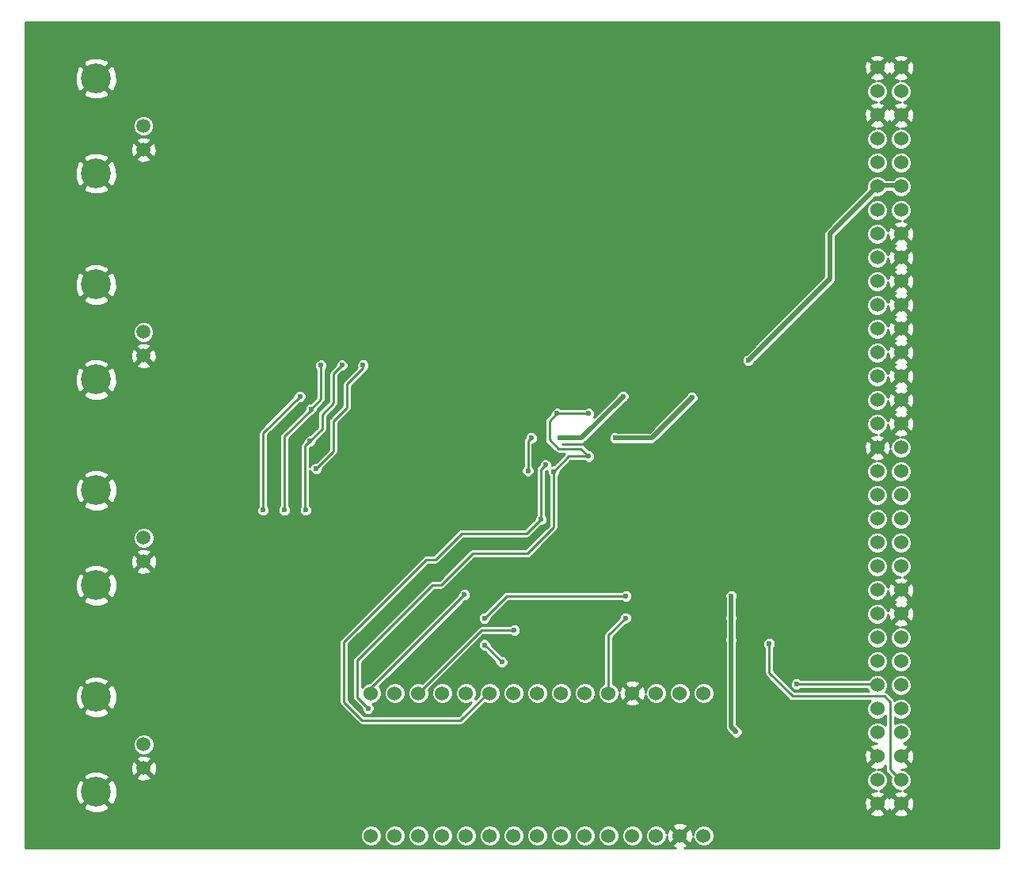
<source format=gbr>
G04 #@! TF.FileFunction,Copper,L2,Bot,Signal*
%FSLAX46Y46*%
G04 Gerber Fmt 4.6, Leading zero omitted, Abs format (unit mm)*
G04 Created by KiCad (PCBNEW 4.0.7-e2-6376~61~ubuntu18.04.1) date Wed Mar 18 18:40:07 2020*
%MOMM*%
%LPD*%
G01*
G04 APERTURE LIST*
%ADD10C,0.100000*%
%ADD11C,1.500000*%
%ADD12C,3.200000*%
%ADD13C,1.524000*%
%ADD14C,0.600000*%
%ADD15C,0.250000*%
%ADD16C,0.500000*%
%ADD17C,0.254000*%
G04 APERTURE END LIST*
D10*
D11*
X134086600Y-75971400D03*
D12*
X129006600Y-68351400D03*
X129006600Y-78511400D03*
D11*
X134086600Y-73431400D03*
X134086600Y-98018600D03*
D12*
X129006600Y-90398600D03*
X129006600Y-100558600D03*
D11*
X134086600Y-95478600D03*
X134112000Y-120015000D03*
D12*
X129032000Y-112395000D03*
X129032000Y-122555000D03*
D11*
X134112000Y-117475000D03*
X134112000Y-142113000D03*
D12*
X129032000Y-134493000D03*
X129032000Y-144653000D03*
D11*
X134112000Y-139573000D03*
D13*
X212547200Y-67183000D03*
X212547200Y-69723000D03*
X212547200Y-72263000D03*
X212547200Y-74803000D03*
X212547200Y-77343000D03*
X212547200Y-79883000D03*
X212547200Y-82423000D03*
X212547200Y-84963000D03*
X212547200Y-87503000D03*
X212547200Y-90043000D03*
X212547200Y-92583000D03*
X212547200Y-95123000D03*
X212547200Y-97663000D03*
X212547200Y-100203000D03*
X212547200Y-102743000D03*
X212547200Y-105283000D03*
X212547200Y-107823000D03*
X212547200Y-110363000D03*
X212547200Y-112903000D03*
X212547200Y-115443000D03*
X212547200Y-117983000D03*
X212547200Y-120523000D03*
X212547200Y-123063000D03*
X212547200Y-125603000D03*
X212547200Y-128143000D03*
X212547200Y-130683000D03*
X212547200Y-133223000D03*
X212547200Y-135763000D03*
X212547200Y-138303000D03*
X212547200Y-140843000D03*
X212547200Y-143383000D03*
X212547200Y-145923000D03*
X215087200Y-67183000D03*
X215087200Y-69723000D03*
X215087200Y-72263000D03*
X215087200Y-74803000D03*
X215087200Y-77343000D03*
X215087200Y-79883000D03*
X215087200Y-82423000D03*
X215087200Y-84963000D03*
X215087200Y-87503000D03*
X215087200Y-90043000D03*
X215087200Y-92583000D03*
X215087200Y-95123000D03*
X215087200Y-97663000D03*
X215087200Y-100203000D03*
X215087200Y-102743000D03*
X215087200Y-105283000D03*
X215087200Y-107823000D03*
X215087200Y-110363000D03*
X215087200Y-112903000D03*
X215087200Y-115443000D03*
X215087200Y-117983000D03*
X215087200Y-120523000D03*
X215087200Y-123063000D03*
X215087200Y-125603000D03*
X215087200Y-128143000D03*
X215087200Y-130683000D03*
X215087200Y-133223000D03*
X215087200Y-135763000D03*
X215087200Y-138303000D03*
X215087200Y-140843000D03*
X215087200Y-143383000D03*
X215087200Y-145923000D03*
X193967100Y-134112000D03*
X191427100Y-134112000D03*
X188887100Y-134112000D03*
X186347100Y-134112000D03*
X183807100Y-134112000D03*
X181267100Y-134112000D03*
X178727100Y-134112000D03*
X176187100Y-134112000D03*
X173647100Y-134112000D03*
X171107100Y-134112000D03*
X168567100Y-134112000D03*
X166027100Y-134112000D03*
X163487100Y-134112000D03*
X160947100Y-134112000D03*
X158407100Y-134112000D03*
X158407100Y-149352000D03*
X160947100Y-149352000D03*
X163487100Y-149352000D03*
X166027100Y-149352000D03*
X168567100Y-149352000D03*
X171107100Y-149352000D03*
X173647100Y-149352000D03*
X176187100Y-149352000D03*
X178727100Y-149352000D03*
X181267100Y-149352000D03*
X183807100Y-149352000D03*
X186347100Y-149352000D03*
X188887100Y-149352000D03*
X191427100Y-149352000D03*
X193967100Y-149352000D03*
D14*
X146888200Y-114528600D03*
X150799800Y-102362000D03*
X149148800Y-114503200D03*
X153060400Y-99034600D03*
X151993600Y-103708200D03*
X151409400Y-114528600D03*
X155295600Y-99034600D03*
X151892000Y-107162600D03*
X157556200Y-99009200D03*
X152552400Y-110083600D03*
X165506400Y-97307400D03*
X157632400Y-108102400D03*
X163525200Y-108737400D03*
X169138600Y-130111500D03*
X184531000Y-105727500D03*
X175183800Y-110312200D03*
X175539400Y-106807000D03*
X178625500Y-106807000D03*
X185356500Y-102362000D03*
X198755000Y-98501200D03*
X192722500Y-102489000D03*
X184531000Y-106807000D03*
X203911200Y-133146800D03*
X200990200Y-128803400D03*
X158089600Y-135737600D03*
X177927000Y-110388400D03*
X181673500Y-108775500D03*
X178308000Y-104203500D03*
X181673500Y-104203500D03*
X177063400Y-109702600D03*
X176555400Y-115519200D03*
X185648600Y-123698000D03*
X170535600Y-126085600D03*
X196875400Y-128397000D03*
X196900800Y-126060200D03*
X196926200Y-123723400D03*
X197446900Y-138239500D03*
X168402000Y-123571000D03*
X170535600Y-128930400D03*
X172389800Y-130759200D03*
X185623200Y-126060200D03*
X173710600Y-127381000D03*
D15*
X146888200Y-106273600D02*
X146888200Y-114528600D01*
X150799800Y-102362000D02*
X146888200Y-106273600D01*
X152069800Y-103708200D02*
X151993600Y-103708200D01*
X149148800Y-106629200D02*
X152069800Y-103708200D01*
X149148800Y-114503200D02*
X149148800Y-106629200D01*
X153060400Y-102641400D02*
X153060400Y-99034600D01*
X151993600Y-103708200D02*
X153060400Y-102641400D01*
X151384000Y-107670600D02*
X151892000Y-107162600D01*
X151384000Y-114503200D02*
X151384000Y-107670600D01*
X151409400Y-114528600D02*
X151384000Y-114503200D01*
X153187400Y-105867200D02*
X153187400Y-104292400D01*
X153187400Y-104292400D02*
X154406600Y-103073200D01*
X154406600Y-99923600D02*
X155295600Y-99034600D01*
X154406600Y-103073200D02*
X154406600Y-99923600D01*
X151892000Y-107162600D02*
X153187400Y-105867200D01*
X154393900Y-108242100D02*
X154393900Y-104990900D01*
X154393900Y-104990900D02*
X155854400Y-103530400D01*
X157556200Y-99339400D02*
X157556200Y-99009200D01*
X155854400Y-101041200D02*
X157556200Y-99339400D01*
X155854400Y-103530400D02*
X155854400Y-101041200D01*
X152552400Y-110083600D02*
X154393900Y-108242100D01*
X175183800Y-107162600D02*
X175183800Y-110312200D01*
X175539400Y-106807000D02*
X175183800Y-107162600D01*
D16*
X180911500Y-106807000D02*
X178625500Y-106807000D01*
X185356500Y-102362000D02*
X180911500Y-106807000D01*
X207467200Y-84963000D02*
X212547200Y-79883000D01*
X207467200Y-89789000D02*
X207467200Y-84963000D01*
X198755000Y-98501200D02*
X207467200Y-89789000D01*
X215011000Y-79819500D02*
X212598000Y-79819500D01*
X192722500Y-102489000D02*
X188404500Y-106807000D01*
X188404500Y-106807000D02*
X184531000Y-106807000D01*
D15*
X203911200Y-133146800D02*
X212471000Y-133146800D01*
X212471000Y-133146800D02*
X212547200Y-133223000D01*
X203923900Y-133159500D02*
X203911200Y-133146800D01*
X215087200Y-143383000D02*
X215036400Y-143383000D01*
X215036400Y-143383000D02*
X213893400Y-142240000D01*
X213893400Y-142240000D02*
X213893400Y-135026400D01*
X213893400Y-135026400D02*
X213283800Y-134416800D01*
X213283800Y-134416800D02*
X203479400Y-134416800D01*
X200990200Y-131927600D02*
X200990200Y-128803400D01*
X203479400Y-134416800D02*
X200990200Y-131927600D01*
X169265600Y-119176800D02*
X175107600Y-119176800D01*
X158089600Y-135737600D02*
X156921200Y-134569200D01*
X156921200Y-134569200D02*
X156921200Y-130594100D01*
X156921200Y-130594100D02*
X164985700Y-122529600D01*
X164985700Y-122529600D02*
X165912800Y-122529600D01*
X165912800Y-122529600D02*
X169265600Y-119176800D01*
X175107600Y-119176800D02*
X177927000Y-116357400D01*
X177927000Y-116357400D02*
X177927000Y-110388400D01*
X179539900Y-108775500D02*
X181673500Y-108775500D01*
X177927000Y-110388400D02*
X179539900Y-108775500D01*
X177482500Y-105029000D02*
X178308000Y-104203500D01*
X177482500Y-106997500D02*
X177482500Y-105029000D01*
X178435000Y-107950000D02*
X177482500Y-106997500D01*
X180848000Y-107950000D02*
X178435000Y-107950000D01*
X181673500Y-108775500D02*
X180848000Y-107950000D01*
X181673500Y-104203500D02*
X178308000Y-104203500D01*
X168084500Y-117030500D02*
X175044100Y-117030500D01*
X165290500Y-119824500D02*
X168084500Y-117030500D01*
X164312600Y-119824500D02*
X165290500Y-119824500D01*
X155524200Y-128612900D02*
X164312600Y-119824500D01*
X155524200Y-135051800D02*
X155524200Y-128612900D01*
X157480000Y-137007600D02*
X155524200Y-135051800D01*
X167970200Y-137007600D02*
X157480000Y-137007600D01*
X170865800Y-134112000D02*
X167970200Y-137007600D01*
X175044100Y-117030500D02*
X176555400Y-115519200D01*
X171107100Y-134112000D02*
X170865800Y-134112000D01*
X177063400Y-109702600D02*
X176555400Y-110210600D01*
X176555400Y-110210600D02*
X176555400Y-115519200D01*
X172923200Y-123698000D02*
X185648600Y-123698000D01*
X170535600Y-126085600D02*
X172923200Y-123698000D01*
D16*
X196875400Y-128397000D02*
X196900800Y-128397000D01*
X196900800Y-128397000D02*
X196875400Y-128397000D01*
X196875400Y-128397000D02*
X196900800Y-128397000D01*
X196926200Y-123723400D02*
X196900800Y-123723400D01*
X196900800Y-123723400D02*
X196900800Y-126060200D01*
X196900800Y-128397000D02*
X196900800Y-137693400D01*
X196900800Y-137693400D02*
X197446900Y-138239500D01*
X196900800Y-126060200D02*
X196900800Y-128397000D01*
D15*
X158407100Y-134112000D02*
X158407100Y-133565900D01*
X158407100Y-133565900D02*
X168402000Y-123571000D01*
X170561000Y-128930400D02*
X170535600Y-128930400D01*
X172389800Y-130759200D02*
X170561000Y-128930400D01*
X183807100Y-134112000D02*
X183807100Y-127876300D01*
X183807100Y-127876300D02*
X185623200Y-126060200D01*
X163487100Y-134112000D02*
X170218100Y-127381000D01*
X170218100Y-127381000D02*
X173710600Y-127381000D01*
D17*
G36*
X225540500Y-150674000D02*
X191917780Y-150674000D01*
X192158243Y-150574397D01*
X192227708Y-150332213D01*
X191427100Y-149531605D01*
X190626492Y-150332213D01*
X190695957Y-150574397D01*
X190975141Y-150674000D01*
X121487000Y-150674000D01*
X121487000Y-149578359D01*
X157263902Y-149578359D01*
X157437546Y-149998612D01*
X157758797Y-150320423D01*
X158178746Y-150494801D01*
X158633459Y-150495198D01*
X159053712Y-150321554D01*
X159375523Y-150000303D01*
X159549901Y-149580354D01*
X159549902Y-149578359D01*
X159803902Y-149578359D01*
X159977546Y-149998612D01*
X160298797Y-150320423D01*
X160718746Y-150494801D01*
X161173459Y-150495198D01*
X161593712Y-150321554D01*
X161915523Y-150000303D01*
X162089901Y-149580354D01*
X162089902Y-149578359D01*
X162343902Y-149578359D01*
X162517546Y-149998612D01*
X162838797Y-150320423D01*
X163258746Y-150494801D01*
X163713459Y-150495198D01*
X164133712Y-150321554D01*
X164455523Y-150000303D01*
X164629901Y-149580354D01*
X164629902Y-149578359D01*
X164883902Y-149578359D01*
X165057546Y-149998612D01*
X165378797Y-150320423D01*
X165798746Y-150494801D01*
X166253459Y-150495198D01*
X166673712Y-150321554D01*
X166995523Y-150000303D01*
X167169901Y-149580354D01*
X167169902Y-149578359D01*
X167423902Y-149578359D01*
X167597546Y-149998612D01*
X167918797Y-150320423D01*
X168338746Y-150494801D01*
X168793459Y-150495198D01*
X169213712Y-150321554D01*
X169535523Y-150000303D01*
X169709901Y-149580354D01*
X169709902Y-149578359D01*
X169963902Y-149578359D01*
X170137546Y-149998612D01*
X170458797Y-150320423D01*
X170878746Y-150494801D01*
X171333459Y-150495198D01*
X171753712Y-150321554D01*
X172075523Y-150000303D01*
X172249901Y-149580354D01*
X172249902Y-149578359D01*
X172503902Y-149578359D01*
X172677546Y-149998612D01*
X172998797Y-150320423D01*
X173418746Y-150494801D01*
X173873459Y-150495198D01*
X174293712Y-150321554D01*
X174615523Y-150000303D01*
X174789901Y-149580354D01*
X174789902Y-149578359D01*
X175043902Y-149578359D01*
X175217546Y-149998612D01*
X175538797Y-150320423D01*
X175958746Y-150494801D01*
X176413459Y-150495198D01*
X176833712Y-150321554D01*
X177155523Y-150000303D01*
X177329901Y-149580354D01*
X177329902Y-149578359D01*
X177583902Y-149578359D01*
X177757546Y-149998612D01*
X178078797Y-150320423D01*
X178498746Y-150494801D01*
X178953459Y-150495198D01*
X179373712Y-150321554D01*
X179695523Y-150000303D01*
X179869901Y-149580354D01*
X179869902Y-149578359D01*
X180123902Y-149578359D01*
X180297546Y-149998612D01*
X180618797Y-150320423D01*
X181038746Y-150494801D01*
X181493459Y-150495198D01*
X181913712Y-150321554D01*
X182235523Y-150000303D01*
X182409901Y-149580354D01*
X182409902Y-149578359D01*
X182663902Y-149578359D01*
X182837546Y-149998612D01*
X183158797Y-150320423D01*
X183578746Y-150494801D01*
X184033459Y-150495198D01*
X184453712Y-150321554D01*
X184775523Y-150000303D01*
X184949901Y-149580354D01*
X184949902Y-149578359D01*
X185203902Y-149578359D01*
X185377546Y-149998612D01*
X185698797Y-150320423D01*
X186118746Y-150494801D01*
X186573459Y-150495198D01*
X186993712Y-150321554D01*
X187315523Y-150000303D01*
X187489901Y-149580354D01*
X187489902Y-149578359D01*
X187743902Y-149578359D01*
X187917546Y-149998612D01*
X188238797Y-150320423D01*
X188658746Y-150494801D01*
X189113459Y-150495198D01*
X189533712Y-150321554D01*
X189855523Y-150000303D01*
X190029901Y-149580354D01*
X190030070Y-149386340D01*
X190045738Y-149699368D01*
X190204703Y-150083143D01*
X190446887Y-150152608D01*
X191247495Y-149352000D01*
X191606705Y-149352000D01*
X192407313Y-150152608D01*
X192649497Y-150083143D01*
X192826952Y-149585742D01*
X192997546Y-149998612D01*
X193318797Y-150320423D01*
X193738746Y-150494801D01*
X194193459Y-150495198D01*
X194613712Y-150321554D01*
X194935523Y-150000303D01*
X195109901Y-149580354D01*
X195110298Y-149125641D01*
X194936654Y-148705388D01*
X194615403Y-148383577D01*
X194195454Y-148209199D01*
X193740741Y-148208802D01*
X193320488Y-148382446D01*
X192998677Y-148703697D01*
X192824299Y-149123646D01*
X192824130Y-149317660D01*
X192808462Y-149004632D01*
X192649497Y-148620857D01*
X192407313Y-148551392D01*
X191606705Y-149352000D01*
X191247495Y-149352000D01*
X190446887Y-148551392D01*
X190204703Y-148620857D01*
X190027248Y-149118258D01*
X189856654Y-148705388D01*
X189535403Y-148383577D01*
X189507010Y-148371787D01*
X190626492Y-148371787D01*
X191427100Y-149172395D01*
X192227708Y-148371787D01*
X192158243Y-148129603D01*
X191634798Y-147942856D01*
X191079732Y-147970638D01*
X190695957Y-148129603D01*
X190626492Y-148371787D01*
X189507010Y-148371787D01*
X189115454Y-148209199D01*
X188660741Y-148208802D01*
X188240488Y-148382446D01*
X187918677Y-148703697D01*
X187744299Y-149123646D01*
X187743902Y-149578359D01*
X187489902Y-149578359D01*
X187490298Y-149125641D01*
X187316654Y-148705388D01*
X186995403Y-148383577D01*
X186575454Y-148209199D01*
X186120741Y-148208802D01*
X185700488Y-148382446D01*
X185378677Y-148703697D01*
X185204299Y-149123646D01*
X185203902Y-149578359D01*
X184949902Y-149578359D01*
X184950298Y-149125641D01*
X184776654Y-148705388D01*
X184455403Y-148383577D01*
X184035454Y-148209199D01*
X183580741Y-148208802D01*
X183160488Y-148382446D01*
X182838677Y-148703697D01*
X182664299Y-149123646D01*
X182663902Y-149578359D01*
X182409902Y-149578359D01*
X182410298Y-149125641D01*
X182236654Y-148705388D01*
X181915403Y-148383577D01*
X181495454Y-148209199D01*
X181040741Y-148208802D01*
X180620488Y-148382446D01*
X180298677Y-148703697D01*
X180124299Y-149123646D01*
X180123902Y-149578359D01*
X179869902Y-149578359D01*
X179870298Y-149125641D01*
X179696654Y-148705388D01*
X179375403Y-148383577D01*
X178955454Y-148209199D01*
X178500741Y-148208802D01*
X178080488Y-148382446D01*
X177758677Y-148703697D01*
X177584299Y-149123646D01*
X177583902Y-149578359D01*
X177329902Y-149578359D01*
X177330298Y-149125641D01*
X177156654Y-148705388D01*
X176835403Y-148383577D01*
X176415454Y-148209199D01*
X175960741Y-148208802D01*
X175540488Y-148382446D01*
X175218677Y-148703697D01*
X175044299Y-149123646D01*
X175043902Y-149578359D01*
X174789902Y-149578359D01*
X174790298Y-149125641D01*
X174616654Y-148705388D01*
X174295403Y-148383577D01*
X173875454Y-148209199D01*
X173420741Y-148208802D01*
X173000488Y-148382446D01*
X172678677Y-148703697D01*
X172504299Y-149123646D01*
X172503902Y-149578359D01*
X172249902Y-149578359D01*
X172250298Y-149125641D01*
X172076654Y-148705388D01*
X171755403Y-148383577D01*
X171335454Y-148209199D01*
X170880741Y-148208802D01*
X170460488Y-148382446D01*
X170138677Y-148703697D01*
X169964299Y-149123646D01*
X169963902Y-149578359D01*
X169709902Y-149578359D01*
X169710298Y-149125641D01*
X169536654Y-148705388D01*
X169215403Y-148383577D01*
X168795454Y-148209199D01*
X168340741Y-148208802D01*
X167920488Y-148382446D01*
X167598677Y-148703697D01*
X167424299Y-149123646D01*
X167423902Y-149578359D01*
X167169902Y-149578359D01*
X167170298Y-149125641D01*
X166996654Y-148705388D01*
X166675403Y-148383577D01*
X166255454Y-148209199D01*
X165800741Y-148208802D01*
X165380488Y-148382446D01*
X165058677Y-148703697D01*
X164884299Y-149123646D01*
X164883902Y-149578359D01*
X164629902Y-149578359D01*
X164630298Y-149125641D01*
X164456654Y-148705388D01*
X164135403Y-148383577D01*
X163715454Y-148209199D01*
X163260741Y-148208802D01*
X162840488Y-148382446D01*
X162518677Y-148703697D01*
X162344299Y-149123646D01*
X162343902Y-149578359D01*
X162089902Y-149578359D01*
X162090298Y-149125641D01*
X161916654Y-148705388D01*
X161595403Y-148383577D01*
X161175454Y-148209199D01*
X160720741Y-148208802D01*
X160300488Y-148382446D01*
X159978677Y-148703697D01*
X159804299Y-149123646D01*
X159803902Y-149578359D01*
X159549902Y-149578359D01*
X159550298Y-149125641D01*
X159376654Y-148705388D01*
X159055403Y-148383577D01*
X158635454Y-148209199D01*
X158180741Y-148208802D01*
X157760488Y-148382446D01*
X157438677Y-148703697D01*
X157264299Y-149123646D01*
X157263902Y-149578359D01*
X121487000Y-149578359D01*
X121487000Y-146903213D01*
X211746592Y-146903213D01*
X211816057Y-147145397D01*
X212339502Y-147332144D01*
X212894568Y-147304362D01*
X213278343Y-147145397D01*
X213347808Y-146903213D01*
X214286592Y-146903213D01*
X214356057Y-147145397D01*
X214879502Y-147332144D01*
X215434568Y-147304362D01*
X215818343Y-147145397D01*
X215887808Y-146903213D01*
X215087200Y-146102605D01*
X214286592Y-146903213D01*
X213347808Y-146903213D01*
X212547200Y-146102605D01*
X211746592Y-146903213D01*
X121487000Y-146903213D01*
X121487000Y-146239202D01*
X127625403Y-146239202D01*
X127797390Y-146568360D01*
X128624346Y-146895026D01*
X129513363Y-146880365D01*
X130266610Y-146568360D01*
X130438597Y-146239202D01*
X129032000Y-144832605D01*
X127625403Y-146239202D01*
X121487000Y-146239202D01*
X121487000Y-144245346D01*
X126789974Y-144245346D01*
X126804635Y-145134363D01*
X127116640Y-145887610D01*
X127445798Y-146059597D01*
X128852395Y-144653000D01*
X129211605Y-144653000D01*
X130618202Y-146059597D01*
X130947360Y-145887610D01*
X131015425Y-145715302D01*
X211138056Y-145715302D01*
X211165838Y-146270368D01*
X211324803Y-146654143D01*
X211566987Y-146723608D01*
X212367595Y-145923000D01*
X212726805Y-145923000D01*
X213527413Y-146723608D01*
X213769597Y-146654143D01*
X213813653Y-146530656D01*
X213864803Y-146654143D01*
X214106987Y-146723608D01*
X214907595Y-145923000D01*
X215266805Y-145923000D01*
X216067413Y-146723608D01*
X216309597Y-146654143D01*
X216496344Y-146130698D01*
X216468562Y-145575632D01*
X216309597Y-145191857D01*
X216067413Y-145122392D01*
X215266805Y-145923000D01*
X214907595Y-145923000D01*
X214106987Y-145122392D01*
X213864803Y-145191857D01*
X213820747Y-145315344D01*
X213769597Y-145191857D01*
X213527413Y-145122392D01*
X212726805Y-145923000D01*
X212367595Y-145923000D01*
X211566987Y-145122392D01*
X211324803Y-145191857D01*
X211138056Y-145715302D01*
X131015425Y-145715302D01*
X131274026Y-145060654D01*
X131259365Y-144171637D01*
X130947360Y-143418390D01*
X130618202Y-143246403D01*
X129211605Y-144653000D01*
X128852395Y-144653000D01*
X127445798Y-143246403D01*
X127116640Y-143418390D01*
X126789974Y-144245346D01*
X121487000Y-144245346D01*
X121487000Y-143066798D01*
X127625403Y-143066798D01*
X129032000Y-144473395D01*
X130420878Y-143084517D01*
X133320088Y-143084517D01*
X133388077Y-143325460D01*
X133907171Y-143510201D01*
X134457448Y-143482230D01*
X134835923Y-143325460D01*
X134903912Y-143084517D01*
X134112000Y-142292605D01*
X133320088Y-143084517D01*
X130420878Y-143084517D01*
X130438597Y-143066798D01*
X130266610Y-142737640D01*
X129439654Y-142410974D01*
X128550637Y-142425635D01*
X127797390Y-142737640D01*
X127625403Y-143066798D01*
X121487000Y-143066798D01*
X121487000Y-141908171D01*
X132714799Y-141908171D01*
X132742770Y-142458448D01*
X132899540Y-142836923D01*
X133140483Y-142904912D01*
X133932395Y-142113000D01*
X134291605Y-142113000D01*
X135083517Y-142904912D01*
X135324460Y-142836923D01*
X135509201Y-142317829D01*
X135481230Y-141767552D01*
X135324460Y-141389077D01*
X135083517Y-141321088D01*
X134291605Y-142113000D01*
X133932395Y-142113000D01*
X133140483Y-141321088D01*
X132899540Y-141389077D01*
X132714799Y-141908171D01*
X121487000Y-141908171D01*
X121487000Y-141141483D01*
X133320088Y-141141483D01*
X134112000Y-141933395D01*
X134903912Y-141141483D01*
X134835923Y-140900540D01*
X134316829Y-140715799D01*
X133766552Y-140743770D01*
X133388077Y-140900540D01*
X133320088Y-141141483D01*
X121487000Y-141141483D01*
X121487000Y-139796983D01*
X132980804Y-139796983D01*
X133152625Y-140212823D01*
X133470503Y-140531256D01*
X133886043Y-140703804D01*
X134335983Y-140704196D01*
X134502719Y-140635302D01*
X211138056Y-140635302D01*
X211165838Y-141190368D01*
X211324803Y-141574143D01*
X211566987Y-141643608D01*
X212367595Y-140843000D01*
X211566987Y-140042392D01*
X211324803Y-140111857D01*
X211138056Y-140635302D01*
X134502719Y-140635302D01*
X134751823Y-140532375D01*
X135070256Y-140214497D01*
X135242804Y-139798957D01*
X135243196Y-139349017D01*
X135071375Y-138933177D01*
X134753497Y-138614744D01*
X134337957Y-138442196D01*
X133888017Y-138441804D01*
X133472177Y-138613625D01*
X133153744Y-138931503D01*
X132981196Y-139347043D01*
X132980804Y-139796983D01*
X121487000Y-139796983D01*
X121487000Y-136079202D01*
X127625403Y-136079202D01*
X127797390Y-136408360D01*
X128624346Y-136735026D01*
X129513363Y-136720365D01*
X130266610Y-136408360D01*
X130438597Y-136079202D01*
X129032000Y-134672605D01*
X127625403Y-136079202D01*
X121487000Y-136079202D01*
X121487000Y-134085346D01*
X126789974Y-134085346D01*
X126804635Y-134974363D01*
X127116640Y-135727610D01*
X127445798Y-135899597D01*
X128852395Y-134493000D01*
X129211605Y-134493000D01*
X130618202Y-135899597D01*
X130947360Y-135727610D01*
X131274026Y-134900654D01*
X131259365Y-134011637D01*
X130947360Y-133258390D01*
X130618202Y-133086403D01*
X129211605Y-134493000D01*
X128852395Y-134493000D01*
X127445798Y-133086403D01*
X127116640Y-133258390D01*
X126789974Y-134085346D01*
X121487000Y-134085346D01*
X121487000Y-132906798D01*
X127625403Y-132906798D01*
X129032000Y-134313395D01*
X130438597Y-132906798D01*
X130266610Y-132577640D01*
X129439654Y-132250974D01*
X128550637Y-132265635D01*
X127797390Y-132577640D01*
X127625403Y-132906798D01*
X121487000Y-132906798D01*
X121487000Y-128612900D01*
X155018200Y-128612900D01*
X155018200Y-135051800D01*
X155056717Y-135245438D01*
X155166404Y-135409596D01*
X157122204Y-137365396D01*
X157286362Y-137475083D01*
X157480000Y-137513600D01*
X167970200Y-137513600D01*
X168163838Y-137475083D01*
X168327996Y-137365396D01*
X170567734Y-135125658D01*
X170878746Y-135254801D01*
X171333459Y-135255198D01*
X171753712Y-135081554D01*
X172075523Y-134760303D01*
X172249901Y-134340354D01*
X172249902Y-134338359D01*
X172503902Y-134338359D01*
X172677546Y-134758612D01*
X172998797Y-135080423D01*
X173418746Y-135254801D01*
X173873459Y-135255198D01*
X174293712Y-135081554D01*
X174615523Y-134760303D01*
X174789901Y-134340354D01*
X174789902Y-134338359D01*
X175043902Y-134338359D01*
X175217546Y-134758612D01*
X175538797Y-135080423D01*
X175958746Y-135254801D01*
X176413459Y-135255198D01*
X176833712Y-135081554D01*
X177155523Y-134760303D01*
X177329901Y-134340354D01*
X177329902Y-134338359D01*
X177583902Y-134338359D01*
X177757546Y-134758612D01*
X178078797Y-135080423D01*
X178498746Y-135254801D01*
X178953459Y-135255198D01*
X179373712Y-135081554D01*
X179695523Y-134760303D01*
X179869901Y-134340354D01*
X179869902Y-134338359D01*
X180123902Y-134338359D01*
X180297546Y-134758612D01*
X180618797Y-135080423D01*
X181038746Y-135254801D01*
X181493459Y-135255198D01*
X181913712Y-135081554D01*
X182235523Y-134760303D01*
X182409901Y-134340354D01*
X182409902Y-134338359D01*
X182663902Y-134338359D01*
X182837546Y-134758612D01*
X183158797Y-135080423D01*
X183578746Y-135254801D01*
X184033459Y-135255198D01*
X184427915Y-135092213D01*
X185546492Y-135092213D01*
X185615957Y-135334397D01*
X186139402Y-135521144D01*
X186694468Y-135493362D01*
X187078243Y-135334397D01*
X187147708Y-135092213D01*
X186347100Y-134291605D01*
X185546492Y-135092213D01*
X184427915Y-135092213D01*
X184453712Y-135081554D01*
X184775523Y-134760303D01*
X184949901Y-134340354D01*
X184950070Y-134146340D01*
X184965738Y-134459368D01*
X185124703Y-134843143D01*
X185366887Y-134912608D01*
X186167495Y-134112000D01*
X186526705Y-134112000D01*
X187327313Y-134912608D01*
X187569497Y-134843143D01*
X187746952Y-134345742D01*
X187917546Y-134758612D01*
X188238797Y-135080423D01*
X188658746Y-135254801D01*
X189113459Y-135255198D01*
X189533712Y-135081554D01*
X189855523Y-134760303D01*
X190029901Y-134340354D01*
X190029902Y-134338359D01*
X190283902Y-134338359D01*
X190457546Y-134758612D01*
X190778797Y-135080423D01*
X191198746Y-135254801D01*
X191653459Y-135255198D01*
X192073712Y-135081554D01*
X192395523Y-134760303D01*
X192569901Y-134340354D01*
X192569902Y-134338359D01*
X192823902Y-134338359D01*
X192997546Y-134758612D01*
X193318797Y-135080423D01*
X193738746Y-135254801D01*
X194193459Y-135255198D01*
X194613712Y-135081554D01*
X194935523Y-134760303D01*
X195109901Y-134340354D01*
X195110298Y-133885641D01*
X194936654Y-133465388D01*
X194615403Y-133143577D01*
X194195454Y-132969199D01*
X193740741Y-132968802D01*
X193320488Y-133142446D01*
X192998677Y-133463697D01*
X192824299Y-133883646D01*
X192823902Y-134338359D01*
X192569902Y-134338359D01*
X192570298Y-133885641D01*
X192396654Y-133465388D01*
X192075403Y-133143577D01*
X191655454Y-132969199D01*
X191200741Y-132968802D01*
X190780488Y-133142446D01*
X190458677Y-133463697D01*
X190284299Y-133883646D01*
X190283902Y-134338359D01*
X190029902Y-134338359D01*
X190030298Y-133885641D01*
X189856654Y-133465388D01*
X189535403Y-133143577D01*
X189115454Y-132969199D01*
X188660741Y-132968802D01*
X188240488Y-133142446D01*
X187918677Y-133463697D01*
X187744299Y-133883646D01*
X187744130Y-134077660D01*
X187728462Y-133764632D01*
X187569497Y-133380857D01*
X187327313Y-133311392D01*
X186526705Y-134112000D01*
X186167495Y-134112000D01*
X185366887Y-133311392D01*
X185124703Y-133380857D01*
X184947248Y-133878258D01*
X184776654Y-133465388D01*
X184455403Y-133143577D01*
X184427010Y-133131787D01*
X185546492Y-133131787D01*
X186347100Y-133932395D01*
X187147708Y-133131787D01*
X187078243Y-132889603D01*
X186554798Y-132702856D01*
X185999732Y-132730638D01*
X185615957Y-132889603D01*
X185546492Y-133131787D01*
X184427010Y-133131787D01*
X184313100Y-133084488D01*
X184313100Y-128531865D01*
X196194282Y-128531865D01*
X196269800Y-128714634D01*
X196269800Y-137693400D01*
X196301795Y-137854248D01*
X196317832Y-137934873D01*
X196454616Y-138139584D01*
X196819567Y-138504535D01*
X196869239Y-138624752D01*
X197060641Y-138816487D01*
X197310846Y-138920382D01*
X197581765Y-138920618D01*
X197832152Y-138817161D01*
X198023887Y-138625759D01*
X198127782Y-138375554D01*
X198128018Y-138104635D01*
X198024561Y-137854248D01*
X197833159Y-137662513D01*
X197711950Y-137612182D01*
X197531800Y-137432032D01*
X197531800Y-128938265D01*
X200309082Y-128938265D01*
X200412539Y-129188652D01*
X200484200Y-129260438D01*
X200484200Y-131927600D01*
X200522717Y-132121238D01*
X200632404Y-132285396D01*
X203121604Y-134774596D01*
X203285762Y-134884283D01*
X203479400Y-134922800D01*
X211771009Y-134922800D01*
X211578777Y-135114697D01*
X211404399Y-135534646D01*
X211404002Y-135989359D01*
X211577646Y-136409612D01*
X211898897Y-136731423D01*
X212318846Y-136905801D01*
X212773559Y-136906198D01*
X213193812Y-136732554D01*
X213387400Y-136539303D01*
X213387400Y-137526809D01*
X213195503Y-137334577D01*
X212775554Y-137160199D01*
X212320841Y-137159802D01*
X211900588Y-137333446D01*
X211578777Y-137654697D01*
X211404399Y-138074646D01*
X211404002Y-138529359D01*
X211577646Y-138949612D01*
X211898897Y-139271423D01*
X212318846Y-139445801D01*
X212512860Y-139445970D01*
X212199832Y-139461638D01*
X211816057Y-139620603D01*
X211746592Y-139862787D01*
X212547200Y-140663395D01*
X212561343Y-140649253D01*
X212740948Y-140828858D01*
X212726805Y-140843000D01*
X212740948Y-140857143D01*
X212561343Y-141036748D01*
X212547200Y-141022605D01*
X211746592Y-141823213D01*
X211816057Y-142065397D01*
X212313458Y-142242852D01*
X211900588Y-142413446D01*
X211578777Y-142734697D01*
X211404399Y-143154646D01*
X211404002Y-143609359D01*
X211577646Y-144029612D01*
X211898897Y-144351423D01*
X212318846Y-144525801D01*
X212512860Y-144525970D01*
X212199832Y-144541638D01*
X211816057Y-144700603D01*
X211746592Y-144942787D01*
X212547200Y-145743395D01*
X213347808Y-144942787D01*
X213278343Y-144700603D01*
X212780942Y-144523148D01*
X213193812Y-144352554D01*
X213515623Y-144031303D01*
X213690001Y-143611354D01*
X213690398Y-143156641D01*
X213516754Y-142736388D01*
X213195503Y-142414577D01*
X212775554Y-142240199D01*
X212581540Y-142240030D01*
X212894568Y-142224362D01*
X213278343Y-142065397D01*
X213347807Y-141823215D01*
X213387400Y-141862808D01*
X213387400Y-142240000D01*
X213425917Y-142433638D01*
X213535604Y-142597796D01*
X213987839Y-143050031D01*
X213944399Y-143154646D01*
X213944002Y-143609359D01*
X214117646Y-144029612D01*
X214438897Y-144351423D01*
X214858846Y-144525801D01*
X215052860Y-144525970D01*
X214739832Y-144541638D01*
X214356057Y-144700603D01*
X214286592Y-144942787D01*
X215087200Y-145743395D01*
X215887808Y-144942787D01*
X215818343Y-144700603D01*
X215320942Y-144523148D01*
X215733812Y-144352554D01*
X216055623Y-144031303D01*
X216230001Y-143611354D01*
X216230398Y-143156641D01*
X216056754Y-142736388D01*
X215735503Y-142414577D01*
X215315554Y-142240199D01*
X215121540Y-142240030D01*
X215434568Y-142224362D01*
X215818343Y-142065397D01*
X215887808Y-141823213D01*
X215087200Y-141022605D01*
X215073058Y-141036748D01*
X214893453Y-140857143D01*
X214907595Y-140843000D01*
X215266805Y-140843000D01*
X216067413Y-141643608D01*
X216309597Y-141574143D01*
X216496344Y-141050698D01*
X216468562Y-140495632D01*
X216309597Y-140111857D01*
X216067413Y-140042392D01*
X215266805Y-140843000D01*
X214907595Y-140843000D01*
X214893453Y-140828858D01*
X215073058Y-140649253D01*
X215087200Y-140663395D01*
X215887808Y-139862787D01*
X215818343Y-139620603D01*
X215320942Y-139443148D01*
X215733812Y-139272554D01*
X216055623Y-138951303D01*
X216230001Y-138531354D01*
X216230398Y-138076641D01*
X216056754Y-137656388D01*
X215735503Y-137334577D01*
X215315554Y-137160199D01*
X214860841Y-137159802D01*
X214440588Y-137333446D01*
X214399400Y-137374562D01*
X214399400Y-136691857D01*
X214438897Y-136731423D01*
X214858846Y-136905801D01*
X215313559Y-136906198D01*
X215733812Y-136732554D01*
X216055623Y-136411303D01*
X216230001Y-135991354D01*
X216230398Y-135536641D01*
X216056754Y-135116388D01*
X215735503Y-134794577D01*
X215315554Y-134620199D01*
X214860841Y-134619802D01*
X214440588Y-134793446D01*
X214367563Y-134866344D01*
X214360883Y-134832762D01*
X214251196Y-134668604D01*
X213641596Y-134059004D01*
X213477438Y-133949317D01*
X213444113Y-133942688D01*
X213515623Y-133871303D01*
X213690001Y-133451354D01*
X213690002Y-133449359D01*
X213944002Y-133449359D01*
X214117646Y-133869612D01*
X214438897Y-134191423D01*
X214858846Y-134365801D01*
X215313559Y-134366198D01*
X215733812Y-134192554D01*
X216055623Y-133871303D01*
X216230001Y-133451354D01*
X216230398Y-132996641D01*
X216056754Y-132576388D01*
X215735503Y-132254577D01*
X215315554Y-132080199D01*
X214860841Y-132079802D01*
X214440588Y-132253446D01*
X214118777Y-132574697D01*
X213944399Y-132994646D01*
X213944002Y-133449359D01*
X213690002Y-133449359D01*
X213690398Y-132996641D01*
X213516754Y-132576388D01*
X213195503Y-132254577D01*
X212775554Y-132080199D01*
X212320841Y-132079802D01*
X211900588Y-132253446D01*
X211578777Y-132574697D01*
X211551329Y-132640800D01*
X204368323Y-132640800D01*
X204297459Y-132569813D01*
X204047254Y-132465918D01*
X203776335Y-132465682D01*
X203525948Y-132569139D01*
X203334213Y-132760541D01*
X203230318Y-133010746D01*
X203230082Y-133281665D01*
X203333539Y-133532052D01*
X203524941Y-133723787D01*
X203775146Y-133827682D01*
X204046065Y-133827918D01*
X204296452Y-133724461D01*
X204368238Y-133652800D01*
X211488062Y-133652800D01*
X211577646Y-133869612D01*
X211618762Y-133910800D01*
X203688992Y-133910800D01*
X201496200Y-131718008D01*
X201496200Y-130909359D01*
X211404002Y-130909359D01*
X211577646Y-131329612D01*
X211898897Y-131651423D01*
X212318846Y-131825801D01*
X212773559Y-131826198D01*
X213193812Y-131652554D01*
X213515623Y-131331303D01*
X213690001Y-130911354D01*
X213690002Y-130909359D01*
X213944002Y-130909359D01*
X214117646Y-131329612D01*
X214438897Y-131651423D01*
X214858846Y-131825801D01*
X215313559Y-131826198D01*
X215733812Y-131652554D01*
X216055623Y-131331303D01*
X216230001Y-130911354D01*
X216230398Y-130456641D01*
X216056754Y-130036388D01*
X215735503Y-129714577D01*
X215315554Y-129540199D01*
X214860841Y-129539802D01*
X214440588Y-129713446D01*
X214118777Y-130034697D01*
X213944399Y-130454646D01*
X213944002Y-130909359D01*
X213690002Y-130909359D01*
X213690398Y-130456641D01*
X213516754Y-130036388D01*
X213195503Y-129714577D01*
X212775554Y-129540199D01*
X212320841Y-129539802D01*
X211900588Y-129713446D01*
X211578777Y-130034697D01*
X211404399Y-130454646D01*
X211404002Y-130909359D01*
X201496200Y-130909359D01*
X201496200Y-129260523D01*
X201567187Y-129189659D01*
X201671082Y-128939454D01*
X201671318Y-128668535D01*
X201567861Y-128418148D01*
X201519157Y-128369359D01*
X211404002Y-128369359D01*
X211577646Y-128789612D01*
X211898897Y-129111423D01*
X212318846Y-129285801D01*
X212773559Y-129286198D01*
X213193812Y-129112554D01*
X213515623Y-128791303D01*
X213690001Y-128371354D01*
X213690002Y-128369359D01*
X213944002Y-128369359D01*
X214117646Y-128789612D01*
X214438897Y-129111423D01*
X214858846Y-129285801D01*
X215313559Y-129286198D01*
X215733812Y-129112554D01*
X216055623Y-128791303D01*
X216230001Y-128371354D01*
X216230398Y-127916641D01*
X216056754Y-127496388D01*
X215735503Y-127174577D01*
X215315554Y-127000199D01*
X215121540Y-127000030D01*
X215434568Y-126984362D01*
X215818343Y-126825397D01*
X215887808Y-126583213D01*
X215087200Y-125782605D01*
X214286592Y-126583213D01*
X214356057Y-126825397D01*
X214853458Y-127002852D01*
X214440588Y-127173446D01*
X214118777Y-127494697D01*
X213944399Y-127914646D01*
X213944002Y-128369359D01*
X213690002Y-128369359D01*
X213690398Y-127916641D01*
X213516754Y-127496388D01*
X213195503Y-127174577D01*
X212775554Y-127000199D01*
X212320841Y-126999802D01*
X211900588Y-127173446D01*
X211578777Y-127494697D01*
X211404399Y-127914646D01*
X211404002Y-128369359D01*
X201519157Y-128369359D01*
X201376459Y-128226413D01*
X201126254Y-128122518D01*
X200855335Y-128122282D01*
X200604948Y-128225739D01*
X200413213Y-128417141D01*
X200309318Y-128667346D01*
X200309082Y-128938265D01*
X197531800Y-128938265D01*
X197531800Y-128592013D01*
X197556282Y-128533054D01*
X197556518Y-128262135D01*
X197531800Y-128202312D01*
X197531800Y-126316382D01*
X197581682Y-126196254D01*
X197581918Y-125925335D01*
X197542262Y-125829359D01*
X211404002Y-125829359D01*
X211577646Y-126249612D01*
X211898897Y-126571423D01*
X212318846Y-126745801D01*
X212773559Y-126746198D01*
X213193812Y-126572554D01*
X213515623Y-126251303D01*
X213690001Y-125831354D01*
X213690170Y-125637340D01*
X213705838Y-125950368D01*
X213864803Y-126334143D01*
X214106987Y-126403608D01*
X214907595Y-125603000D01*
X215266805Y-125603000D01*
X216067413Y-126403608D01*
X216309597Y-126334143D01*
X216496344Y-125810698D01*
X216468562Y-125255632D01*
X216309597Y-124871857D01*
X216067413Y-124802392D01*
X215266805Y-125603000D01*
X214907595Y-125603000D01*
X214106987Y-124802392D01*
X213864803Y-124871857D01*
X213687348Y-125369258D01*
X213516754Y-124956388D01*
X213195503Y-124634577D01*
X212775554Y-124460199D01*
X212320841Y-124459802D01*
X211900588Y-124633446D01*
X211578777Y-124954697D01*
X211404399Y-125374646D01*
X211404002Y-125829359D01*
X197542262Y-125829359D01*
X197531800Y-125804039D01*
X197531800Y-124040752D01*
X197607082Y-123859454D01*
X197607318Y-123588535D01*
X197503861Y-123338148D01*
X197455157Y-123289359D01*
X211404002Y-123289359D01*
X211577646Y-123709612D01*
X211898897Y-124031423D01*
X212318846Y-124205801D01*
X212773559Y-124206198D01*
X213168015Y-124043213D01*
X214286592Y-124043213D01*
X214356057Y-124285397D01*
X214479544Y-124329453D01*
X214356057Y-124380603D01*
X214286592Y-124622787D01*
X215087200Y-125423395D01*
X215887808Y-124622787D01*
X215818343Y-124380603D01*
X215694856Y-124336547D01*
X215818343Y-124285397D01*
X215887808Y-124043213D01*
X215087200Y-123242605D01*
X214286592Y-124043213D01*
X213168015Y-124043213D01*
X213193812Y-124032554D01*
X213515623Y-123711303D01*
X213690001Y-123291354D01*
X213690170Y-123097340D01*
X213705838Y-123410368D01*
X213864803Y-123794143D01*
X214106987Y-123863608D01*
X214907595Y-123063000D01*
X215266805Y-123063000D01*
X216067413Y-123863608D01*
X216309597Y-123794143D01*
X216496344Y-123270698D01*
X216468562Y-122715632D01*
X216309597Y-122331857D01*
X216067413Y-122262392D01*
X215266805Y-123063000D01*
X214907595Y-123063000D01*
X214106987Y-122262392D01*
X213864803Y-122331857D01*
X213687348Y-122829258D01*
X213516754Y-122416388D01*
X213195503Y-122094577D01*
X212775554Y-121920199D01*
X212320841Y-121919802D01*
X211900588Y-122093446D01*
X211578777Y-122414697D01*
X211404399Y-122834646D01*
X211404002Y-123289359D01*
X197455157Y-123289359D01*
X197312459Y-123146413D01*
X197062254Y-123042518D01*
X196791335Y-123042282D01*
X196540948Y-123145739D01*
X196349213Y-123337141D01*
X196245318Y-123587346D01*
X196245082Y-123858265D01*
X196269800Y-123918088D01*
X196269800Y-125804018D01*
X196219918Y-125924146D01*
X196219682Y-126195065D01*
X196269800Y-126316361D01*
X196269800Y-128079648D01*
X196194518Y-128260946D01*
X196194282Y-128531865D01*
X184313100Y-128531865D01*
X184313100Y-128085892D01*
X185657761Y-126741231D01*
X185758065Y-126741318D01*
X186008452Y-126637861D01*
X186200187Y-126446459D01*
X186304082Y-126196254D01*
X186304318Y-125925335D01*
X186200861Y-125674948D01*
X186009459Y-125483213D01*
X185759254Y-125379318D01*
X185488335Y-125379082D01*
X185237948Y-125482539D01*
X185046213Y-125673941D01*
X184942318Y-125924146D01*
X184942230Y-126025578D01*
X183449304Y-127518504D01*
X183339617Y-127682662D01*
X183301100Y-127876300D01*
X183301100Y-133084347D01*
X183160488Y-133142446D01*
X182838677Y-133463697D01*
X182664299Y-133883646D01*
X182663902Y-134338359D01*
X182409902Y-134338359D01*
X182410298Y-133885641D01*
X182236654Y-133465388D01*
X181915403Y-133143577D01*
X181495454Y-132969199D01*
X181040741Y-132968802D01*
X180620488Y-133142446D01*
X180298677Y-133463697D01*
X180124299Y-133883646D01*
X180123902Y-134338359D01*
X179869902Y-134338359D01*
X179870298Y-133885641D01*
X179696654Y-133465388D01*
X179375403Y-133143577D01*
X178955454Y-132969199D01*
X178500741Y-132968802D01*
X178080488Y-133142446D01*
X177758677Y-133463697D01*
X177584299Y-133883646D01*
X177583902Y-134338359D01*
X177329902Y-134338359D01*
X177330298Y-133885641D01*
X177156654Y-133465388D01*
X176835403Y-133143577D01*
X176415454Y-132969199D01*
X175960741Y-132968802D01*
X175540488Y-133142446D01*
X175218677Y-133463697D01*
X175044299Y-133883646D01*
X175043902Y-134338359D01*
X174789902Y-134338359D01*
X174790298Y-133885641D01*
X174616654Y-133465388D01*
X174295403Y-133143577D01*
X173875454Y-132969199D01*
X173420741Y-132968802D01*
X173000488Y-133142446D01*
X172678677Y-133463697D01*
X172504299Y-133883646D01*
X172503902Y-134338359D01*
X172249902Y-134338359D01*
X172250298Y-133885641D01*
X172076654Y-133465388D01*
X171755403Y-133143577D01*
X171335454Y-132969199D01*
X170880741Y-132968802D01*
X170460488Y-133142446D01*
X170138677Y-133463697D01*
X169964299Y-133883646D01*
X169963937Y-134298271D01*
X169559395Y-134702813D01*
X169709901Y-134340354D01*
X169710298Y-133885641D01*
X169536654Y-133465388D01*
X169215403Y-133143577D01*
X168795454Y-132969199D01*
X168340741Y-132968802D01*
X167920488Y-133142446D01*
X167598677Y-133463697D01*
X167424299Y-133883646D01*
X167423902Y-134338359D01*
X167597546Y-134758612D01*
X167918797Y-135080423D01*
X168338746Y-135254801D01*
X168793459Y-135255198D01*
X169157377Y-135104831D01*
X167760608Y-136501600D01*
X157689592Y-136501600D01*
X156030200Y-134842208D01*
X156030200Y-128822492D01*
X164522192Y-120330500D01*
X165290500Y-120330500D01*
X165484138Y-120291983D01*
X165648296Y-120182296D01*
X168294092Y-117536500D01*
X175044100Y-117536500D01*
X175237738Y-117497983D01*
X175401896Y-117388296D01*
X176589961Y-116200231D01*
X176690265Y-116200318D01*
X176940652Y-116096861D01*
X177132387Y-115905459D01*
X177236282Y-115655254D01*
X177236518Y-115384335D01*
X177133061Y-115133948D01*
X177061400Y-115062162D01*
X177061400Y-110420192D01*
X177097961Y-110383631D01*
X177198265Y-110383718D01*
X177246021Y-110363986D01*
X177245882Y-110523265D01*
X177349339Y-110773652D01*
X177421000Y-110845438D01*
X177421000Y-116147808D01*
X174898008Y-118670800D01*
X169265600Y-118670800D01*
X169071962Y-118709317D01*
X168907804Y-118819004D01*
X165703208Y-122023600D01*
X164985700Y-122023600D01*
X164792062Y-122062117D01*
X164627904Y-122171804D01*
X156563404Y-130236304D01*
X156453717Y-130400462D01*
X156415200Y-130594100D01*
X156415200Y-134569200D01*
X156453717Y-134762838D01*
X156563404Y-134926996D01*
X157408569Y-135772161D01*
X157408482Y-135872465D01*
X157511939Y-136122852D01*
X157703341Y-136314587D01*
X157953546Y-136418482D01*
X158224465Y-136418718D01*
X158474852Y-136315261D01*
X158666587Y-136123859D01*
X158770482Y-135873654D01*
X158770718Y-135602735D01*
X158667261Y-135352348D01*
X158570225Y-135255143D01*
X158633459Y-135255198D01*
X159053712Y-135081554D01*
X159375523Y-134760303D01*
X159549901Y-134340354D01*
X159549902Y-134338359D01*
X159803902Y-134338359D01*
X159977546Y-134758612D01*
X160298797Y-135080423D01*
X160718746Y-135254801D01*
X161173459Y-135255198D01*
X161593712Y-135081554D01*
X161915523Y-134760303D01*
X162089901Y-134340354D01*
X162089902Y-134338359D01*
X162343902Y-134338359D01*
X162517546Y-134758612D01*
X162838797Y-135080423D01*
X163258746Y-135254801D01*
X163713459Y-135255198D01*
X164133712Y-135081554D01*
X164455523Y-134760303D01*
X164629901Y-134340354D01*
X164629902Y-134338359D01*
X164883902Y-134338359D01*
X165057546Y-134758612D01*
X165378797Y-135080423D01*
X165798746Y-135254801D01*
X166253459Y-135255198D01*
X166673712Y-135081554D01*
X166995523Y-134760303D01*
X167169901Y-134340354D01*
X167170298Y-133885641D01*
X166996654Y-133465388D01*
X166675403Y-133143577D01*
X166255454Y-132969199D01*
X165800741Y-132968802D01*
X165380488Y-133142446D01*
X165058677Y-133463697D01*
X164884299Y-133883646D01*
X164883902Y-134338359D01*
X164629902Y-134338359D01*
X164630298Y-133885641D01*
X164571457Y-133743235D01*
X169249427Y-129065265D01*
X169854482Y-129065265D01*
X169957939Y-129315652D01*
X170149341Y-129507387D01*
X170399546Y-129611282D01*
X170526401Y-129611393D01*
X171708769Y-130793761D01*
X171708682Y-130894065D01*
X171812139Y-131144452D01*
X172003541Y-131336187D01*
X172253746Y-131440082D01*
X172524665Y-131440318D01*
X172775052Y-131336861D01*
X172966787Y-131145459D01*
X173070682Y-130895254D01*
X173070918Y-130624335D01*
X172967461Y-130373948D01*
X172776059Y-130182213D01*
X172525854Y-130078318D01*
X172424422Y-130078230D01*
X171216653Y-128870461D01*
X171216718Y-128795535D01*
X171113261Y-128545148D01*
X170921859Y-128353413D01*
X170671654Y-128249518D01*
X170400735Y-128249282D01*
X170150348Y-128352739D01*
X169958613Y-128544141D01*
X169854718Y-128794346D01*
X169854482Y-129065265D01*
X169249427Y-129065265D01*
X170427692Y-127887000D01*
X173253477Y-127887000D01*
X173324341Y-127957987D01*
X173574546Y-128061882D01*
X173845465Y-128062118D01*
X174095852Y-127958661D01*
X174287587Y-127767259D01*
X174391482Y-127517054D01*
X174391718Y-127246135D01*
X174288261Y-126995748D01*
X174096859Y-126804013D01*
X173846654Y-126700118D01*
X173575735Y-126699882D01*
X173325348Y-126803339D01*
X173253562Y-126875000D01*
X170218100Y-126875000D01*
X170024462Y-126913517D01*
X169860304Y-127023204D01*
X163855964Y-133027544D01*
X163715454Y-132969199D01*
X163260741Y-132968802D01*
X162840488Y-133142446D01*
X162518677Y-133463697D01*
X162344299Y-133883646D01*
X162343902Y-134338359D01*
X162089902Y-134338359D01*
X162090298Y-133885641D01*
X161916654Y-133465388D01*
X161595403Y-133143577D01*
X161175454Y-132969199D01*
X160720741Y-132968802D01*
X160300488Y-133142446D01*
X159978677Y-133463697D01*
X159804299Y-133883646D01*
X159803902Y-134338359D01*
X159549902Y-134338359D01*
X159550298Y-133885641D01*
X159376654Y-133465388D01*
X159299996Y-133388596D01*
X166468127Y-126220465D01*
X169854482Y-126220465D01*
X169957939Y-126470852D01*
X170149341Y-126662587D01*
X170399546Y-126766482D01*
X170670465Y-126766718D01*
X170920852Y-126663261D01*
X171112587Y-126471859D01*
X171216482Y-126221654D01*
X171216570Y-126120222D01*
X173132792Y-124204000D01*
X185191477Y-124204000D01*
X185262341Y-124274987D01*
X185512546Y-124378882D01*
X185783465Y-124379118D01*
X186033852Y-124275661D01*
X186225587Y-124084259D01*
X186329482Y-123834054D01*
X186329718Y-123563135D01*
X186226261Y-123312748D01*
X186034859Y-123121013D01*
X185784654Y-123017118D01*
X185513735Y-123016882D01*
X185263348Y-123120339D01*
X185191562Y-123192000D01*
X172923200Y-123192000D01*
X172729562Y-123230517D01*
X172565404Y-123340204D01*
X170501039Y-125404569D01*
X170400735Y-125404482D01*
X170150348Y-125507939D01*
X169958613Y-125699341D01*
X169854718Y-125949546D01*
X169854482Y-126220465D01*
X166468127Y-126220465D01*
X168436561Y-124252031D01*
X168536865Y-124252118D01*
X168787252Y-124148661D01*
X168978987Y-123957259D01*
X169082882Y-123707054D01*
X169083118Y-123436135D01*
X168979661Y-123185748D01*
X168788259Y-122994013D01*
X168538054Y-122890118D01*
X168267135Y-122889882D01*
X168016748Y-122993339D01*
X167825013Y-123184741D01*
X167721118Y-123434946D01*
X167721030Y-123536378D01*
X158288512Y-132968896D01*
X158180741Y-132968802D01*
X157760488Y-133142446D01*
X157438677Y-133463697D01*
X157427200Y-133491337D01*
X157427200Y-130803692D01*
X165195292Y-123035600D01*
X165912800Y-123035600D01*
X166106438Y-122997083D01*
X166270596Y-122887396D01*
X168408633Y-120749359D01*
X211404002Y-120749359D01*
X211577646Y-121169612D01*
X211898897Y-121491423D01*
X212318846Y-121665801D01*
X212773559Y-121666198D01*
X213193812Y-121492554D01*
X213515623Y-121171303D01*
X213690001Y-120751354D01*
X213690002Y-120749359D01*
X213944002Y-120749359D01*
X214117646Y-121169612D01*
X214438897Y-121491423D01*
X214858846Y-121665801D01*
X215052860Y-121665970D01*
X214739832Y-121681638D01*
X214356057Y-121840603D01*
X214286592Y-122082787D01*
X215087200Y-122883395D01*
X215887808Y-122082787D01*
X215818343Y-121840603D01*
X215320942Y-121663148D01*
X215733812Y-121492554D01*
X216055623Y-121171303D01*
X216230001Y-120751354D01*
X216230398Y-120296641D01*
X216056754Y-119876388D01*
X215735503Y-119554577D01*
X215315554Y-119380199D01*
X214860841Y-119379802D01*
X214440588Y-119553446D01*
X214118777Y-119874697D01*
X213944399Y-120294646D01*
X213944002Y-120749359D01*
X213690002Y-120749359D01*
X213690398Y-120296641D01*
X213516754Y-119876388D01*
X213195503Y-119554577D01*
X212775554Y-119380199D01*
X212320841Y-119379802D01*
X211900588Y-119553446D01*
X211578777Y-119874697D01*
X211404399Y-120294646D01*
X211404002Y-120749359D01*
X168408633Y-120749359D01*
X169475192Y-119682800D01*
X175107600Y-119682800D01*
X175301238Y-119644283D01*
X175465396Y-119534596D01*
X176790633Y-118209359D01*
X211404002Y-118209359D01*
X211577646Y-118629612D01*
X211898897Y-118951423D01*
X212318846Y-119125801D01*
X212773559Y-119126198D01*
X213193812Y-118952554D01*
X213515623Y-118631303D01*
X213690001Y-118211354D01*
X213690002Y-118209359D01*
X213944002Y-118209359D01*
X214117646Y-118629612D01*
X214438897Y-118951423D01*
X214858846Y-119125801D01*
X215313559Y-119126198D01*
X215733812Y-118952554D01*
X216055623Y-118631303D01*
X216230001Y-118211354D01*
X216230398Y-117756641D01*
X216056754Y-117336388D01*
X215735503Y-117014577D01*
X215315554Y-116840199D01*
X214860841Y-116839802D01*
X214440588Y-117013446D01*
X214118777Y-117334697D01*
X213944399Y-117754646D01*
X213944002Y-118209359D01*
X213690002Y-118209359D01*
X213690398Y-117756641D01*
X213516754Y-117336388D01*
X213195503Y-117014577D01*
X212775554Y-116840199D01*
X212320841Y-116839802D01*
X211900588Y-117013446D01*
X211578777Y-117334697D01*
X211404399Y-117754646D01*
X211404002Y-118209359D01*
X176790633Y-118209359D01*
X178284796Y-116715196D01*
X178313188Y-116672704D01*
X178394483Y-116551038D01*
X178433000Y-116357400D01*
X178433000Y-115669359D01*
X211404002Y-115669359D01*
X211577646Y-116089612D01*
X211898897Y-116411423D01*
X212318846Y-116585801D01*
X212773559Y-116586198D01*
X213193812Y-116412554D01*
X213515623Y-116091303D01*
X213690001Y-115671354D01*
X213690002Y-115669359D01*
X213944002Y-115669359D01*
X214117646Y-116089612D01*
X214438897Y-116411423D01*
X214858846Y-116585801D01*
X215313559Y-116586198D01*
X215733812Y-116412554D01*
X216055623Y-116091303D01*
X216230001Y-115671354D01*
X216230398Y-115216641D01*
X216056754Y-114796388D01*
X215735503Y-114474577D01*
X215315554Y-114300199D01*
X214860841Y-114299802D01*
X214440588Y-114473446D01*
X214118777Y-114794697D01*
X213944399Y-115214646D01*
X213944002Y-115669359D01*
X213690002Y-115669359D01*
X213690398Y-115216641D01*
X213516754Y-114796388D01*
X213195503Y-114474577D01*
X212775554Y-114300199D01*
X212320841Y-114299802D01*
X211900588Y-114473446D01*
X211578777Y-114794697D01*
X211404399Y-115214646D01*
X211404002Y-115669359D01*
X178433000Y-115669359D01*
X178433000Y-113129359D01*
X211404002Y-113129359D01*
X211577646Y-113549612D01*
X211898897Y-113871423D01*
X212318846Y-114045801D01*
X212773559Y-114046198D01*
X213193812Y-113872554D01*
X213515623Y-113551303D01*
X213690001Y-113131354D01*
X213690002Y-113129359D01*
X213944002Y-113129359D01*
X214117646Y-113549612D01*
X214438897Y-113871423D01*
X214858846Y-114045801D01*
X215313559Y-114046198D01*
X215733812Y-113872554D01*
X216055623Y-113551303D01*
X216230001Y-113131354D01*
X216230398Y-112676641D01*
X216056754Y-112256388D01*
X215735503Y-111934577D01*
X215315554Y-111760199D01*
X214860841Y-111759802D01*
X214440588Y-111933446D01*
X214118777Y-112254697D01*
X213944399Y-112674646D01*
X213944002Y-113129359D01*
X213690002Y-113129359D01*
X213690398Y-112676641D01*
X213516754Y-112256388D01*
X213195503Y-111934577D01*
X212775554Y-111760199D01*
X212320841Y-111759802D01*
X211900588Y-111933446D01*
X211578777Y-112254697D01*
X211404399Y-112674646D01*
X211404002Y-113129359D01*
X178433000Y-113129359D01*
X178433000Y-110845523D01*
X178503987Y-110774659D01*
X178580930Y-110589359D01*
X211404002Y-110589359D01*
X211577646Y-111009612D01*
X211898897Y-111331423D01*
X212318846Y-111505801D01*
X212773559Y-111506198D01*
X213193812Y-111332554D01*
X213515623Y-111011303D01*
X213690001Y-110591354D01*
X213690002Y-110589359D01*
X213944002Y-110589359D01*
X214117646Y-111009612D01*
X214438897Y-111331423D01*
X214858846Y-111505801D01*
X215313559Y-111506198D01*
X215733812Y-111332554D01*
X216055623Y-111011303D01*
X216230001Y-110591354D01*
X216230398Y-110136641D01*
X216056754Y-109716388D01*
X215735503Y-109394577D01*
X215315554Y-109220199D01*
X214860841Y-109219802D01*
X214440588Y-109393446D01*
X214118777Y-109714697D01*
X213944399Y-110134646D01*
X213944002Y-110589359D01*
X213690002Y-110589359D01*
X213690398Y-110136641D01*
X213516754Y-109716388D01*
X213195503Y-109394577D01*
X212775554Y-109220199D01*
X212581540Y-109220030D01*
X212894568Y-109204362D01*
X213278343Y-109045397D01*
X213347808Y-108803213D01*
X212547200Y-108002605D01*
X211746592Y-108803213D01*
X211816057Y-109045397D01*
X212313458Y-109222852D01*
X211900588Y-109393446D01*
X211578777Y-109714697D01*
X211404399Y-110134646D01*
X211404002Y-110589359D01*
X178580930Y-110589359D01*
X178607882Y-110524454D01*
X178607970Y-110423022D01*
X179749492Y-109281500D01*
X181216377Y-109281500D01*
X181287241Y-109352487D01*
X181537446Y-109456382D01*
X181808365Y-109456618D01*
X182058752Y-109353161D01*
X182250487Y-109161759D01*
X182354382Y-108911554D01*
X182354618Y-108640635D01*
X182251161Y-108390248D01*
X182059759Y-108198513D01*
X181809554Y-108094618D01*
X181708122Y-108094530D01*
X181228894Y-107615302D01*
X211138056Y-107615302D01*
X211165838Y-108170368D01*
X211324803Y-108554143D01*
X211566987Y-108623608D01*
X212367595Y-107823000D01*
X212726805Y-107823000D01*
X213527413Y-108623608D01*
X213769597Y-108554143D01*
X213947052Y-108056742D01*
X214117646Y-108469612D01*
X214438897Y-108791423D01*
X214858846Y-108965801D01*
X215313559Y-108966198D01*
X215733812Y-108792554D01*
X216055623Y-108471303D01*
X216230001Y-108051354D01*
X216230398Y-107596641D01*
X216056754Y-107176388D01*
X215735503Y-106854577D01*
X215315554Y-106680199D01*
X215121540Y-106680030D01*
X215434568Y-106664362D01*
X215818343Y-106505397D01*
X215887808Y-106263213D01*
X215087200Y-105462605D01*
X214286592Y-106263213D01*
X214356057Y-106505397D01*
X214853458Y-106682852D01*
X214440588Y-106853446D01*
X214118777Y-107174697D01*
X213944399Y-107594646D01*
X213944230Y-107788660D01*
X213928562Y-107475632D01*
X213769597Y-107091857D01*
X213527413Y-107022392D01*
X212726805Y-107823000D01*
X212367595Y-107823000D01*
X211566987Y-107022392D01*
X211324803Y-107091857D01*
X211138056Y-107615302D01*
X181228894Y-107615302D01*
X181205796Y-107592204D01*
X181041638Y-107482517D01*
X180848000Y-107444000D01*
X178867140Y-107444000D01*
X178881661Y-107438000D01*
X180911500Y-107438000D01*
X181152973Y-107389968D01*
X181357684Y-107253184D01*
X181669003Y-106941865D01*
X183849882Y-106941865D01*
X183953339Y-107192252D01*
X184144741Y-107383987D01*
X184394946Y-107487882D01*
X184665865Y-107488118D01*
X184787161Y-107438000D01*
X188404500Y-107438000D01*
X188645973Y-107389968D01*
X188850684Y-107253184D01*
X190594509Y-105509359D01*
X211404002Y-105509359D01*
X211577646Y-105929612D01*
X211898897Y-106251423D01*
X212318846Y-106425801D01*
X212512860Y-106425970D01*
X212199832Y-106441638D01*
X211816057Y-106600603D01*
X211746592Y-106842787D01*
X212547200Y-107643395D01*
X213347808Y-106842787D01*
X213278343Y-106600603D01*
X212780942Y-106423148D01*
X213193812Y-106252554D01*
X213515623Y-105931303D01*
X213690001Y-105511354D01*
X213690170Y-105317340D01*
X213705838Y-105630368D01*
X213864803Y-106014143D01*
X214106987Y-106083608D01*
X214907595Y-105283000D01*
X215266805Y-105283000D01*
X216067413Y-106083608D01*
X216309597Y-106014143D01*
X216496344Y-105490698D01*
X216468562Y-104935632D01*
X216309597Y-104551857D01*
X216067413Y-104482392D01*
X215266805Y-105283000D01*
X214907595Y-105283000D01*
X214106987Y-104482392D01*
X213864803Y-104551857D01*
X213687348Y-105049258D01*
X213516754Y-104636388D01*
X213195503Y-104314577D01*
X212775554Y-104140199D01*
X212320841Y-104139802D01*
X211900588Y-104313446D01*
X211578777Y-104634697D01*
X211404399Y-105054646D01*
X211404002Y-105509359D01*
X190594509Y-105509359D01*
X192987535Y-103116333D01*
X193107752Y-103066661D01*
X193205223Y-102969359D01*
X211404002Y-102969359D01*
X211577646Y-103389612D01*
X211898897Y-103711423D01*
X212318846Y-103885801D01*
X212773559Y-103886198D01*
X213168015Y-103723213D01*
X214286592Y-103723213D01*
X214356057Y-103965397D01*
X214479544Y-104009453D01*
X214356057Y-104060603D01*
X214286592Y-104302787D01*
X215087200Y-105103395D01*
X215887808Y-104302787D01*
X215818343Y-104060603D01*
X215694856Y-104016547D01*
X215818343Y-103965397D01*
X215887808Y-103723213D01*
X215087200Y-102922605D01*
X214286592Y-103723213D01*
X213168015Y-103723213D01*
X213193812Y-103712554D01*
X213515623Y-103391303D01*
X213690001Y-102971354D01*
X213690170Y-102777340D01*
X213705838Y-103090368D01*
X213864803Y-103474143D01*
X214106987Y-103543608D01*
X214907595Y-102743000D01*
X215266805Y-102743000D01*
X216067413Y-103543608D01*
X216309597Y-103474143D01*
X216496344Y-102950698D01*
X216468562Y-102395632D01*
X216309597Y-102011857D01*
X216067413Y-101942392D01*
X215266805Y-102743000D01*
X214907595Y-102743000D01*
X214106987Y-101942392D01*
X213864803Y-102011857D01*
X213687348Y-102509258D01*
X213516754Y-102096388D01*
X213195503Y-101774577D01*
X212775554Y-101600199D01*
X212320841Y-101599802D01*
X211900588Y-101773446D01*
X211578777Y-102094697D01*
X211404399Y-102514646D01*
X211404002Y-102969359D01*
X193205223Y-102969359D01*
X193299487Y-102875259D01*
X193403382Y-102625054D01*
X193403618Y-102354135D01*
X193300161Y-102103748D01*
X193108759Y-101912013D01*
X192858554Y-101808118D01*
X192587635Y-101807882D01*
X192337248Y-101911339D01*
X192145513Y-102102741D01*
X192095182Y-102223950D01*
X188143132Y-106176000D01*
X184787182Y-106176000D01*
X184667054Y-106126118D01*
X184396135Y-106125882D01*
X184145748Y-106229339D01*
X183954013Y-106420741D01*
X183850118Y-106670946D01*
X183849882Y-106941865D01*
X181669003Y-106941865D01*
X185621536Y-102989333D01*
X185741752Y-102939661D01*
X185933487Y-102748259D01*
X186037382Y-102498054D01*
X186037618Y-102227135D01*
X185934161Y-101976748D01*
X185742759Y-101785013D01*
X185492554Y-101681118D01*
X185221635Y-101680882D01*
X184971248Y-101784339D01*
X184779513Y-101975741D01*
X184729183Y-102096948D01*
X182260510Y-104565622D01*
X182354382Y-104339554D01*
X182354618Y-104068635D01*
X182251161Y-103818248D01*
X182059759Y-103626513D01*
X181809554Y-103522618D01*
X181538635Y-103522382D01*
X181288248Y-103625839D01*
X181216462Y-103697500D01*
X178765123Y-103697500D01*
X178694259Y-103626513D01*
X178444054Y-103522618D01*
X178173135Y-103522382D01*
X177922748Y-103625839D01*
X177731013Y-103817241D01*
X177627118Y-104067446D01*
X177627030Y-104168878D01*
X177124704Y-104671204D01*
X177015017Y-104835362D01*
X176976500Y-105029000D01*
X176976500Y-106997500D01*
X177015017Y-107191138D01*
X177124704Y-107355296D01*
X178077204Y-108307796D01*
X178241362Y-108417483D01*
X178435000Y-108456000D01*
X179143808Y-108456000D01*
X177892439Y-109707369D01*
X177792135Y-109707282D01*
X177744379Y-109727014D01*
X177744518Y-109567735D01*
X177641061Y-109317348D01*
X177449659Y-109125613D01*
X177199454Y-109021718D01*
X176928535Y-109021482D01*
X176678148Y-109124939D01*
X176486413Y-109316341D01*
X176382518Y-109566546D01*
X176382430Y-109667978D01*
X176197604Y-109852804D01*
X176087917Y-110016962D01*
X176049400Y-110210600D01*
X176049400Y-115062077D01*
X175978413Y-115132941D01*
X175874518Y-115383146D01*
X175874430Y-115484578D01*
X174834508Y-116524500D01*
X168084500Y-116524500D01*
X167890862Y-116563017D01*
X167726704Y-116672704D01*
X165080908Y-119318500D01*
X164312600Y-119318500D01*
X164118962Y-119357017D01*
X163954804Y-119466704D01*
X155166404Y-128255104D01*
X155056717Y-128419262D01*
X155018200Y-128612900D01*
X121487000Y-128612900D01*
X121487000Y-124141202D01*
X127625403Y-124141202D01*
X127797390Y-124470360D01*
X128624346Y-124797026D01*
X129513363Y-124782365D01*
X130266610Y-124470360D01*
X130438597Y-124141202D01*
X129032000Y-122734605D01*
X127625403Y-124141202D01*
X121487000Y-124141202D01*
X121487000Y-122147346D01*
X126789974Y-122147346D01*
X126804635Y-123036363D01*
X127116640Y-123789610D01*
X127445798Y-123961597D01*
X128852395Y-122555000D01*
X129211605Y-122555000D01*
X130618202Y-123961597D01*
X130947360Y-123789610D01*
X131274026Y-122962654D01*
X131259365Y-122073637D01*
X130947360Y-121320390D01*
X130618202Y-121148403D01*
X129211605Y-122555000D01*
X128852395Y-122555000D01*
X127445798Y-121148403D01*
X127116640Y-121320390D01*
X126789974Y-122147346D01*
X121487000Y-122147346D01*
X121487000Y-120968798D01*
X127625403Y-120968798D01*
X129032000Y-122375395D01*
X130420878Y-120986517D01*
X133320088Y-120986517D01*
X133388077Y-121227460D01*
X133907171Y-121412201D01*
X134457448Y-121384230D01*
X134835923Y-121227460D01*
X134903912Y-120986517D01*
X134112000Y-120194605D01*
X133320088Y-120986517D01*
X130420878Y-120986517D01*
X130438597Y-120968798D01*
X130266610Y-120639640D01*
X129439654Y-120312974D01*
X128550637Y-120327635D01*
X127797390Y-120639640D01*
X127625403Y-120968798D01*
X121487000Y-120968798D01*
X121487000Y-119810171D01*
X132714799Y-119810171D01*
X132742770Y-120360448D01*
X132899540Y-120738923D01*
X133140483Y-120806912D01*
X133932395Y-120015000D01*
X134291605Y-120015000D01*
X135083517Y-120806912D01*
X135324460Y-120738923D01*
X135509201Y-120219829D01*
X135481230Y-119669552D01*
X135324460Y-119291077D01*
X135083517Y-119223088D01*
X134291605Y-120015000D01*
X133932395Y-120015000D01*
X133140483Y-119223088D01*
X132899540Y-119291077D01*
X132714799Y-119810171D01*
X121487000Y-119810171D01*
X121487000Y-119043483D01*
X133320088Y-119043483D01*
X134112000Y-119835395D01*
X134903912Y-119043483D01*
X134835923Y-118802540D01*
X134316829Y-118617799D01*
X133766552Y-118645770D01*
X133388077Y-118802540D01*
X133320088Y-119043483D01*
X121487000Y-119043483D01*
X121487000Y-117698983D01*
X132980804Y-117698983D01*
X133152625Y-118114823D01*
X133470503Y-118433256D01*
X133886043Y-118605804D01*
X134335983Y-118606196D01*
X134751823Y-118434375D01*
X135070256Y-118116497D01*
X135242804Y-117700957D01*
X135243196Y-117251017D01*
X135071375Y-116835177D01*
X134753497Y-116516744D01*
X134337957Y-116344196D01*
X133888017Y-116343804D01*
X133472177Y-116515625D01*
X133153744Y-116833503D01*
X132981196Y-117249043D01*
X132980804Y-117698983D01*
X121487000Y-117698983D01*
X121487000Y-114663465D01*
X146207082Y-114663465D01*
X146310539Y-114913852D01*
X146501941Y-115105587D01*
X146752146Y-115209482D01*
X147023065Y-115209718D01*
X147273452Y-115106261D01*
X147465187Y-114914859D01*
X147569082Y-114664654D01*
X147569105Y-114638065D01*
X148467682Y-114638065D01*
X148571139Y-114888452D01*
X148762541Y-115080187D01*
X149012746Y-115184082D01*
X149283665Y-115184318D01*
X149534052Y-115080861D01*
X149725787Y-114889459D01*
X149819628Y-114663465D01*
X150728282Y-114663465D01*
X150831739Y-114913852D01*
X151023141Y-115105587D01*
X151273346Y-115209482D01*
X151544265Y-115209718D01*
X151794652Y-115106261D01*
X151986387Y-114914859D01*
X152090282Y-114664654D01*
X152090518Y-114393735D01*
X151987061Y-114143348D01*
X151890000Y-114046118D01*
X151890000Y-110263766D01*
X151974739Y-110468852D01*
X152166141Y-110660587D01*
X152416346Y-110764482D01*
X152687265Y-110764718D01*
X152937652Y-110661261D01*
X153129387Y-110469859D01*
X153138851Y-110447065D01*
X174502682Y-110447065D01*
X174606139Y-110697452D01*
X174797541Y-110889187D01*
X175047746Y-110993082D01*
X175318665Y-110993318D01*
X175569052Y-110889861D01*
X175760787Y-110698459D01*
X175864682Y-110448254D01*
X175864918Y-110177335D01*
X175761461Y-109926948D01*
X175689800Y-109855162D01*
X175689800Y-107481699D01*
X175924652Y-107384661D01*
X176116387Y-107193259D01*
X176220282Y-106943054D01*
X176220518Y-106672135D01*
X176117061Y-106421748D01*
X175925659Y-106230013D01*
X175675454Y-106126118D01*
X175404535Y-106125882D01*
X175154148Y-106229339D01*
X174962413Y-106420741D01*
X174858518Y-106670946D01*
X174858430Y-106772378D01*
X174826004Y-106804804D01*
X174716317Y-106968962D01*
X174677800Y-107162600D01*
X174677800Y-109855077D01*
X174606813Y-109925941D01*
X174502918Y-110176146D01*
X174502682Y-110447065D01*
X153138851Y-110447065D01*
X153233282Y-110219654D01*
X153233370Y-110118222D01*
X154751696Y-108599896D01*
X154861383Y-108435738D01*
X154899900Y-108242100D01*
X154899900Y-105200492D01*
X156212196Y-103888196D01*
X156321883Y-103724038D01*
X156360400Y-103530400D01*
X156360400Y-101250792D01*
X157181833Y-100429359D01*
X211404002Y-100429359D01*
X211577646Y-100849612D01*
X211898897Y-101171423D01*
X212318846Y-101345801D01*
X212773559Y-101346198D01*
X213168015Y-101183213D01*
X214286592Y-101183213D01*
X214356057Y-101425397D01*
X214479544Y-101469453D01*
X214356057Y-101520603D01*
X214286592Y-101762787D01*
X215087200Y-102563395D01*
X215887808Y-101762787D01*
X215818343Y-101520603D01*
X215694856Y-101476547D01*
X215818343Y-101425397D01*
X215887808Y-101183213D01*
X215087200Y-100382605D01*
X214286592Y-101183213D01*
X213168015Y-101183213D01*
X213193812Y-101172554D01*
X213515623Y-100851303D01*
X213690001Y-100431354D01*
X213690170Y-100237340D01*
X213705838Y-100550368D01*
X213864803Y-100934143D01*
X214106987Y-101003608D01*
X214907595Y-100203000D01*
X215266805Y-100203000D01*
X216067413Y-101003608D01*
X216309597Y-100934143D01*
X216496344Y-100410698D01*
X216468562Y-99855632D01*
X216309597Y-99471857D01*
X216067413Y-99402392D01*
X215266805Y-100203000D01*
X214907595Y-100203000D01*
X214106987Y-99402392D01*
X213864803Y-99471857D01*
X213687348Y-99969258D01*
X213516754Y-99556388D01*
X213195503Y-99234577D01*
X212775554Y-99060199D01*
X212320841Y-99059802D01*
X211900588Y-99233446D01*
X211578777Y-99554697D01*
X211404399Y-99974646D01*
X211404002Y-100429359D01*
X157181833Y-100429359D01*
X157913996Y-99697196D01*
X157918749Y-99690082D01*
X158023683Y-99533038D01*
X158030698Y-99497770D01*
X158133187Y-99395459D01*
X158237082Y-99145254D01*
X158237318Y-98874335D01*
X158138868Y-98636065D01*
X198073882Y-98636065D01*
X198177339Y-98886452D01*
X198368741Y-99078187D01*
X198618946Y-99182082D01*
X198889865Y-99182318D01*
X199140252Y-99078861D01*
X199331987Y-98887459D01*
X199382318Y-98766250D01*
X200259209Y-97889359D01*
X211404002Y-97889359D01*
X211577646Y-98309612D01*
X211898897Y-98631423D01*
X212318846Y-98805801D01*
X212773559Y-98806198D01*
X213168015Y-98643213D01*
X214286592Y-98643213D01*
X214356057Y-98885397D01*
X214479544Y-98929453D01*
X214356057Y-98980603D01*
X214286592Y-99222787D01*
X215087200Y-100023395D01*
X215887808Y-99222787D01*
X215818343Y-98980603D01*
X215694856Y-98936547D01*
X215818343Y-98885397D01*
X215887808Y-98643213D01*
X215087200Y-97842605D01*
X214286592Y-98643213D01*
X213168015Y-98643213D01*
X213193812Y-98632554D01*
X213515623Y-98311303D01*
X213690001Y-97891354D01*
X213690170Y-97697340D01*
X213705838Y-98010368D01*
X213864803Y-98394143D01*
X214106987Y-98463608D01*
X214907595Y-97663000D01*
X215266805Y-97663000D01*
X216067413Y-98463608D01*
X216309597Y-98394143D01*
X216496344Y-97870698D01*
X216468562Y-97315632D01*
X216309597Y-96931857D01*
X216067413Y-96862392D01*
X215266805Y-97663000D01*
X214907595Y-97663000D01*
X214106987Y-96862392D01*
X213864803Y-96931857D01*
X213687348Y-97429258D01*
X213516754Y-97016388D01*
X213195503Y-96694577D01*
X212775554Y-96520199D01*
X212320841Y-96519802D01*
X211900588Y-96693446D01*
X211578777Y-97014697D01*
X211404399Y-97434646D01*
X211404002Y-97889359D01*
X200259209Y-97889359D01*
X202799209Y-95349359D01*
X211404002Y-95349359D01*
X211577646Y-95769612D01*
X211898897Y-96091423D01*
X212318846Y-96265801D01*
X212773559Y-96266198D01*
X213168015Y-96103213D01*
X214286592Y-96103213D01*
X214356057Y-96345397D01*
X214479544Y-96389453D01*
X214356057Y-96440603D01*
X214286592Y-96682787D01*
X215087200Y-97483395D01*
X215887808Y-96682787D01*
X215818343Y-96440603D01*
X215694856Y-96396547D01*
X215818343Y-96345397D01*
X215887808Y-96103213D01*
X215087200Y-95302605D01*
X214286592Y-96103213D01*
X213168015Y-96103213D01*
X213193812Y-96092554D01*
X213515623Y-95771303D01*
X213690001Y-95351354D01*
X213690170Y-95157340D01*
X213705838Y-95470368D01*
X213864803Y-95854143D01*
X214106987Y-95923608D01*
X214907595Y-95123000D01*
X215266805Y-95123000D01*
X216067413Y-95923608D01*
X216309597Y-95854143D01*
X216496344Y-95330698D01*
X216468562Y-94775632D01*
X216309597Y-94391857D01*
X216067413Y-94322392D01*
X215266805Y-95123000D01*
X214907595Y-95123000D01*
X214106987Y-94322392D01*
X213864803Y-94391857D01*
X213687348Y-94889258D01*
X213516754Y-94476388D01*
X213195503Y-94154577D01*
X212775554Y-93980199D01*
X212320841Y-93979802D01*
X211900588Y-94153446D01*
X211578777Y-94474697D01*
X211404399Y-94894646D01*
X211404002Y-95349359D01*
X202799209Y-95349359D01*
X205339209Y-92809359D01*
X211404002Y-92809359D01*
X211577646Y-93229612D01*
X211898897Y-93551423D01*
X212318846Y-93725801D01*
X212773559Y-93726198D01*
X213168015Y-93563213D01*
X214286592Y-93563213D01*
X214356057Y-93805397D01*
X214479544Y-93849453D01*
X214356057Y-93900603D01*
X214286592Y-94142787D01*
X215087200Y-94943395D01*
X215887808Y-94142787D01*
X215818343Y-93900603D01*
X215694856Y-93856547D01*
X215818343Y-93805397D01*
X215887808Y-93563213D01*
X215087200Y-92762605D01*
X214286592Y-93563213D01*
X213168015Y-93563213D01*
X213193812Y-93552554D01*
X213515623Y-93231303D01*
X213690001Y-92811354D01*
X213690170Y-92617340D01*
X213705838Y-92930368D01*
X213864803Y-93314143D01*
X214106987Y-93383608D01*
X214907595Y-92583000D01*
X215266805Y-92583000D01*
X216067413Y-93383608D01*
X216309597Y-93314143D01*
X216496344Y-92790698D01*
X216468562Y-92235632D01*
X216309597Y-91851857D01*
X216067413Y-91782392D01*
X215266805Y-92583000D01*
X214907595Y-92583000D01*
X214106987Y-91782392D01*
X213864803Y-91851857D01*
X213687348Y-92349258D01*
X213516754Y-91936388D01*
X213195503Y-91614577D01*
X212775554Y-91440199D01*
X212320841Y-91439802D01*
X211900588Y-91613446D01*
X211578777Y-91934697D01*
X211404399Y-92354646D01*
X211404002Y-92809359D01*
X205339209Y-92809359D01*
X207879209Y-90269359D01*
X211404002Y-90269359D01*
X211577646Y-90689612D01*
X211898897Y-91011423D01*
X212318846Y-91185801D01*
X212773559Y-91186198D01*
X213168015Y-91023213D01*
X214286592Y-91023213D01*
X214356057Y-91265397D01*
X214479544Y-91309453D01*
X214356057Y-91360603D01*
X214286592Y-91602787D01*
X215087200Y-92403395D01*
X215887808Y-91602787D01*
X215818343Y-91360603D01*
X215694856Y-91316547D01*
X215818343Y-91265397D01*
X215887808Y-91023213D01*
X215087200Y-90222605D01*
X214286592Y-91023213D01*
X213168015Y-91023213D01*
X213193812Y-91012554D01*
X213515623Y-90691303D01*
X213690001Y-90271354D01*
X213690170Y-90077340D01*
X213705838Y-90390368D01*
X213864803Y-90774143D01*
X214106987Y-90843608D01*
X214907595Y-90043000D01*
X215266805Y-90043000D01*
X216067413Y-90843608D01*
X216309597Y-90774143D01*
X216496344Y-90250698D01*
X216468562Y-89695632D01*
X216309597Y-89311857D01*
X216067413Y-89242392D01*
X215266805Y-90043000D01*
X214907595Y-90043000D01*
X214106987Y-89242392D01*
X213864803Y-89311857D01*
X213687348Y-89809258D01*
X213516754Y-89396388D01*
X213195503Y-89074577D01*
X212775554Y-88900199D01*
X212320841Y-88899802D01*
X211900588Y-89073446D01*
X211578777Y-89394697D01*
X211404399Y-89814646D01*
X211404002Y-90269359D01*
X207879209Y-90269359D01*
X207913384Y-90235185D01*
X208050168Y-90030474D01*
X208072692Y-89917237D01*
X208098200Y-89789000D01*
X208098200Y-87729359D01*
X211404002Y-87729359D01*
X211577646Y-88149612D01*
X211898897Y-88471423D01*
X212318846Y-88645801D01*
X212773559Y-88646198D01*
X213168015Y-88483213D01*
X214286592Y-88483213D01*
X214356057Y-88725397D01*
X214479544Y-88769453D01*
X214356057Y-88820603D01*
X214286592Y-89062787D01*
X215087200Y-89863395D01*
X215887808Y-89062787D01*
X215818343Y-88820603D01*
X215694856Y-88776547D01*
X215818343Y-88725397D01*
X215887808Y-88483213D01*
X215087200Y-87682605D01*
X214286592Y-88483213D01*
X213168015Y-88483213D01*
X213193812Y-88472554D01*
X213515623Y-88151303D01*
X213690001Y-87731354D01*
X213690170Y-87537340D01*
X213705838Y-87850368D01*
X213864803Y-88234143D01*
X214106987Y-88303608D01*
X214907595Y-87503000D01*
X215266805Y-87503000D01*
X216067413Y-88303608D01*
X216309597Y-88234143D01*
X216496344Y-87710698D01*
X216468562Y-87155632D01*
X216309597Y-86771857D01*
X216067413Y-86702392D01*
X215266805Y-87503000D01*
X214907595Y-87503000D01*
X214106987Y-86702392D01*
X213864803Y-86771857D01*
X213687348Y-87269258D01*
X213516754Y-86856388D01*
X213195503Y-86534577D01*
X212775554Y-86360199D01*
X212320841Y-86359802D01*
X211900588Y-86533446D01*
X211578777Y-86854697D01*
X211404399Y-87274646D01*
X211404002Y-87729359D01*
X208098200Y-87729359D01*
X208098200Y-85224368D01*
X208133209Y-85189359D01*
X211404002Y-85189359D01*
X211577646Y-85609612D01*
X211898897Y-85931423D01*
X212318846Y-86105801D01*
X212773559Y-86106198D01*
X213168015Y-85943213D01*
X214286592Y-85943213D01*
X214356057Y-86185397D01*
X214479544Y-86229453D01*
X214356057Y-86280603D01*
X214286592Y-86522787D01*
X215087200Y-87323395D01*
X215887808Y-86522787D01*
X215818343Y-86280603D01*
X215694856Y-86236547D01*
X215818343Y-86185397D01*
X215887808Y-85943213D01*
X215087200Y-85142605D01*
X214286592Y-85943213D01*
X213168015Y-85943213D01*
X213193812Y-85932554D01*
X213515623Y-85611303D01*
X213690001Y-85191354D01*
X213690170Y-84997340D01*
X213705838Y-85310368D01*
X213864803Y-85694143D01*
X214106987Y-85763608D01*
X214907595Y-84963000D01*
X215266805Y-84963000D01*
X216067413Y-85763608D01*
X216309597Y-85694143D01*
X216496344Y-85170698D01*
X216468562Y-84615632D01*
X216309597Y-84231857D01*
X216067413Y-84162392D01*
X215266805Y-84963000D01*
X214907595Y-84963000D01*
X214106987Y-84162392D01*
X213864803Y-84231857D01*
X213687348Y-84729258D01*
X213516754Y-84316388D01*
X213195503Y-83994577D01*
X212775554Y-83820199D01*
X212320841Y-83819802D01*
X211900588Y-83993446D01*
X211578777Y-84314697D01*
X211404399Y-84734646D01*
X211404002Y-85189359D01*
X208133209Y-85189359D01*
X210673209Y-82649359D01*
X211404002Y-82649359D01*
X211577646Y-83069612D01*
X211898897Y-83391423D01*
X212318846Y-83565801D01*
X212773559Y-83566198D01*
X213193812Y-83392554D01*
X213515623Y-83071303D01*
X213690001Y-82651354D01*
X213690002Y-82649359D01*
X213944002Y-82649359D01*
X214117646Y-83069612D01*
X214438897Y-83391423D01*
X214858846Y-83565801D01*
X215052860Y-83565970D01*
X214739832Y-83581638D01*
X214356057Y-83740603D01*
X214286592Y-83982787D01*
X215087200Y-84783395D01*
X215887808Y-83982787D01*
X215818343Y-83740603D01*
X215320942Y-83563148D01*
X215733812Y-83392554D01*
X216055623Y-83071303D01*
X216230001Y-82651354D01*
X216230398Y-82196641D01*
X216056754Y-81776388D01*
X215735503Y-81454577D01*
X215315554Y-81280199D01*
X214860841Y-81279802D01*
X214440588Y-81453446D01*
X214118777Y-81774697D01*
X213944399Y-82194646D01*
X213944002Y-82649359D01*
X213690002Y-82649359D01*
X213690398Y-82196641D01*
X213516754Y-81776388D01*
X213195503Y-81454577D01*
X212775554Y-81280199D01*
X212320841Y-81279802D01*
X211900588Y-81453446D01*
X211578777Y-81774697D01*
X211404399Y-82194646D01*
X211404002Y-82649359D01*
X210673209Y-82649359D01*
X212303245Y-81019323D01*
X212318846Y-81025801D01*
X212773559Y-81026198D01*
X213193812Y-80852554D01*
X213515623Y-80531303D01*
X213549175Y-80450500D01*
X214084958Y-80450500D01*
X214117646Y-80529612D01*
X214438897Y-80851423D01*
X214858846Y-81025801D01*
X215313559Y-81026198D01*
X215733812Y-80852554D01*
X216055623Y-80531303D01*
X216230001Y-80111354D01*
X216230398Y-79656641D01*
X216056754Y-79236388D01*
X215735503Y-78914577D01*
X215315554Y-78740199D01*
X214860841Y-78739802D01*
X214440588Y-78913446D01*
X214165055Y-79188500D01*
X213468949Y-79188500D01*
X213195503Y-78914577D01*
X212775554Y-78740199D01*
X212320841Y-78739802D01*
X211900588Y-78913446D01*
X211578777Y-79234697D01*
X211404399Y-79654646D01*
X211404002Y-80109359D01*
X211411157Y-80126675D01*
X207021016Y-84516816D01*
X206884232Y-84721527D01*
X206836200Y-84963000D01*
X206836200Y-89527631D01*
X198489965Y-97873867D01*
X198369748Y-97923539D01*
X198178013Y-98114941D01*
X198074118Y-98365146D01*
X198073882Y-98636065D01*
X158138868Y-98636065D01*
X158133861Y-98623948D01*
X157942459Y-98432213D01*
X157692254Y-98328318D01*
X157421335Y-98328082D01*
X157170948Y-98431539D01*
X156979213Y-98622941D01*
X156875318Y-98873146D01*
X156875082Y-99144065D01*
X156922115Y-99257893D01*
X155496604Y-100683404D01*
X155386917Y-100847562D01*
X155348400Y-101041200D01*
X155348400Y-103320808D01*
X154036104Y-104633104D01*
X153926417Y-104797262D01*
X153887900Y-104990900D01*
X153887900Y-108032508D01*
X152517839Y-109402569D01*
X152417535Y-109402482D01*
X152167148Y-109505939D01*
X151975413Y-109697341D01*
X151890000Y-109903037D01*
X151890000Y-107880192D01*
X151926561Y-107843631D01*
X152026865Y-107843718D01*
X152277252Y-107740261D01*
X152468987Y-107548859D01*
X152572882Y-107298654D01*
X152572970Y-107197222D01*
X153545196Y-106224996D01*
X153654883Y-106060838D01*
X153693400Y-105867200D01*
X153693400Y-104501992D01*
X154764396Y-103430996D01*
X154874083Y-103266838D01*
X154912600Y-103073200D01*
X154912600Y-100133192D01*
X155330161Y-99715631D01*
X155430465Y-99715718D01*
X155680852Y-99612261D01*
X155872587Y-99420859D01*
X155976482Y-99170654D01*
X155976718Y-98899735D01*
X155873261Y-98649348D01*
X155681859Y-98457613D01*
X155431654Y-98353718D01*
X155160735Y-98353482D01*
X154910348Y-98456939D01*
X154718613Y-98648341D01*
X154614718Y-98898546D01*
X154614630Y-98999978D01*
X154048804Y-99565804D01*
X153939117Y-99729962D01*
X153900600Y-99923600D01*
X153900600Y-102863608D01*
X152829604Y-103934604D01*
X152719917Y-104098762D01*
X152681400Y-104292400D01*
X152681400Y-105657608D01*
X151857439Y-106481569D01*
X151757135Y-106481482D01*
X151506748Y-106584939D01*
X151315013Y-106776341D01*
X151211118Y-107026546D01*
X151211030Y-107127978D01*
X151026204Y-107312804D01*
X150916517Y-107476962D01*
X150878000Y-107670600D01*
X150878000Y-114096833D01*
X150832413Y-114142341D01*
X150728518Y-114392546D01*
X150728282Y-114663465D01*
X149819628Y-114663465D01*
X149829682Y-114639254D01*
X149829918Y-114368335D01*
X149726461Y-114117948D01*
X149654800Y-114046162D01*
X149654800Y-106838792D01*
X152104295Y-104389297D01*
X152128465Y-104389318D01*
X152378852Y-104285861D01*
X152570587Y-104094459D01*
X152674482Y-103844254D01*
X152674570Y-103742822D01*
X153418196Y-102999196D01*
X153527883Y-102835038D01*
X153566400Y-102641400D01*
X153566400Y-99491723D01*
X153637387Y-99420859D01*
X153741282Y-99170654D01*
X153741518Y-98899735D01*
X153638061Y-98649348D01*
X153446659Y-98457613D01*
X153196454Y-98353718D01*
X152925535Y-98353482D01*
X152675148Y-98456939D01*
X152483413Y-98648341D01*
X152379518Y-98898546D01*
X152379282Y-99169465D01*
X152482739Y-99419852D01*
X152554400Y-99491638D01*
X152554400Y-102431808D01*
X151959039Y-103027169D01*
X151858735Y-103027082D01*
X151608348Y-103130539D01*
X151416613Y-103321941D01*
X151312718Y-103572146D01*
X151312563Y-103749845D01*
X148791004Y-106271404D01*
X148681317Y-106435562D01*
X148642800Y-106629200D01*
X148642800Y-114046077D01*
X148571813Y-114116941D01*
X148467918Y-114367146D01*
X148467682Y-114638065D01*
X147569105Y-114638065D01*
X147569318Y-114393735D01*
X147465861Y-114143348D01*
X147394200Y-114071562D01*
X147394200Y-106483192D01*
X150834361Y-103043031D01*
X150934665Y-103043118D01*
X151185052Y-102939661D01*
X151376787Y-102748259D01*
X151480682Y-102498054D01*
X151480918Y-102227135D01*
X151377461Y-101976748D01*
X151186059Y-101785013D01*
X150935854Y-101681118D01*
X150664935Y-101680882D01*
X150414548Y-101784339D01*
X150222813Y-101975741D01*
X150118918Y-102225946D01*
X150118830Y-102327378D01*
X146530404Y-105915804D01*
X146420717Y-106079962D01*
X146382200Y-106273600D01*
X146382200Y-114071477D01*
X146311213Y-114142341D01*
X146207318Y-114392546D01*
X146207082Y-114663465D01*
X121487000Y-114663465D01*
X121487000Y-113981202D01*
X127625403Y-113981202D01*
X127797390Y-114310360D01*
X128624346Y-114637026D01*
X129513363Y-114622365D01*
X130266610Y-114310360D01*
X130438597Y-113981202D01*
X129032000Y-112574605D01*
X127625403Y-113981202D01*
X121487000Y-113981202D01*
X121487000Y-111987346D01*
X126789974Y-111987346D01*
X126804635Y-112876363D01*
X127116640Y-113629610D01*
X127445798Y-113801597D01*
X128852395Y-112395000D01*
X129211605Y-112395000D01*
X130618202Y-113801597D01*
X130947360Y-113629610D01*
X131274026Y-112802654D01*
X131259365Y-111913637D01*
X130947360Y-111160390D01*
X130618202Y-110988403D01*
X129211605Y-112395000D01*
X128852395Y-112395000D01*
X127445798Y-110988403D01*
X127116640Y-111160390D01*
X126789974Y-111987346D01*
X121487000Y-111987346D01*
X121487000Y-110808798D01*
X127625403Y-110808798D01*
X129032000Y-112215395D01*
X130438597Y-110808798D01*
X130266610Y-110479640D01*
X129439654Y-110152974D01*
X128550637Y-110167635D01*
X127797390Y-110479640D01*
X127625403Y-110808798D01*
X121487000Y-110808798D01*
X121487000Y-102144802D01*
X127600003Y-102144802D01*
X127771990Y-102473960D01*
X128598946Y-102800626D01*
X129487963Y-102785965D01*
X130241210Y-102473960D01*
X130413197Y-102144802D01*
X129006600Y-100738205D01*
X127600003Y-102144802D01*
X121487000Y-102144802D01*
X121487000Y-100150946D01*
X126764574Y-100150946D01*
X126779235Y-101039963D01*
X127091240Y-101793210D01*
X127420398Y-101965197D01*
X128826995Y-100558600D01*
X129186205Y-100558600D01*
X130592802Y-101965197D01*
X130921960Y-101793210D01*
X131248626Y-100966254D01*
X131233965Y-100077237D01*
X130921960Y-99323990D01*
X130592802Y-99152003D01*
X129186205Y-100558600D01*
X128826995Y-100558600D01*
X127420398Y-99152003D01*
X127091240Y-99323990D01*
X126764574Y-100150946D01*
X121487000Y-100150946D01*
X121487000Y-98972398D01*
X127600003Y-98972398D01*
X129006600Y-100378995D01*
X130395478Y-98990117D01*
X133294688Y-98990117D01*
X133362677Y-99231060D01*
X133881771Y-99415801D01*
X134432048Y-99387830D01*
X134810523Y-99231060D01*
X134878512Y-98990117D01*
X134086600Y-98198205D01*
X133294688Y-98990117D01*
X130395478Y-98990117D01*
X130413197Y-98972398D01*
X130241210Y-98643240D01*
X129414254Y-98316574D01*
X128525237Y-98331235D01*
X127771990Y-98643240D01*
X127600003Y-98972398D01*
X121487000Y-98972398D01*
X121487000Y-97813771D01*
X132689399Y-97813771D01*
X132717370Y-98364048D01*
X132874140Y-98742523D01*
X133115083Y-98810512D01*
X133906995Y-98018600D01*
X134266205Y-98018600D01*
X135058117Y-98810512D01*
X135299060Y-98742523D01*
X135483801Y-98223429D01*
X135455830Y-97673152D01*
X135299060Y-97294677D01*
X135058117Y-97226688D01*
X134266205Y-98018600D01*
X133906995Y-98018600D01*
X133115083Y-97226688D01*
X132874140Y-97294677D01*
X132689399Y-97813771D01*
X121487000Y-97813771D01*
X121487000Y-97047083D01*
X133294688Y-97047083D01*
X134086600Y-97838995D01*
X134878512Y-97047083D01*
X134810523Y-96806140D01*
X134291429Y-96621399D01*
X133741152Y-96649370D01*
X133362677Y-96806140D01*
X133294688Y-97047083D01*
X121487000Y-97047083D01*
X121487000Y-95702583D01*
X132955404Y-95702583D01*
X133127225Y-96118423D01*
X133445103Y-96436856D01*
X133860643Y-96609404D01*
X134310583Y-96609796D01*
X134726423Y-96437975D01*
X135044856Y-96120097D01*
X135217404Y-95704557D01*
X135217796Y-95254617D01*
X135045975Y-94838777D01*
X134728097Y-94520344D01*
X134312557Y-94347796D01*
X133862617Y-94347404D01*
X133446777Y-94519225D01*
X133128344Y-94837103D01*
X132955796Y-95252643D01*
X132955404Y-95702583D01*
X121487000Y-95702583D01*
X121487000Y-91984802D01*
X127600003Y-91984802D01*
X127771990Y-92313960D01*
X128598946Y-92640626D01*
X129487963Y-92625965D01*
X130241210Y-92313960D01*
X130413197Y-91984802D01*
X129006600Y-90578205D01*
X127600003Y-91984802D01*
X121487000Y-91984802D01*
X121487000Y-89990946D01*
X126764574Y-89990946D01*
X126779235Y-90879963D01*
X127091240Y-91633210D01*
X127420398Y-91805197D01*
X128826995Y-90398600D01*
X129186205Y-90398600D01*
X130592802Y-91805197D01*
X130921960Y-91633210D01*
X131248626Y-90806254D01*
X131233965Y-89917237D01*
X130921960Y-89163990D01*
X130592802Y-88992003D01*
X129186205Y-90398600D01*
X128826995Y-90398600D01*
X127420398Y-88992003D01*
X127091240Y-89163990D01*
X126764574Y-89990946D01*
X121487000Y-89990946D01*
X121487000Y-88812398D01*
X127600003Y-88812398D01*
X129006600Y-90218995D01*
X130413197Y-88812398D01*
X130241210Y-88483240D01*
X129414254Y-88156574D01*
X128525237Y-88171235D01*
X127771990Y-88483240D01*
X127600003Y-88812398D01*
X121487000Y-88812398D01*
X121487000Y-80097602D01*
X127600003Y-80097602D01*
X127771990Y-80426760D01*
X128598946Y-80753426D01*
X129487963Y-80738765D01*
X130241210Y-80426760D01*
X130413197Y-80097602D01*
X129006600Y-78691005D01*
X127600003Y-80097602D01*
X121487000Y-80097602D01*
X121487000Y-78103746D01*
X126764574Y-78103746D01*
X126779235Y-78992763D01*
X127091240Y-79746010D01*
X127420398Y-79917997D01*
X128826995Y-78511400D01*
X129186205Y-78511400D01*
X130592802Y-79917997D01*
X130921960Y-79746010D01*
X131248626Y-78919054D01*
X131233965Y-78030037D01*
X131043146Y-77569359D01*
X211404002Y-77569359D01*
X211577646Y-77989612D01*
X211898897Y-78311423D01*
X212318846Y-78485801D01*
X212773559Y-78486198D01*
X213193812Y-78312554D01*
X213515623Y-77991303D01*
X213690001Y-77571354D01*
X213690002Y-77569359D01*
X213944002Y-77569359D01*
X214117646Y-77989612D01*
X214438897Y-78311423D01*
X214858846Y-78485801D01*
X215313559Y-78486198D01*
X215733812Y-78312554D01*
X216055623Y-77991303D01*
X216230001Y-77571354D01*
X216230398Y-77116641D01*
X216056754Y-76696388D01*
X215735503Y-76374577D01*
X215315554Y-76200199D01*
X214860841Y-76199802D01*
X214440588Y-76373446D01*
X214118777Y-76694697D01*
X213944399Y-77114646D01*
X213944002Y-77569359D01*
X213690002Y-77569359D01*
X213690398Y-77116641D01*
X213516754Y-76696388D01*
X213195503Y-76374577D01*
X212775554Y-76200199D01*
X212320841Y-76199802D01*
X211900588Y-76373446D01*
X211578777Y-76694697D01*
X211404399Y-77114646D01*
X211404002Y-77569359D01*
X131043146Y-77569359D01*
X130921960Y-77276790D01*
X130592802Y-77104803D01*
X129186205Y-78511400D01*
X128826995Y-78511400D01*
X127420398Y-77104803D01*
X127091240Y-77276790D01*
X126764574Y-78103746D01*
X121487000Y-78103746D01*
X121487000Y-76925198D01*
X127600003Y-76925198D01*
X129006600Y-78331795D01*
X130395478Y-76942917D01*
X133294688Y-76942917D01*
X133362677Y-77183860D01*
X133881771Y-77368601D01*
X134432048Y-77340630D01*
X134810523Y-77183860D01*
X134878512Y-76942917D01*
X134086600Y-76151005D01*
X133294688Y-76942917D01*
X130395478Y-76942917D01*
X130413197Y-76925198D01*
X130241210Y-76596040D01*
X129414254Y-76269374D01*
X128525237Y-76284035D01*
X127771990Y-76596040D01*
X127600003Y-76925198D01*
X121487000Y-76925198D01*
X121487000Y-75766571D01*
X132689399Y-75766571D01*
X132717370Y-76316848D01*
X132874140Y-76695323D01*
X133115083Y-76763312D01*
X133906995Y-75971400D01*
X134266205Y-75971400D01*
X135058117Y-76763312D01*
X135299060Y-76695323D01*
X135483801Y-76176229D01*
X135455830Y-75625952D01*
X135299060Y-75247477D01*
X135058117Y-75179488D01*
X134266205Y-75971400D01*
X133906995Y-75971400D01*
X133115083Y-75179488D01*
X132874140Y-75247477D01*
X132689399Y-75766571D01*
X121487000Y-75766571D01*
X121487000Y-74999883D01*
X133294688Y-74999883D01*
X134086600Y-75791795D01*
X134849036Y-75029359D01*
X211404002Y-75029359D01*
X211577646Y-75449612D01*
X211898897Y-75771423D01*
X212318846Y-75945801D01*
X212773559Y-75946198D01*
X213193812Y-75772554D01*
X213515623Y-75451303D01*
X213690001Y-75031354D01*
X213690002Y-75029359D01*
X213944002Y-75029359D01*
X214117646Y-75449612D01*
X214438897Y-75771423D01*
X214858846Y-75945801D01*
X215313559Y-75946198D01*
X215733812Y-75772554D01*
X216055623Y-75451303D01*
X216230001Y-75031354D01*
X216230398Y-74576641D01*
X216056754Y-74156388D01*
X215735503Y-73834577D01*
X215315554Y-73660199D01*
X215121540Y-73660030D01*
X215434568Y-73644362D01*
X215818343Y-73485397D01*
X215887808Y-73243213D01*
X215087200Y-72442605D01*
X214286592Y-73243213D01*
X214356057Y-73485397D01*
X214853458Y-73662852D01*
X214440588Y-73833446D01*
X214118777Y-74154697D01*
X213944399Y-74574646D01*
X213944002Y-75029359D01*
X213690002Y-75029359D01*
X213690398Y-74576641D01*
X213516754Y-74156388D01*
X213195503Y-73834577D01*
X212775554Y-73660199D01*
X212581540Y-73660030D01*
X212894568Y-73644362D01*
X213278343Y-73485397D01*
X213347808Y-73243213D01*
X212547200Y-72442605D01*
X211746592Y-73243213D01*
X211816057Y-73485397D01*
X212313458Y-73662852D01*
X211900588Y-73833446D01*
X211578777Y-74154697D01*
X211404399Y-74574646D01*
X211404002Y-75029359D01*
X134849036Y-75029359D01*
X134878512Y-74999883D01*
X134810523Y-74758940D01*
X134291429Y-74574199D01*
X133741152Y-74602170D01*
X133362677Y-74758940D01*
X133294688Y-74999883D01*
X121487000Y-74999883D01*
X121487000Y-73655383D01*
X132955404Y-73655383D01*
X133127225Y-74071223D01*
X133445103Y-74389656D01*
X133860643Y-74562204D01*
X134310583Y-74562596D01*
X134726423Y-74390775D01*
X135044856Y-74072897D01*
X135217404Y-73657357D01*
X135217796Y-73207417D01*
X135045975Y-72791577D01*
X134728097Y-72473144D01*
X134312557Y-72300596D01*
X133862617Y-72300204D01*
X133446777Y-72472025D01*
X133128344Y-72789903D01*
X132955796Y-73205443D01*
X132955404Y-73655383D01*
X121487000Y-73655383D01*
X121487000Y-72055302D01*
X211138056Y-72055302D01*
X211165838Y-72610368D01*
X211324803Y-72994143D01*
X211566987Y-73063608D01*
X212367595Y-72263000D01*
X212726805Y-72263000D01*
X213527413Y-73063608D01*
X213769597Y-72994143D01*
X213813653Y-72870656D01*
X213864803Y-72994143D01*
X214106987Y-73063608D01*
X214907595Y-72263000D01*
X215266805Y-72263000D01*
X216067413Y-73063608D01*
X216309597Y-72994143D01*
X216496344Y-72470698D01*
X216468562Y-71915632D01*
X216309597Y-71531857D01*
X216067413Y-71462392D01*
X215266805Y-72263000D01*
X214907595Y-72263000D01*
X214106987Y-71462392D01*
X213864803Y-71531857D01*
X213820747Y-71655344D01*
X213769597Y-71531857D01*
X213527413Y-71462392D01*
X212726805Y-72263000D01*
X212367595Y-72263000D01*
X211566987Y-71462392D01*
X211324803Y-71531857D01*
X211138056Y-72055302D01*
X121487000Y-72055302D01*
X121487000Y-69937602D01*
X127600003Y-69937602D01*
X127771990Y-70266760D01*
X128598946Y-70593426D01*
X129487963Y-70578765D01*
X130241210Y-70266760D01*
X130407053Y-69949359D01*
X211404002Y-69949359D01*
X211577646Y-70369612D01*
X211898897Y-70691423D01*
X212318846Y-70865801D01*
X212512860Y-70865970D01*
X212199832Y-70881638D01*
X211816057Y-71040603D01*
X211746592Y-71282787D01*
X212547200Y-72083395D01*
X213347808Y-71282787D01*
X213278343Y-71040603D01*
X212780942Y-70863148D01*
X213193812Y-70692554D01*
X213515623Y-70371303D01*
X213690001Y-69951354D01*
X213690002Y-69949359D01*
X213944002Y-69949359D01*
X214117646Y-70369612D01*
X214438897Y-70691423D01*
X214858846Y-70865801D01*
X215052860Y-70865970D01*
X214739832Y-70881638D01*
X214356057Y-71040603D01*
X214286592Y-71282787D01*
X215087200Y-72083395D01*
X215887808Y-71282787D01*
X215818343Y-71040603D01*
X215320942Y-70863148D01*
X215733812Y-70692554D01*
X216055623Y-70371303D01*
X216230001Y-69951354D01*
X216230398Y-69496641D01*
X216056754Y-69076388D01*
X215735503Y-68754577D01*
X215315554Y-68580199D01*
X215121540Y-68580030D01*
X215434568Y-68564362D01*
X215818343Y-68405397D01*
X215887808Y-68163213D01*
X215087200Y-67362605D01*
X214286592Y-68163213D01*
X214356057Y-68405397D01*
X214853458Y-68582852D01*
X214440588Y-68753446D01*
X214118777Y-69074697D01*
X213944399Y-69494646D01*
X213944002Y-69949359D01*
X213690002Y-69949359D01*
X213690398Y-69496641D01*
X213516754Y-69076388D01*
X213195503Y-68754577D01*
X212775554Y-68580199D01*
X212581540Y-68580030D01*
X212894568Y-68564362D01*
X213278343Y-68405397D01*
X213347808Y-68163213D01*
X212547200Y-67362605D01*
X211746592Y-68163213D01*
X211816057Y-68405397D01*
X212313458Y-68582852D01*
X211900588Y-68753446D01*
X211578777Y-69074697D01*
X211404399Y-69494646D01*
X211404002Y-69949359D01*
X130407053Y-69949359D01*
X130413197Y-69937602D01*
X129006600Y-68531005D01*
X127600003Y-69937602D01*
X121487000Y-69937602D01*
X121487000Y-67943746D01*
X126764574Y-67943746D01*
X126779235Y-68832763D01*
X127091240Y-69586010D01*
X127420398Y-69757997D01*
X128826995Y-68351400D01*
X129186205Y-68351400D01*
X130592802Y-69757997D01*
X130921960Y-69586010D01*
X131248626Y-68759054D01*
X131233965Y-67870037D01*
X130921960Y-67116790D01*
X130651173Y-66975302D01*
X211138056Y-66975302D01*
X211165838Y-67530368D01*
X211324803Y-67914143D01*
X211566987Y-67983608D01*
X212367595Y-67183000D01*
X212726805Y-67183000D01*
X213527413Y-67983608D01*
X213769597Y-67914143D01*
X213813653Y-67790656D01*
X213864803Y-67914143D01*
X214106987Y-67983608D01*
X214907595Y-67183000D01*
X215266805Y-67183000D01*
X216067413Y-67983608D01*
X216309597Y-67914143D01*
X216496344Y-67390698D01*
X216468562Y-66835632D01*
X216309597Y-66451857D01*
X216067413Y-66382392D01*
X215266805Y-67183000D01*
X214907595Y-67183000D01*
X214106987Y-66382392D01*
X213864803Y-66451857D01*
X213820747Y-66575344D01*
X213769597Y-66451857D01*
X213527413Y-66382392D01*
X212726805Y-67183000D01*
X212367595Y-67183000D01*
X211566987Y-66382392D01*
X211324803Y-66451857D01*
X211138056Y-66975302D01*
X130651173Y-66975302D01*
X130592802Y-66944803D01*
X129186205Y-68351400D01*
X128826995Y-68351400D01*
X127420398Y-66944803D01*
X127091240Y-67116790D01*
X126764574Y-67943746D01*
X121487000Y-67943746D01*
X121487000Y-66765198D01*
X127600003Y-66765198D01*
X129006600Y-68171795D01*
X130413197Y-66765198D01*
X130241210Y-66436040D01*
X129650730Y-66202787D01*
X211746592Y-66202787D01*
X212547200Y-67003395D01*
X213347808Y-66202787D01*
X214286592Y-66202787D01*
X215087200Y-67003395D01*
X215887808Y-66202787D01*
X215818343Y-65960603D01*
X215294898Y-65773856D01*
X214739832Y-65801638D01*
X214356057Y-65960603D01*
X214286592Y-66202787D01*
X213347808Y-66202787D01*
X213278343Y-65960603D01*
X212754898Y-65773856D01*
X212199832Y-65801638D01*
X211816057Y-65960603D01*
X211746592Y-66202787D01*
X129650730Y-66202787D01*
X129414254Y-66109374D01*
X128525237Y-66124035D01*
X127771990Y-66436040D01*
X127600003Y-66765198D01*
X121487000Y-66765198D01*
X121487000Y-62305000D01*
X225540500Y-62305000D01*
X225540500Y-150674000D01*
X225540500Y-150674000D01*
G37*
X225540500Y-150674000D02*
X191917780Y-150674000D01*
X192158243Y-150574397D01*
X192227708Y-150332213D01*
X191427100Y-149531605D01*
X190626492Y-150332213D01*
X190695957Y-150574397D01*
X190975141Y-150674000D01*
X121487000Y-150674000D01*
X121487000Y-149578359D01*
X157263902Y-149578359D01*
X157437546Y-149998612D01*
X157758797Y-150320423D01*
X158178746Y-150494801D01*
X158633459Y-150495198D01*
X159053712Y-150321554D01*
X159375523Y-150000303D01*
X159549901Y-149580354D01*
X159549902Y-149578359D01*
X159803902Y-149578359D01*
X159977546Y-149998612D01*
X160298797Y-150320423D01*
X160718746Y-150494801D01*
X161173459Y-150495198D01*
X161593712Y-150321554D01*
X161915523Y-150000303D01*
X162089901Y-149580354D01*
X162089902Y-149578359D01*
X162343902Y-149578359D01*
X162517546Y-149998612D01*
X162838797Y-150320423D01*
X163258746Y-150494801D01*
X163713459Y-150495198D01*
X164133712Y-150321554D01*
X164455523Y-150000303D01*
X164629901Y-149580354D01*
X164629902Y-149578359D01*
X164883902Y-149578359D01*
X165057546Y-149998612D01*
X165378797Y-150320423D01*
X165798746Y-150494801D01*
X166253459Y-150495198D01*
X166673712Y-150321554D01*
X166995523Y-150000303D01*
X167169901Y-149580354D01*
X167169902Y-149578359D01*
X167423902Y-149578359D01*
X167597546Y-149998612D01*
X167918797Y-150320423D01*
X168338746Y-150494801D01*
X168793459Y-150495198D01*
X169213712Y-150321554D01*
X169535523Y-150000303D01*
X169709901Y-149580354D01*
X169709902Y-149578359D01*
X169963902Y-149578359D01*
X170137546Y-149998612D01*
X170458797Y-150320423D01*
X170878746Y-150494801D01*
X171333459Y-150495198D01*
X171753712Y-150321554D01*
X172075523Y-150000303D01*
X172249901Y-149580354D01*
X172249902Y-149578359D01*
X172503902Y-149578359D01*
X172677546Y-149998612D01*
X172998797Y-150320423D01*
X173418746Y-150494801D01*
X173873459Y-150495198D01*
X174293712Y-150321554D01*
X174615523Y-150000303D01*
X174789901Y-149580354D01*
X174789902Y-149578359D01*
X175043902Y-149578359D01*
X175217546Y-149998612D01*
X175538797Y-150320423D01*
X175958746Y-150494801D01*
X176413459Y-150495198D01*
X176833712Y-150321554D01*
X177155523Y-150000303D01*
X177329901Y-149580354D01*
X177329902Y-149578359D01*
X177583902Y-149578359D01*
X177757546Y-149998612D01*
X178078797Y-150320423D01*
X178498746Y-150494801D01*
X178953459Y-150495198D01*
X179373712Y-150321554D01*
X179695523Y-150000303D01*
X179869901Y-149580354D01*
X179869902Y-149578359D01*
X180123902Y-149578359D01*
X180297546Y-149998612D01*
X180618797Y-150320423D01*
X181038746Y-150494801D01*
X181493459Y-150495198D01*
X181913712Y-150321554D01*
X182235523Y-150000303D01*
X182409901Y-149580354D01*
X182409902Y-149578359D01*
X182663902Y-149578359D01*
X182837546Y-149998612D01*
X183158797Y-150320423D01*
X183578746Y-150494801D01*
X184033459Y-150495198D01*
X184453712Y-150321554D01*
X184775523Y-150000303D01*
X184949901Y-149580354D01*
X184949902Y-149578359D01*
X185203902Y-149578359D01*
X185377546Y-149998612D01*
X185698797Y-150320423D01*
X186118746Y-150494801D01*
X186573459Y-150495198D01*
X186993712Y-150321554D01*
X187315523Y-150000303D01*
X187489901Y-149580354D01*
X187489902Y-149578359D01*
X187743902Y-149578359D01*
X187917546Y-149998612D01*
X188238797Y-150320423D01*
X188658746Y-150494801D01*
X189113459Y-150495198D01*
X189533712Y-150321554D01*
X189855523Y-150000303D01*
X190029901Y-149580354D01*
X190030070Y-149386340D01*
X190045738Y-149699368D01*
X190204703Y-150083143D01*
X190446887Y-150152608D01*
X191247495Y-149352000D01*
X191606705Y-149352000D01*
X192407313Y-150152608D01*
X192649497Y-150083143D01*
X192826952Y-149585742D01*
X192997546Y-149998612D01*
X193318797Y-150320423D01*
X193738746Y-150494801D01*
X194193459Y-150495198D01*
X194613712Y-150321554D01*
X194935523Y-150000303D01*
X195109901Y-149580354D01*
X195110298Y-149125641D01*
X194936654Y-148705388D01*
X194615403Y-148383577D01*
X194195454Y-148209199D01*
X193740741Y-148208802D01*
X193320488Y-148382446D01*
X192998677Y-148703697D01*
X192824299Y-149123646D01*
X192824130Y-149317660D01*
X192808462Y-149004632D01*
X192649497Y-148620857D01*
X192407313Y-148551392D01*
X191606705Y-149352000D01*
X191247495Y-149352000D01*
X190446887Y-148551392D01*
X190204703Y-148620857D01*
X190027248Y-149118258D01*
X189856654Y-148705388D01*
X189535403Y-148383577D01*
X189507010Y-148371787D01*
X190626492Y-148371787D01*
X191427100Y-149172395D01*
X192227708Y-148371787D01*
X192158243Y-148129603D01*
X191634798Y-147942856D01*
X191079732Y-147970638D01*
X190695957Y-148129603D01*
X190626492Y-148371787D01*
X189507010Y-148371787D01*
X189115454Y-148209199D01*
X188660741Y-148208802D01*
X188240488Y-148382446D01*
X187918677Y-148703697D01*
X187744299Y-149123646D01*
X187743902Y-149578359D01*
X187489902Y-149578359D01*
X187490298Y-149125641D01*
X187316654Y-148705388D01*
X186995403Y-148383577D01*
X186575454Y-148209199D01*
X186120741Y-148208802D01*
X185700488Y-148382446D01*
X185378677Y-148703697D01*
X185204299Y-149123646D01*
X185203902Y-149578359D01*
X184949902Y-149578359D01*
X184950298Y-149125641D01*
X184776654Y-148705388D01*
X184455403Y-148383577D01*
X184035454Y-148209199D01*
X183580741Y-148208802D01*
X183160488Y-148382446D01*
X182838677Y-148703697D01*
X182664299Y-149123646D01*
X182663902Y-149578359D01*
X182409902Y-149578359D01*
X182410298Y-149125641D01*
X182236654Y-148705388D01*
X181915403Y-148383577D01*
X181495454Y-148209199D01*
X181040741Y-148208802D01*
X180620488Y-148382446D01*
X180298677Y-148703697D01*
X180124299Y-149123646D01*
X180123902Y-149578359D01*
X179869902Y-149578359D01*
X179870298Y-149125641D01*
X179696654Y-148705388D01*
X179375403Y-148383577D01*
X178955454Y-148209199D01*
X178500741Y-148208802D01*
X178080488Y-148382446D01*
X177758677Y-148703697D01*
X177584299Y-149123646D01*
X177583902Y-149578359D01*
X177329902Y-149578359D01*
X177330298Y-149125641D01*
X177156654Y-148705388D01*
X176835403Y-148383577D01*
X176415454Y-148209199D01*
X175960741Y-148208802D01*
X175540488Y-148382446D01*
X175218677Y-148703697D01*
X175044299Y-149123646D01*
X175043902Y-149578359D01*
X174789902Y-149578359D01*
X174790298Y-149125641D01*
X174616654Y-148705388D01*
X174295403Y-148383577D01*
X173875454Y-148209199D01*
X173420741Y-148208802D01*
X173000488Y-148382446D01*
X172678677Y-148703697D01*
X172504299Y-149123646D01*
X172503902Y-149578359D01*
X172249902Y-149578359D01*
X172250298Y-149125641D01*
X172076654Y-148705388D01*
X171755403Y-148383577D01*
X171335454Y-148209199D01*
X170880741Y-148208802D01*
X170460488Y-148382446D01*
X170138677Y-148703697D01*
X169964299Y-149123646D01*
X169963902Y-149578359D01*
X169709902Y-149578359D01*
X169710298Y-149125641D01*
X169536654Y-148705388D01*
X169215403Y-148383577D01*
X168795454Y-148209199D01*
X168340741Y-148208802D01*
X167920488Y-148382446D01*
X167598677Y-148703697D01*
X167424299Y-149123646D01*
X167423902Y-149578359D01*
X167169902Y-149578359D01*
X167170298Y-149125641D01*
X166996654Y-148705388D01*
X166675403Y-148383577D01*
X166255454Y-148209199D01*
X165800741Y-148208802D01*
X165380488Y-148382446D01*
X165058677Y-148703697D01*
X164884299Y-149123646D01*
X164883902Y-149578359D01*
X164629902Y-149578359D01*
X164630298Y-149125641D01*
X164456654Y-148705388D01*
X164135403Y-148383577D01*
X163715454Y-148209199D01*
X163260741Y-148208802D01*
X162840488Y-148382446D01*
X162518677Y-148703697D01*
X162344299Y-149123646D01*
X162343902Y-149578359D01*
X162089902Y-149578359D01*
X162090298Y-149125641D01*
X161916654Y-148705388D01*
X161595403Y-148383577D01*
X161175454Y-148209199D01*
X160720741Y-148208802D01*
X160300488Y-148382446D01*
X159978677Y-148703697D01*
X159804299Y-149123646D01*
X159803902Y-149578359D01*
X159549902Y-149578359D01*
X159550298Y-149125641D01*
X159376654Y-148705388D01*
X159055403Y-148383577D01*
X158635454Y-148209199D01*
X158180741Y-148208802D01*
X157760488Y-148382446D01*
X157438677Y-148703697D01*
X157264299Y-149123646D01*
X157263902Y-149578359D01*
X121487000Y-149578359D01*
X121487000Y-146903213D01*
X211746592Y-146903213D01*
X211816057Y-147145397D01*
X212339502Y-147332144D01*
X212894568Y-147304362D01*
X213278343Y-147145397D01*
X213347808Y-146903213D01*
X214286592Y-146903213D01*
X214356057Y-147145397D01*
X214879502Y-147332144D01*
X215434568Y-147304362D01*
X215818343Y-147145397D01*
X215887808Y-146903213D01*
X215087200Y-146102605D01*
X214286592Y-146903213D01*
X213347808Y-146903213D01*
X212547200Y-146102605D01*
X211746592Y-146903213D01*
X121487000Y-146903213D01*
X121487000Y-146239202D01*
X127625403Y-146239202D01*
X127797390Y-146568360D01*
X128624346Y-146895026D01*
X129513363Y-146880365D01*
X130266610Y-146568360D01*
X130438597Y-146239202D01*
X129032000Y-144832605D01*
X127625403Y-146239202D01*
X121487000Y-146239202D01*
X121487000Y-144245346D01*
X126789974Y-144245346D01*
X126804635Y-145134363D01*
X127116640Y-145887610D01*
X127445798Y-146059597D01*
X128852395Y-144653000D01*
X129211605Y-144653000D01*
X130618202Y-146059597D01*
X130947360Y-145887610D01*
X131015425Y-145715302D01*
X211138056Y-145715302D01*
X211165838Y-146270368D01*
X211324803Y-146654143D01*
X211566987Y-146723608D01*
X212367595Y-145923000D01*
X212726805Y-145923000D01*
X213527413Y-146723608D01*
X213769597Y-146654143D01*
X213813653Y-146530656D01*
X213864803Y-146654143D01*
X214106987Y-146723608D01*
X214907595Y-145923000D01*
X215266805Y-145923000D01*
X216067413Y-146723608D01*
X216309597Y-146654143D01*
X216496344Y-146130698D01*
X216468562Y-145575632D01*
X216309597Y-145191857D01*
X216067413Y-145122392D01*
X215266805Y-145923000D01*
X214907595Y-145923000D01*
X214106987Y-145122392D01*
X213864803Y-145191857D01*
X213820747Y-145315344D01*
X213769597Y-145191857D01*
X213527413Y-145122392D01*
X212726805Y-145923000D01*
X212367595Y-145923000D01*
X211566987Y-145122392D01*
X211324803Y-145191857D01*
X211138056Y-145715302D01*
X131015425Y-145715302D01*
X131274026Y-145060654D01*
X131259365Y-144171637D01*
X130947360Y-143418390D01*
X130618202Y-143246403D01*
X129211605Y-144653000D01*
X128852395Y-144653000D01*
X127445798Y-143246403D01*
X127116640Y-143418390D01*
X126789974Y-144245346D01*
X121487000Y-144245346D01*
X121487000Y-143066798D01*
X127625403Y-143066798D01*
X129032000Y-144473395D01*
X130420878Y-143084517D01*
X133320088Y-143084517D01*
X133388077Y-143325460D01*
X133907171Y-143510201D01*
X134457448Y-143482230D01*
X134835923Y-143325460D01*
X134903912Y-143084517D01*
X134112000Y-142292605D01*
X133320088Y-143084517D01*
X130420878Y-143084517D01*
X130438597Y-143066798D01*
X130266610Y-142737640D01*
X129439654Y-142410974D01*
X128550637Y-142425635D01*
X127797390Y-142737640D01*
X127625403Y-143066798D01*
X121487000Y-143066798D01*
X121487000Y-141908171D01*
X132714799Y-141908171D01*
X132742770Y-142458448D01*
X132899540Y-142836923D01*
X133140483Y-142904912D01*
X133932395Y-142113000D01*
X134291605Y-142113000D01*
X135083517Y-142904912D01*
X135324460Y-142836923D01*
X135509201Y-142317829D01*
X135481230Y-141767552D01*
X135324460Y-141389077D01*
X135083517Y-141321088D01*
X134291605Y-142113000D01*
X133932395Y-142113000D01*
X133140483Y-141321088D01*
X132899540Y-141389077D01*
X132714799Y-141908171D01*
X121487000Y-141908171D01*
X121487000Y-141141483D01*
X133320088Y-141141483D01*
X134112000Y-141933395D01*
X134903912Y-141141483D01*
X134835923Y-140900540D01*
X134316829Y-140715799D01*
X133766552Y-140743770D01*
X133388077Y-140900540D01*
X133320088Y-141141483D01*
X121487000Y-141141483D01*
X121487000Y-139796983D01*
X132980804Y-139796983D01*
X133152625Y-140212823D01*
X133470503Y-140531256D01*
X133886043Y-140703804D01*
X134335983Y-140704196D01*
X134502719Y-140635302D01*
X211138056Y-140635302D01*
X211165838Y-141190368D01*
X211324803Y-141574143D01*
X211566987Y-141643608D01*
X212367595Y-140843000D01*
X211566987Y-140042392D01*
X211324803Y-140111857D01*
X211138056Y-140635302D01*
X134502719Y-140635302D01*
X134751823Y-140532375D01*
X135070256Y-140214497D01*
X135242804Y-139798957D01*
X135243196Y-139349017D01*
X135071375Y-138933177D01*
X134753497Y-138614744D01*
X134337957Y-138442196D01*
X133888017Y-138441804D01*
X133472177Y-138613625D01*
X133153744Y-138931503D01*
X132981196Y-139347043D01*
X132980804Y-139796983D01*
X121487000Y-139796983D01*
X121487000Y-136079202D01*
X127625403Y-136079202D01*
X127797390Y-136408360D01*
X128624346Y-136735026D01*
X129513363Y-136720365D01*
X130266610Y-136408360D01*
X130438597Y-136079202D01*
X129032000Y-134672605D01*
X127625403Y-136079202D01*
X121487000Y-136079202D01*
X121487000Y-134085346D01*
X126789974Y-134085346D01*
X126804635Y-134974363D01*
X127116640Y-135727610D01*
X127445798Y-135899597D01*
X128852395Y-134493000D01*
X129211605Y-134493000D01*
X130618202Y-135899597D01*
X130947360Y-135727610D01*
X131274026Y-134900654D01*
X131259365Y-134011637D01*
X130947360Y-133258390D01*
X130618202Y-133086403D01*
X129211605Y-134493000D01*
X128852395Y-134493000D01*
X127445798Y-133086403D01*
X127116640Y-133258390D01*
X126789974Y-134085346D01*
X121487000Y-134085346D01*
X121487000Y-132906798D01*
X127625403Y-132906798D01*
X129032000Y-134313395D01*
X130438597Y-132906798D01*
X130266610Y-132577640D01*
X129439654Y-132250974D01*
X128550637Y-132265635D01*
X127797390Y-132577640D01*
X127625403Y-132906798D01*
X121487000Y-132906798D01*
X121487000Y-128612900D01*
X155018200Y-128612900D01*
X155018200Y-135051800D01*
X155056717Y-135245438D01*
X155166404Y-135409596D01*
X157122204Y-137365396D01*
X157286362Y-137475083D01*
X157480000Y-137513600D01*
X167970200Y-137513600D01*
X168163838Y-137475083D01*
X168327996Y-137365396D01*
X170567734Y-135125658D01*
X170878746Y-135254801D01*
X171333459Y-135255198D01*
X171753712Y-135081554D01*
X172075523Y-134760303D01*
X172249901Y-134340354D01*
X172249902Y-134338359D01*
X172503902Y-134338359D01*
X172677546Y-134758612D01*
X172998797Y-135080423D01*
X173418746Y-135254801D01*
X173873459Y-135255198D01*
X174293712Y-135081554D01*
X174615523Y-134760303D01*
X174789901Y-134340354D01*
X174789902Y-134338359D01*
X175043902Y-134338359D01*
X175217546Y-134758612D01*
X175538797Y-135080423D01*
X175958746Y-135254801D01*
X176413459Y-135255198D01*
X176833712Y-135081554D01*
X177155523Y-134760303D01*
X177329901Y-134340354D01*
X177329902Y-134338359D01*
X177583902Y-134338359D01*
X177757546Y-134758612D01*
X178078797Y-135080423D01*
X178498746Y-135254801D01*
X178953459Y-135255198D01*
X179373712Y-135081554D01*
X179695523Y-134760303D01*
X179869901Y-134340354D01*
X179869902Y-134338359D01*
X180123902Y-134338359D01*
X180297546Y-134758612D01*
X180618797Y-135080423D01*
X181038746Y-135254801D01*
X181493459Y-135255198D01*
X181913712Y-135081554D01*
X182235523Y-134760303D01*
X182409901Y-134340354D01*
X182409902Y-134338359D01*
X182663902Y-134338359D01*
X182837546Y-134758612D01*
X183158797Y-135080423D01*
X183578746Y-135254801D01*
X184033459Y-135255198D01*
X184427915Y-135092213D01*
X185546492Y-135092213D01*
X185615957Y-135334397D01*
X186139402Y-135521144D01*
X186694468Y-135493362D01*
X187078243Y-135334397D01*
X187147708Y-135092213D01*
X186347100Y-134291605D01*
X185546492Y-135092213D01*
X184427915Y-135092213D01*
X184453712Y-135081554D01*
X184775523Y-134760303D01*
X184949901Y-134340354D01*
X184950070Y-134146340D01*
X184965738Y-134459368D01*
X185124703Y-134843143D01*
X185366887Y-134912608D01*
X186167495Y-134112000D01*
X186526705Y-134112000D01*
X187327313Y-134912608D01*
X187569497Y-134843143D01*
X187746952Y-134345742D01*
X187917546Y-134758612D01*
X188238797Y-135080423D01*
X188658746Y-135254801D01*
X189113459Y-135255198D01*
X189533712Y-135081554D01*
X189855523Y-134760303D01*
X190029901Y-134340354D01*
X190029902Y-134338359D01*
X190283902Y-134338359D01*
X190457546Y-134758612D01*
X190778797Y-135080423D01*
X191198746Y-135254801D01*
X191653459Y-135255198D01*
X192073712Y-135081554D01*
X192395523Y-134760303D01*
X192569901Y-134340354D01*
X192569902Y-134338359D01*
X192823902Y-134338359D01*
X192997546Y-134758612D01*
X193318797Y-135080423D01*
X193738746Y-135254801D01*
X194193459Y-135255198D01*
X194613712Y-135081554D01*
X194935523Y-134760303D01*
X195109901Y-134340354D01*
X195110298Y-133885641D01*
X194936654Y-133465388D01*
X194615403Y-133143577D01*
X194195454Y-132969199D01*
X193740741Y-132968802D01*
X193320488Y-133142446D01*
X192998677Y-133463697D01*
X192824299Y-133883646D01*
X192823902Y-134338359D01*
X192569902Y-134338359D01*
X192570298Y-133885641D01*
X192396654Y-133465388D01*
X192075403Y-133143577D01*
X191655454Y-132969199D01*
X191200741Y-132968802D01*
X190780488Y-133142446D01*
X190458677Y-133463697D01*
X190284299Y-133883646D01*
X190283902Y-134338359D01*
X190029902Y-134338359D01*
X190030298Y-133885641D01*
X189856654Y-133465388D01*
X189535403Y-133143577D01*
X189115454Y-132969199D01*
X188660741Y-132968802D01*
X188240488Y-133142446D01*
X187918677Y-133463697D01*
X187744299Y-133883646D01*
X187744130Y-134077660D01*
X187728462Y-133764632D01*
X187569497Y-133380857D01*
X187327313Y-133311392D01*
X186526705Y-134112000D01*
X186167495Y-134112000D01*
X185366887Y-133311392D01*
X185124703Y-133380857D01*
X184947248Y-133878258D01*
X184776654Y-133465388D01*
X184455403Y-133143577D01*
X184427010Y-133131787D01*
X185546492Y-133131787D01*
X186347100Y-133932395D01*
X187147708Y-133131787D01*
X187078243Y-132889603D01*
X186554798Y-132702856D01*
X185999732Y-132730638D01*
X185615957Y-132889603D01*
X185546492Y-133131787D01*
X184427010Y-133131787D01*
X184313100Y-133084488D01*
X184313100Y-128531865D01*
X196194282Y-128531865D01*
X196269800Y-128714634D01*
X196269800Y-137693400D01*
X196301795Y-137854248D01*
X196317832Y-137934873D01*
X196454616Y-138139584D01*
X196819567Y-138504535D01*
X196869239Y-138624752D01*
X197060641Y-138816487D01*
X197310846Y-138920382D01*
X197581765Y-138920618D01*
X197832152Y-138817161D01*
X198023887Y-138625759D01*
X198127782Y-138375554D01*
X198128018Y-138104635D01*
X198024561Y-137854248D01*
X197833159Y-137662513D01*
X197711950Y-137612182D01*
X197531800Y-137432032D01*
X197531800Y-128938265D01*
X200309082Y-128938265D01*
X200412539Y-129188652D01*
X200484200Y-129260438D01*
X200484200Y-131927600D01*
X200522717Y-132121238D01*
X200632404Y-132285396D01*
X203121604Y-134774596D01*
X203285762Y-134884283D01*
X203479400Y-134922800D01*
X211771009Y-134922800D01*
X211578777Y-135114697D01*
X211404399Y-135534646D01*
X211404002Y-135989359D01*
X211577646Y-136409612D01*
X211898897Y-136731423D01*
X212318846Y-136905801D01*
X212773559Y-136906198D01*
X213193812Y-136732554D01*
X213387400Y-136539303D01*
X213387400Y-137526809D01*
X213195503Y-137334577D01*
X212775554Y-137160199D01*
X212320841Y-137159802D01*
X211900588Y-137333446D01*
X211578777Y-137654697D01*
X211404399Y-138074646D01*
X211404002Y-138529359D01*
X211577646Y-138949612D01*
X211898897Y-139271423D01*
X212318846Y-139445801D01*
X212512860Y-139445970D01*
X212199832Y-139461638D01*
X211816057Y-139620603D01*
X211746592Y-139862787D01*
X212547200Y-140663395D01*
X212561343Y-140649253D01*
X212740948Y-140828858D01*
X212726805Y-140843000D01*
X212740948Y-140857143D01*
X212561343Y-141036748D01*
X212547200Y-141022605D01*
X211746592Y-141823213D01*
X211816057Y-142065397D01*
X212313458Y-142242852D01*
X211900588Y-142413446D01*
X211578777Y-142734697D01*
X211404399Y-143154646D01*
X211404002Y-143609359D01*
X211577646Y-144029612D01*
X211898897Y-144351423D01*
X212318846Y-144525801D01*
X212512860Y-144525970D01*
X212199832Y-144541638D01*
X211816057Y-144700603D01*
X211746592Y-144942787D01*
X212547200Y-145743395D01*
X213347808Y-144942787D01*
X213278343Y-144700603D01*
X212780942Y-144523148D01*
X213193812Y-144352554D01*
X213515623Y-144031303D01*
X213690001Y-143611354D01*
X213690398Y-143156641D01*
X213516754Y-142736388D01*
X213195503Y-142414577D01*
X212775554Y-142240199D01*
X212581540Y-142240030D01*
X212894568Y-142224362D01*
X213278343Y-142065397D01*
X213347807Y-141823215D01*
X213387400Y-141862808D01*
X213387400Y-142240000D01*
X213425917Y-142433638D01*
X213535604Y-142597796D01*
X213987839Y-143050031D01*
X213944399Y-143154646D01*
X213944002Y-143609359D01*
X214117646Y-144029612D01*
X214438897Y-144351423D01*
X214858846Y-144525801D01*
X215052860Y-144525970D01*
X214739832Y-144541638D01*
X214356057Y-144700603D01*
X214286592Y-144942787D01*
X215087200Y-145743395D01*
X215887808Y-144942787D01*
X215818343Y-144700603D01*
X215320942Y-144523148D01*
X215733812Y-144352554D01*
X216055623Y-144031303D01*
X216230001Y-143611354D01*
X216230398Y-143156641D01*
X216056754Y-142736388D01*
X215735503Y-142414577D01*
X215315554Y-142240199D01*
X215121540Y-142240030D01*
X215434568Y-142224362D01*
X215818343Y-142065397D01*
X215887808Y-141823213D01*
X215087200Y-141022605D01*
X215073058Y-141036748D01*
X214893453Y-140857143D01*
X214907595Y-140843000D01*
X215266805Y-140843000D01*
X216067413Y-141643608D01*
X216309597Y-141574143D01*
X216496344Y-141050698D01*
X216468562Y-140495632D01*
X216309597Y-140111857D01*
X216067413Y-140042392D01*
X215266805Y-140843000D01*
X214907595Y-140843000D01*
X214893453Y-140828858D01*
X215073058Y-140649253D01*
X215087200Y-140663395D01*
X215887808Y-139862787D01*
X215818343Y-139620603D01*
X215320942Y-139443148D01*
X215733812Y-139272554D01*
X216055623Y-138951303D01*
X216230001Y-138531354D01*
X216230398Y-138076641D01*
X216056754Y-137656388D01*
X215735503Y-137334577D01*
X215315554Y-137160199D01*
X214860841Y-137159802D01*
X214440588Y-137333446D01*
X214399400Y-137374562D01*
X214399400Y-136691857D01*
X214438897Y-136731423D01*
X214858846Y-136905801D01*
X215313559Y-136906198D01*
X215733812Y-136732554D01*
X216055623Y-136411303D01*
X216230001Y-135991354D01*
X216230398Y-135536641D01*
X216056754Y-135116388D01*
X215735503Y-134794577D01*
X215315554Y-134620199D01*
X214860841Y-134619802D01*
X214440588Y-134793446D01*
X214367563Y-134866344D01*
X214360883Y-134832762D01*
X214251196Y-134668604D01*
X213641596Y-134059004D01*
X213477438Y-133949317D01*
X213444113Y-133942688D01*
X213515623Y-133871303D01*
X213690001Y-133451354D01*
X213690002Y-133449359D01*
X213944002Y-133449359D01*
X214117646Y-133869612D01*
X214438897Y-134191423D01*
X214858846Y-134365801D01*
X215313559Y-134366198D01*
X215733812Y-134192554D01*
X216055623Y-133871303D01*
X216230001Y-133451354D01*
X216230398Y-132996641D01*
X216056754Y-132576388D01*
X215735503Y-132254577D01*
X215315554Y-132080199D01*
X214860841Y-132079802D01*
X214440588Y-132253446D01*
X214118777Y-132574697D01*
X213944399Y-132994646D01*
X213944002Y-133449359D01*
X213690002Y-133449359D01*
X213690398Y-132996641D01*
X213516754Y-132576388D01*
X213195503Y-132254577D01*
X212775554Y-132080199D01*
X212320841Y-132079802D01*
X211900588Y-132253446D01*
X211578777Y-132574697D01*
X211551329Y-132640800D01*
X204368323Y-132640800D01*
X204297459Y-132569813D01*
X204047254Y-132465918D01*
X203776335Y-132465682D01*
X203525948Y-132569139D01*
X203334213Y-132760541D01*
X203230318Y-133010746D01*
X203230082Y-133281665D01*
X203333539Y-133532052D01*
X203524941Y-133723787D01*
X203775146Y-133827682D01*
X204046065Y-133827918D01*
X204296452Y-133724461D01*
X204368238Y-133652800D01*
X211488062Y-133652800D01*
X211577646Y-133869612D01*
X211618762Y-133910800D01*
X203688992Y-133910800D01*
X201496200Y-131718008D01*
X201496200Y-130909359D01*
X211404002Y-130909359D01*
X211577646Y-131329612D01*
X211898897Y-131651423D01*
X212318846Y-131825801D01*
X212773559Y-131826198D01*
X213193812Y-131652554D01*
X213515623Y-131331303D01*
X213690001Y-130911354D01*
X213690002Y-130909359D01*
X213944002Y-130909359D01*
X214117646Y-131329612D01*
X214438897Y-131651423D01*
X214858846Y-131825801D01*
X215313559Y-131826198D01*
X215733812Y-131652554D01*
X216055623Y-131331303D01*
X216230001Y-130911354D01*
X216230398Y-130456641D01*
X216056754Y-130036388D01*
X215735503Y-129714577D01*
X215315554Y-129540199D01*
X214860841Y-129539802D01*
X214440588Y-129713446D01*
X214118777Y-130034697D01*
X213944399Y-130454646D01*
X213944002Y-130909359D01*
X213690002Y-130909359D01*
X213690398Y-130456641D01*
X213516754Y-130036388D01*
X213195503Y-129714577D01*
X212775554Y-129540199D01*
X212320841Y-129539802D01*
X211900588Y-129713446D01*
X211578777Y-130034697D01*
X211404399Y-130454646D01*
X211404002Y-130909359D01*
X201496200Y-130909359D01*
X201496200Y-129260523D01*
X201567187Y-129189659D01*
X201671082Y-128939454D01*
X201671318Y-128668535D01*
X201567861Y-128418148D01*
X201519157Y-128369359D01*
X211404002Y-128369359D01*
X211577646Y-128789612D01*
X211898897Y-129111423D01*
X212318846Y-129285801D01*
X212773559Y-129286198D01*
X213193812Y-129112554D01*
X213515623Y-128791303D01*
X213690001Y-128371354D01*
X213690002Y-128369359D01*
X213944002Y-128369359D01*
X214117646Y-128789612D01*
X214438897Y-129111423D01*
X214858846Y-129285801D01*
X215313559Y-129286198D01*
X215733812Y-129112554D01*
X216055623Y-128791303D01*
X216230001Y-128371354D01*
X216230398Y-127916641D01*
X216056754Y-127496388D01*
X215735503Y-127174577D01*
X215315554Y-127000199D01*
X215121540Y-127000030D01*
X215434568Y-126984362D01*
X215818343Y-126825397D01*
X215887808Y-126583213D01*
X215087200Y-125782605D01*
X214286592Y-126583213D01*
X214356057Y-126825397D01*
X214853458Y-127002852D01*
X214440588Y-127173446D01*
X214118777Y-127494697D01*
X213944399Y-127914646D01*
X213944002Y-128369359D01*
X213690002Y-128369359D01*
X213690398Y-127916641D01*
X213516754Y-127496388D01*
X213195503Y-127174577D01*
X212775554Y-127000199D01*
X212320841Y-126999802D01*
X211900588Y-127173446D01*
X211578777Y-127494697D01*
X211404399Y-127914646D01*
X211404002Y-128369359D01*
X201519157Y-128369359D01*
X201376459Y-128226413D01*
X201126254Y-128122518D01*
X200855335Y-128122282D01*
X200604948Y-128225739D01*
X200413213Y-128417141D01*
X200309318Y-128667346D01*
X200309082Y-128938265D01*
X197531800Y-128938265D01*
X197531800Y-128592013D01*
X197556282Y-128533054D01*
X197556518Y-128262135D01*
X197531800Y-128202312D01*
X197531800Y-126316382D01*
X197581682Y-126196254D01*
X197581918Y-125925335D01*
X197542262Y-125829359D01*
X211404002Y-125829359D01*
X211577646Y-126249612D01*
X211898897Y-126571423D01*
X212318846Y-126745801D01*
X212773559Y-126746198D01*
X213193812Y-126572554D01*
X213515623Y-126251303D01*
X213690001Y-125831354D01*
X213690170Y-125637340D01*
X213705838Y-125950368D01*
X213864803Y-126334143D01*
X214106987Y-126403608D01*
X214907595Y-125603000D01*
X215266805Y-125603000D01*
X216067413Y-126403608D01*
X216309597Y-126334143D01*
X216496344Y-125810698D01*
X216468562Y-125255632D01*
X216309597Y-124871857D01*
X216067413Y-124802392D01*
X215266805Y-125603000D01*
X214907595Y-125603000D01*
X214106987Y-124802392D01*
X213864803Y-124871857D01*
X213687348Y-125369258D01*
X213516754Y-124956388D01*
X213195503Y-124634577D01*
X212775554Y-124460199D01*
X212320841Y-124459802D01*
X211900588Y-124633446D01*
X211578777Y-124954697D01*
X211404399Y-125374646D01*
X211404002Y-125829359D01*
X197542262Y-125829359D01*
X197531800Y-125804039D01*
X197531800Y-124040752D01*
X197607082Y-123859454D01*
X197607318Y-123588535D01*
X197503861Y-123338148D01*
X197455157Y-123289359D01*
X211404002Y-123289359D01*
X211577646Y-123709612D01*
X211898897Y-124031423D01*
X212318846Y-124205801D01*
X212773559Y-124206198D01*
X213168015Y-124043213D01*
X214286592Y-124043213D01*
X214356057Y-124285397D01*
X214479544Y-124329453D01*
X214356057Y-124380603D01*
X214286592Y-124622787D01*
X215087200Y-125423395D01*
X215887808Y-124622787D01*
X215818343Y-124380603D01*
X215694856Y-124336547D01*
X215818343Y-124285397D01*
X215887808Y-124043213D01*
X215087200Y-123242605D01*
X214286592Y-124043213D01*
X213168015Y-124043213D01*
X213193812Y-124032554D01*
X213515623Y-123711303D01*
X213690001Y-123291354D01*
X213690170Y-123097340D01*
X213705838Y-123410368D01*
X213864803Y-123794143D01*
X214106987Y-123863608D01*
X214907595Y-123063000D01*
X215266805Y-123063000D01*
X216067413Y-123863608D01*
X216309597Y-123794143D01*
X216496344Y-123270698D01*
X216468562Y-122715632D01*
X216309597Y-122331857D01*
X216067413Y-122262392D01*
X215266805Y-123063000D01*
X214907595Y-123063000D01*
X214106987Y-122262392D01*
X213864803Y-122331857D01*
X213687348Y-122829258D01*
X213516754Y-122416388D01*
X213195503Y-122094577D01*
X212775554Y-121920199D01*
X212320841Y-121919802D01*
X211900588Y-122093446D01*
X211578777Y-122414697D01*
X211404399Y-122834646D01*
X211404002Y-123289359D01*
X197455157Y-123289359D01*
X197312459Y-123146413D01*
X197062254Y-123042518D01*
X196791335Y-123042282D01*
X196540948Y-123145739D01*
X196349213Y-123337141D01*
X196245318Y-123587346D01*
X196245082Y-123858265D01*
X196269800Y-123918088D01*
X196269800Y-125804018D01*
X196219918Y-125924146D01*
X196219682Y-126195065D01*
X196269800Y-126316361D01*
X196269800Y-128079648D01*
X196194518Y-128260946D01*
X196194282Y-128531865D01*
X184313100Y-128531865D01*
X184313100Y-128085892D01*
X185657761Y-126741231D01*
X185758065Y-126741318D01*
X186008452Y-126637861D01*
X186200187Y-126446459D01*
X186304082Y-126196254D01*
X186304318Y-125925335D01*
X186200861Y-125674948D01*
X186009459Y-125483213D01*
X185759254Y-125379318D01*
X185488335Y-125379082D01*
X185237948Y-125482539D01*
X185046213Y-125673941D01*
X184942318Y-125924146D01*
X184942230Y-126025578D01*
X183449304Y-127518504D01*
X183339617Y-127682662D01*
X183301100Y-127876300D01*
X183301100Y-133084347D01*
X183160488Y-133142446D01*
X182838677Y-133463697D01*
X182664299Y-133883646D01*
X182663902Y-134338359D01*
X182409902Y-134338359D01*
X182410298Y-133885641D01*
X182236654Y-133465388D01*
X181915403Y-133143577D01*
X181495454Y-132969199D01*
X181040741Y-132968802D01*
X180620488Y-133142446D01*
X180298677Y-133463697D01*
X180124299Y-133883646D01*
X180123902Y-134338359D01*
X179869902Y-134338359D01*
X179870298Y-133885641D01*
X179696654Y-133465388D01*
X179375403Y-133143577D01*
X178955454Y-132969199D01*
X178500741Y-132968802D01*
X178080488Y-133142446D01*
X177758677Y-133463697D01*
X177584299Y-133883646D01*
X177583902Y-134338359D01*
X177329902Y-134338359D01*
X177330298Y-133885641D01*
X177156654Y-133465388D01*
X176835403Y-133143577D01*
X176415454Y-132969199D01*
X175960741Y-132968802D01*
X175540488Y-133142446D01*
X175218677Y-133463697D01*
X175044299Y-133883646D01*
X175043902Y-134338359D01*
X174789902Y-134338359D01*
X174790298Y-133885641D01*
X174616654Y-133465388D01*
X174295403Y-133143577D01*
X173875454Y-132969199D01*
X173420741Y-132968802D01*
X173000488Y-133142446D01*
X172678677Y-133463697D01*
X172504299Y-133883646D01*
X172503902Y-134338359D01*
X172249902Y-134338359D01*
X172250298Y-133885641D01*
X172076654Y-133465388D01*
X171755403Y-133143577D01*
X171335454Y-132969199D01*
X170880741Y-132968802D01*
X170460488Y-133142446D01*
X170138677Y-133463697D01*
X169964299Y-133883646D01*
X169963937Y-134298271D01*
X169559395Y-134702813D01*
X169709901Y-134340354D01*
X169710298Y-133885641D01*
X169536654Y-133465388D01*
X169215403Y-133143577D01*
X168795454Y-132969199D01*
X168340741Y-132968802D01*
X167920488Y-133142446D01*
X167598677Y-133463697D01*
X167424299Y-133883646D01*
X167423902Y-134338359D01*
X167597546Y-134758612D01*
X167918797Y-135080423D01*
X168338746Y-135254801D01*
X168793459Y-135255198D01*
X169157377Y-135104831D01*
X167760608Y-136501600D01*
X157689592Y-136501600D01*
X156030200Y-134842208D01*
X156030200Y-128822492D01*
X164522192Y-120330500D01*
X165290500Y-120330500D01*
X165484138Y-120291983D01*
X165648296Y-120182296D01*
X168294092Y-117536500D01*
X175044100Y-117536500D01*
X175237738Y-117497983D01*
X175401896Y-117388296D01*
X176589961Y-116200231D01*
X176690265Y-116200318D01*
X176940652Y-116096861D01*
X177132387Y-115905459D01*
X177236282Y-115655254D01*
X177236518Y-115384335D01*
X177133061Y-115133948D01*
X177061400Y-115062162D01*
X177061400Y-110420192D01*
X177097961Y-110383631D01*
X177198265Y-110383718D01*
X177246021Y-110363986D01*
X177245882Y-110523265D01*
X177349339Y-110773652D01*
X177421000Y-110845438D01*
X177421000Y-116147808D01*
X174898008Y-118670800D01*
X169265600Y-118670800D01*
X169071962Y-118709317D01*
X168907804Y-118819004D01*
X165703208Y-122023600D01*
X164985700Y-122023600D01*
X164792062Y-122062117D01*
X164627904Y-122171804D01*
X156563404Y-130236304D01*
X156453717Y-130400462D01*
X156415200Y-130594100D01*
X156415200Y-134569200D01*
X156453717Y-134762838D01*
X156563404Y-134926996D01*
X157408569Y-135772161D01*
X157408482Y-135872465D01*
X157511939Y-136122852D01*
X157703341Y-136314587D01*
X157953546Y-136418482D01*
X158224465Y-136418718D01*
X158474852Y-136315261D01*
X158666587Y-136123859D01*
X158770482Y-135873654D01*
X158770718Y-135602735D01*
X158667261Y-135352348D01*
X158570225Y-135255143D01*
X158633459Y-135255198D01*
X159053712Y-135081554D01*
X159375523Y-134760303D01*
X159549901Y-134340354D01*
X159549902Y-134338359D01*
X159803902Y-134338359D01*
X159977546Y-134758612D01*
X160298797Y-135080423D01*
X160718746Y-135254801D01*
X161173459Y-135255198D01*
X161593712Y-135081554D01*
X161915523Y-134760303D01*
X162089901Y-134340354D01*
X162089902Y-134338359D01*
X162343902Y-134338359D01*
X162517546Y-134758612D01*
X162838797Y-135080423D01*
X163258746Y-135254801D01*
X163713459Y-135255198D01*
X164133712Y-135081554D01*
X164455523Y-134760303D01*
X164629901Y-134340354D01*
X164629902Y-134338359D01*
X164883902Y-134338359D01*
X165057546Y-134758612D01*
X165378797Y-135080423D01*
X165798746Y-135254801D01*
X166253459Y-135255198D01*
X166673712Y-135081554D01*
X166995523Y-134760303D01*
X167169901Y-134340354D01*
X167170298Y-133885641D01*
X166996654Y-133465388D01*
X166675403Y-133143577D01*
X166255454Y-132969199D01*
X165800741Y-132968802D01*
X165380488Y-133142446D01*
X165058677Y-133463697D01*
X164884299Y-133883646D01*
X164883902Y-134338359D01*
X164629902Y-134338359D01*
X164630298Y-133885641D01*
X164571457Y-133743235D01*
X169249427Y-129065265D01*
X169854482Y-129065265D01*
X169957939Y-129315652D01*
X170149341Y-129507387D01*
X170399546Y-129611282D01*
X170526401Y-129611393D01*
X171708769Y-130793761D01*
X171708682Y-130894065D01*
X171812139Y-131144452D01*
X172003541Y-131336187D01*
X172253746Y-131440082D01*
X172524665Y-131440318D01*
X172775052Y-131336861D01*
X172966787Y-131145459D01*
X173070682Y-130895254D01*
X173070918Y-130624335D01*
X172967461Y-130373948D01*
X172776059Y-130182213D01*
X172525854Y-130078318D01*
X172424422Y-130078230D01*
X171216653Y-128870461D01*
X171216718Y-128795535D01*
X171113261Y-128545148D01*
X170921859Y-128353413D01*
X170671654Y-128249518D01*
X170400735Y-128249282D01*
X170150348Y-128352739D01*
X169958613Y-128544141D01*
X169854718Y-128794346D01*
X169854482Y-129065265D01*
X169249427Y-129065265D01*
X170427692Y-127887000D01*
X173253477Y-127887000D01*
X173324341Y-127957987D01*
X173574546Y-128061882D01*
X173845465Y-128062118D01*
X174095852Y-127958661D01*
X174287587Y-127767259D01*
X174391482Y-127517054D01*
X174391718Y-127246135D01*
X174288261Y-126995748D01*
X174096859Y-126804013D01*
X173846654Y-126700118D01*
X173575735Y-126699882D01*
X173325348Y-126803339D01*
X173253562Y-126875000D01*
X170218100Y-126875000D01*
X170024462Y-126913517D01*
X169860304Y-127023204D01*
X163855964Y-133027544D01*
X163715454Y-132969199D01*
X163260741Y-132968802D01*
X162840488Y-133142446D01*
X162518677Y-133463697D01*
X162344299Y-133883646D01*
X162343902Y-134338359D01*
X162089902Y-134338359D01*
X162090298Y-133885641D01*
X161916654Y-133465388D01*
X161595403Y-133143577D01*
X161175454Y-132969199D01*
X160720741Y-132968802D01*
X160300488Y-133142446D01*
X159978677Y-133463697D01*
X159804299Y-133883646D01*
X159803902Y-134338359D01*
X159549902Y-134338359D01*
X159550298Y-133885641D01*
X159376654Y-133465388D01*
X159299996Y-133388596D01*
X166468127Y-126220465D01*
X169854482Y-126220465D01*
X169957939Y-126470852D01*
X170149341Y-126662587D01*
X170399546Y-126766482D01*
X170670465Y-126766718D01*
X170920852Y-126663261D01*
X171112587Y-126471859D01*
X171216482Y-126221654D01*
X171216570Y-126120222D01*
X173132792Y-124204000D01*
X185191477Y-124204000D01*
X185262341Y-124274987D01*
X185512546Y-124378882D01*
X185783465Y-124379118D01*
X186033852Y-124275661D01*
X186225587Y-124084259D01*
X186329482Y-123834054D01*
X186329718Y-123563135D01*
X186226261Y-123312748D01*
X186034859Y-123121013D01*
X185784654Y-123017118D01*
X185513735Y-123016882D01*
X185263348Y-123120339D01*
X185191562Y-123192000D01*
X172923200Y-123192000D01*
X172729562Y-123230517D01*
X172565404Y-123340204D01*
X170501039Y-125404569D01*
X170400735Y-125404482D01*
X170150348Y-125507939D01*
X169958613Y-125699341D01*
X169854718Y-125949546D01*
X169854482Y-126220465D01*
X166468127Y-126220465D01*
X168436561Y-124252031D01*
X168536865Y-124252118D01*
X168787252Y-124148661D01*
X168978987Y-123957259D01*
X169082882Y-123707054D01*
X169083118Y-123436135D01*
X168979661Y-123185748D01*
X168788259Y-122994013D01*
X168538054Y-122890118D01*
X168267135Y-122889882D01*
X168016748Y-122993339D01*
X167825013Y-123184741D01*
X167721118Y-123434946D01*
X167721030Y-123536378D01*
X158288512Y-132968896D01*
X158180741Y-132968802D01*
X157760488Y-133142446D01*
X157438677Y-133463697D01*
X157427200Y-133491337D01*
X157427200Y-130803692D01*
X165195292Y-123035600D01*
X165912800Y-123035600D01*
X166106438Y-122997083D01*
X166270596Y-122887396D01*
X168408633Y-120749359D01*
X211404002Y-120749359D01*
X211577646Y-121169612D01*
X211898897Y-121491423D01*
X212318846Y-121665801D01*
X212773559Y-121666198D01*
X213193812Y-121492554D01*
X213515623Y-121171303D01*
X213690001Y-120751354D01*
X213690002Y-120749359D01*
X213944002Y-120749359D01*
X214117646Y-121169612D01*
X214438897Y-121491423D01*
X214858846Y-121665801D01*
X215052860Y-121665970D01*
X214739832Y-121681638D01*
X214356057Y-121840603D01*
X214286592Y-122082787D01*
X215087200Y-122883395D01*
X215887808Y-122082787D01*
X215818343Y-121840603D01*
X215320942Y-121663148D01*
X215733812Y-121492554D01*
X216055623Y-121171303D01*
X216230001Y-120751354D01*
X216230398Y-120296641D01*
X216056754Y-119876388D01*
X215735503Y-119554577D01*
X215315554Y-119380199D01*
X214860841Y-119379802D01*
X214440588Y-119553446D01*
X214118777Y-119874697D01*
X213944399Y-120294646D01*
X213944002Y-120749359D01*
X213690002Y-120749359D01*
X213690398Y-120296641D01*
X213516754Y-119876388D01*
X213195503Y-119554577D01*
X212775554Y-119380199D01*
X212320841Y-119379802D01*
X211900588Y-119553446D01*
X211578777Y-119874697D01*
X211404399Y-120294646D01*
X211404002Y-120749359D01*
X168408633Y-120749359D01*
X169475192Y-119682800D01*
X175107600Y-119682800D01*
X175301238Y-119644283D01*
X175465396Y-119534596D01*
X176790633Y-118209359D01*
X211404002Y-118209359D01*
X211577646Y-118629612D01*
X211898897Y-118951423D01*
X212318846Y-119125801D01*
X212773559Y-119126198D01*
X213193812Y-118952554D01*
X213515623Y-118631303D01*
X213690001Y-118211354D01*
X213690002Y-118209359D01*
X213944002Y-118209359D01*
X214117646Y-118629612D01*
X214438897Y-118951423D01*
X214858846Y-119125801D01*
X215313559Y-119126198D01*
X215733812Y-118952554D01*
X216055623Y-118631303D01*
X216230001Y-118211354D01*
X216230398Y-117756641D01*
X216056754Y-117336388D01*
X215735503Y-117014577D01*
X215315554Y-116840199D01*
X214860841Y-116839802D01*
X214440588Y-117013446D01*
X214118777Y-117334697D01*
X213944399Y-117754646D01*
X213944002Y-118209359D01*
X213690002Y-118209359D01*
X213690398Y-117756641D01*
X213516754Y-117336388D01*
X213195503Y-117014577D01*
X212775554Y-116840199D01*
X212320841Y-116839802D01*
X211900588Y-117013446D01*
X211578777Y-117334697D01*
X211404399Y-117754646D01*
X211404002Y-118209359D01*
X176790633Y-118209359D01*
X178284796Y-116715196D01*
X178313188Y-116672704D01*
X178394483Y-116551038D01*
X178433000Y-116357400D01*
X178433000Y-115669359D01*
X211404002Y-115669359D01*
X211577646Y-116089612D01*
X211898897Y-116411423D01*
X212318846Y-116585801D01*
X212773559Y-116586198D01*
X213193812Y-116412554D01*
X213515623Y-116091303D01*
X213690001Y-115671354D01*
X213690002Y-115669359D01*
X213944002Y-115669359D01*
X214117646Y-116089612D01*
X214438897Y-116411423D01*
X214858846Y-116585801D01*
X215313559Y-116586198D01*
X215733812Y-116412554D01*
X216055623Y-116091303D01*
X216230001Y-115671354D01*
X216230398Y-115216641D01*
X216056754Y-114796388D01*
X215735503Y-114474577D01*
X215315554Y-114300199D01*
X214860841Y-114299802D01*
X214440588Y-114473446D01*
X214118777Y-114794697D01*
X213944399Y-115214646D01*
X213944002Y-115669359D01*
X213690002Y-115669359D01*
X213690398Y-115216641D01*
X213516754Y-114796388D01*
X213195503Y-114474577D01*
X212775554Y-114300199D01*
X212320841Y-114299802D01*
X211900588Y-114473446D01*
X211578777Y-114794697D01*
X211404399Y-115214646D01*
X211404002Y-115669359D01*
X178433000Y-115669359D01*
X178433000Y-113129359D01*
X211404002Y-113129359D01*
X211577646Y-113549612D01*
X211898897Y-113871423D01*
X212318846Y-114045801D01*
X212773559Y-114046198D01*
X213193812Y-113872554D01*
X213515623Y-113551303D01*
X213690001Y-113131354D01*
X213690002Y-113129359D01*
X213944002Y-113129359D01*
X214117646Y-113549612D01*
X214438897Y-113871423D01*
X214858846Y-114045801D01*
X215313559Y-114046198D01*
X215733812Y-113872554D01*
X216055623Y-113551303D01*
X216230001Y-113131354D01*
X216230398Y-112676641D01*
X216056754Y-112256388D01*
X215735503Y-111934577D01*
X215315554Y-111760199D01*
X214860841Y-111759802D01*
X214440588Y-111933446D01*
X214118777Y-112254697D01*
X213944399Y-112674646D01*
X213944002Y-113129359D01*
X213690002Y-113129359D01*
X213690398Y-112676641D01*
X213516754Y-112256388D01*
X213195503Y-111934577D01*
X212775554Y-111760199D01*
X212320841Y-111759802D01*
X211900588Y-111933446D01*
X211578777Y-112254697D01*
X211404399Y-112674646D01*
X211404002Y-113129359D01*
X178433000Y-113129359D01*
X178433000Y-110845523D01*
X178503987Y-110774659D01*
X178580930Y-110589359D01*
X211404002Y-110589359D01*
X211577646Y-111009612D01*
X211898897Y-111331423D01*
X212318846Y-111505801D01*
X212773559Y-111506198D01*
X213193812Y-111332554D01*
X213515623Y-111011303D01*
X213690001Y-110591354D01*
X213690002Y-110589359D01*
X213944002Y-110589359D01*
X214117646Y-111009612D01*
X214438897Y-111331423D01*
X214858846Y-111505801D01*
X215313559Y-111506198D01*
X215733812Y-111332554D01*
X216055623Y-111011303D01*
X216230001Y-110591354D01*
X216230398Y-110136641D01*
X216056754Y-109716388D01*
X215735503Y-109394577D01*
X215315554Y-109220199D01*
X214860841Y-109219802D01*
X214440588Y-109393446D01*
X214118777Y-109714697D01*
X213944399Y-110134646D01*
X213944002Y-110589359D01*
X213690002Y-110589359D01*
X213690398Y-110136641D01*
X213516754Y-109716388D01*
X213195503Y-109394577D01*
X212775554Y-109220199D01*
X212581540Y-109220030D01*
X212894568Y-109204362D01*
X213278343Y-109045397D01*
X213347808Y-108803213D01*
X212547200Y-108002605D01*
X211746592Y-108803213D01*
X211816057Y-109045397D01*
X212313458Y-109222852D01*
X211900588Y-109393446D01*
X211578777Y-109714697D01*
X211404399Y-110134646D01*
X211404002Y-110589359D01*
X178580930Y-110589359D01*
X178607882Y-110524454D01*
X178607970Y-110423022D01*
X179749492Y-109281500D01*
X181216377Y-109281500D01*
X181287241Y-109352487D01*
X181537446Y-109456382D01*
X181808365Y-109456618D01*
X182058752Y-109353161D01*
X182250487Y-109161759D01*
X182354382Y-108911554D01*
X182354618Y-108640635D01*
X182251161Y-108390248D01*
X182059759Y-108198513D01*
X181809554Y-108094618D01*
X181708122Y-108094530D01*
X181228894Y-107615302D01*
X211138056Y-107615302D01*
X211165838Y-108170368D01*
X211324803Y-108554143D01*
X211566987Y-108623608D01*
X212367595Y-107823000D01*
X212726805Y-107823000D01*
X213527413Y-108623608D01*
X213769597Y-108554143D01*
X213947052Y-108056742D01*
X214117646Y-108469612D01*
X214438897Y-108791423D01*
X214858846Y-108965801D01*
X215313559Y-108966198D01*
X215733812Y-108792554D01*
X216055623Y-108471303D01*
X216230001Y-108051354D01*
X216230398Y-107596641D01*
X216056754Y-107176388D01*
X215735503Y-106854577D01*
X215315554Y-106680199D01*
X215121540Y-106680030D01*
X215434568Y-106664362D01*
X215818343Y-106505397D01*
X215887808Y-106263213D01*
X215087200Y-105462605D01*
X214286592Y-106263213D01*
X214356057Y-106505397D01*
X214853458Y-106682852D01*
X214440588Y-106853446D01*
X214118777Y-107174697D01*
X213944399Y-107594646D01*
X213944230Y-107788660D01*
X213928562Y-107475632D01*
X213769597Y-107091857D01*
X213527413Y-107022392D01*
X212726805Y-107823000D01*
X212367595Y-107823000D01*
X211566987Y-107022392D01*
X211324803Y-107091857D01*
X211138056Y-107615302D01*
X181228894Y-107615302D01*
X181205796Y-107592204D01*
X181041638Y-107482517D01*
X180848000Y-107444000D01*
X178867140Y-107444000D01*
X178881661Y-107438000D01*
X180911500Y-107438000D01*
X181152973Y-107389968D01*
X181357684Y-107253184D01*
X181669003Y-106941865D01*
X183849882Y-106941865D01*
X183953339Y-107192252D01*
X184144741Y-107383987D01*
X184394946Y-107487882D01*
X184665865Y-107488118D01*
X184787161Y-107438000D01*
X188404500Y-107438000D01*
X188645973Y-107389968D01*
X188850684Y-107253184D01*
X190594509Y-105509359D01*
X211404002Y-105509359D01*
X211577646Y-105929612D01*
X211898897Y-106251423D01*
X212318846Y-106425801D01*
X212512860Y-106425970D01*
X212199832Y-106441638D01*
X211816057Y-106600603D01*
X211746592Y-106842787D01*
X212547200Y-107643395D01*
X213347808Y-106842787D01*
X213278343Y-106600603D01*
X212780942Y-106423148D01*
X213193812Y-106252554D01*
X213515623Y-105931303D01*
X213690001Y-105511354D01*
X213690170Y-105317340D01*
X213705838Y-105630368D01*
X213864803Y-106014143D01*
X214106987Y-106083608D01*
X214907595Y-105283000D01*
X215266805Y-105283000D01*
X216067413Y-106083608D01*
X216309597Y-106014143D01*
X216496344Y-105490698D01*
X216468562Y-104935632D01*
X216309597Y-104551857D01*
X216067413Y-104482392D01*
X215266805Y-105283000D01*
X214907595Y-105283000D01*
X214106987Y-104482392D01*
X213864803Y-104551857D01*
X213687348Y-105049258D01*
X213516754Y-104636388D01*
X213195503Y-104314577D01*
X212775554Y-104140199D01*
X212320841Y-104139802D01*
X211900588Y-104313446D01*
X211578777Y-104634697D01*
X211404399Y-105054646D01*
X211404002Y-105509359D01*
X190594509Y-105509359D01*
X192987535Y-103116333D01*
X193107752Y-103066661D01*
X193205223Y-102969359D01*
X211404002Y-102969359D01*
X211577646Y-103389612D01*
X211898897Y-103711423D01*
X212318846Y-103885801D01*
X212773559Y-103886198D01*
X213168015Y-103723213D01*
X214286592Y-103723213D01*
X214356057Y-103965397D01*
X214479544Y-104009453D01*
X214356057Y-104060603D01*
X214286592Y-104302787D01*
X215087200Y-105103395D01*
X215887808Y-104302787D01*
X215818343Y-104060603D01*
X215694856Y-104016547D01*
X215818343Y-103965397D01*
X215887808Y-103723213D01*
X215087200Y-102922605D01*
X214286592Y-103723213D01*
X213168015Y-103723213D01*
X213193812Y-103712554D01*
X213515623Y-103391303D01*
X213690001Y-102971354D01*
X213690170Y-102777340D01*
X213705838Y-103090368D01*
X213864803Y-103474143D01*
X214106987Y-103543608D01*
X214907595Y-102743000D01*
X215266805Y-102743000D01*
X216067413Y-103543608D01*
X216309597Y-103474143D01*
X216496344Y-102950698D01*
X216468562Y-102395632D01*
X216309597Y-102011857D01*
X216067413Y-101942392D01*
X215266805Y-102743000D01*
X214907595Y-102743000D01*
X214106987Y-101942392D01*
X213864803Y-102011857D01*
X213687348Y-102509258D01*
X213516754Y-102096388D01*
X213195503Y-101774577D01*
X212775554Y-101600199D01*
X212320841Y-101599802D01*
X211900588Y-101773446D01*
X211578777Y-102094697D01*
X211404399Y-102514646D01*
X211404002Y-102969359D01*
X193205223Y-102969359D01*
X193299487Y-102875259D01*
X193403382Y-102625054D01*
X193403618Y-102354135D01*
X193300161Y-102103748D01*
X193108759Y-101912013D01*
X192858554Y-101808118D01*
X192587635Y-101807882D01*
X192337248Y-101911339D01*
X192145513Y-102102741D01*
X192095182Y-102223950D01*
X188143132Y-106176000D01*
X184787182Y-106176000D01*
X184667054Y-106126118D01*
X184396135Y-106125882D01*
X184145748Y-106229339D01*
X183954013Y-106420741D01*
X183850118Y-106670946D01*
X183849882Y-106941865D01*
X181669003Y-106941865D01*
X185621536Y-102989333D01*
X185741752Y-102939661D01*
X185933487Y-102748259D01*
X186037382Y-102498054D01*
X186037618Y-102227135D01*
X185934161Y-101976748D01*
X185742759Y-101785013D01*
X185492554Y-101681118D01*
X185221635Y-101680882D01*
X184971248Y-101784339D01*
X184779513Y-101975741D01*
X184729183Y-102096948D01*
X182260510Y-104565622D01*
X182354382Y-104339554D01*
X182354618Y-104068635D01*
X182251161Y-103818248D01*
X182059759Y-103626513D01*
X181809554Y-103522618D01*
X181538635Y-103522382D01*
X181288248Y-103625839D01*
X181216462Y-103697500D01*
X178765123Y-103697500D01*
X178694259Y-103626513D01*
X178444054Y-103522618D01*
X178173135Y-103522382D01*
X177922748Y-103625839D01*
X177731013Y-103817241D01*
X177627118Y-104067446D01*
X177627030Y-104168878D01*
X177124704Y-104671204D01*
X177015017Y-104835362D01*
X176976500Y-105029000D01*
X176976500Y-106997500D01*
X177015017Y-107191138D01*
X177124704Y-107355296D01*
X178077204Y-108307796D01*
X178241362Y-108417483D01*
X178435000Y-108456000D01*
X179143808Y-108456000D01*
X177892439Y-109707369D01*
X177792135Y-109707282D01*
X177744379Y-109727014D01*
X177744518Y-109567735D01*
X177641061Y-109317348D01*
X177449659Y-109125613D01*
X177199454Y-109021718D01*
X176928535Y-109021482D01*
X176678148Y-109124939D01*
X176486413Y-109316341D01*
X176382518Y-109566546D01*
X176382430Y-109667978D01*
X176197604Y-109852804D01*
X176087917Y-110016962D01*
X176049400Y-110210600D01*
X176049400Y-115062077D01*
X175978413Y-115132941D01*
X175874518Y-115383146D01*
X175874430Y-115484578D01*
X174834508Y-116524500D01*
X168084500Y-116524500D01*
X167890862Y-116563017D01*
X167726704Y-116672704D01*
X165080908Y-119318500D01*
X164312600Y-119318500D01*
X164118962Y-119357017D01*
X163954804Y-119466704D01*
X155166404Y-128255104D01*
X155056717Y-128419262D01*
X155018200Y-128612900D01*
X121487000Y-128612900D01*
X121487000Y-124141202D01*
X127625403Y-124141202D01*
X127797390Y-124470360D01*
X128624346Y-124797026D01*
X129513363Y-124782365D01*
X130266610Y-124470360D01*
X130438597Y-124141202D01*
X129032000Y-122734605D01*
X127625403Y-124141202D01*
X121487000Y-124141202D01*
X121487000Y-122147346D01*
X126789974Y-122147346D01*
X126804635Y-123036363D01*
X127116640Y-123789610D01*
X127445798Y-123961597D01*
X128852395Y-122555000D01*
X129211605Y-122555000D01*
X130618202Y-123961597D01*
X130947360Y-123789610D01*
X131274026Y-122962654D01*
X131259365Y-122073637D01*
X130947360Y-121320390D01*
X130618202Y-121148403D01*
X129211605Y-122555000D01*
X128852395Y-122555000D01*
X127445798Y-121148403D01*
X127116640Y-121320390D01*
X126789974Y-122147346D01*
X121487000Y-122147346D01*
X121487000Y-120968798D01*
X127625403Y-120968798D01*
X129032000Y-122375395D01*
X130420878Y-120986517D01*
X133320088Y-120986517D01*
X133388077Y-121227460D01*
X133907171Y-121412201D01*
X134457448Y-121384230D01*
X134835923Y-121227460D01*
X134903912Y-120986517D01*
X134112000Y-120194605D01*
X133320088Y-120986517D01*
X130420878Y-120986517D01*
X130438597Y-120968798D01*
X130266610Y-120639640D01*
X129439654Y-120312974D01*
X128550637Y-120327635D01*
X127797390Y-120639640D01*
X127625403Y-120968798D01*
X121487000Y-120968798D01*
X121487000Y-119810171D01*
X132714799Y-119810171D01*
X132742770Y-120360448D01*
X132899540Y-120738923D01*
X133140483Y-120806912D01*
X133932395Y-120015000D01*
X134291605Y-120015000D01*
X135083517Y-120806912D01*
X135324460Y-120738923D01*
X135509201Y-120219829D01*
X135481230Y-119669552D01*
X135324460Y-119291077D01*
X135083517Y-119223088D01*
X134291605Y-120015000D01*
X133932395Y-120015000D01*
X133140483Y-119223088D01*
X132899540Y-119291077D01*
X132714799Y-119810171D01*
X121487000Y-119810171D01*
X121487000Y-119043483D01*
X133320088Y-119043483D01*
X134112000Y-119835395D01*
X134903912Y-119043483D01*
X134835923Y-118802540D01*
X134316829Y-118617799D01*
X133766552Y-118645770D01*
X133388077Y-118802540D01*
X133320088Y-119043483D01*
X121487000Y-119043483D01*
X121487000Y-117698983D01*
X132980804Y-117698983D01*
X133152625Y-118114823D01*
X133470503Y-118433256D01*
X133886043Y-118605804D01*
X134335983Y-118606196D01*
X134751823Y-118434375D01*
X135070256Y-118116497D01*
X135242804Y-117700957D01*
X135243196Y-117251017D01*
X135071375Y-116835177D01*
X134753497Y-116516744D01*
X134337957Y-116344196D01*
X133888017Y-116343804D01*
X133472177Y-116515625D01*
X133153744Y-116833503D01*
X132981196Y-117249043D01*
X132980804Y-117698983D01*
X121487000Y-117698983D01*
X121487000Y-114663465D01*
X146207082Y-114663465D01*
X146310539Y-114913852D01*
X146501941Y-115105587D01*
X146752146Y-115209482D01*
X147023065Y-115209718D01*
X147273452Y-115106261D01*
X147465187Y-114914859D01*
X147569082Y-114664654D01*
X147569105Y-114638065D01*
X148467682Y-114638065D01*
X148571139Y-114888452D01*
X148762541Y-115080187D01*
X149012746Y-115184082D01*
X149283665Y-115184318D01*
X149534052Y-115080861D01*
X149725787Y-114889459D01*
X149819628Y-114663465D01*
X150728282Y-114663465D01*
X150831739Y-114913852D01*
X151023141Y-115105587D01*
X151273346Y-115209482D01*
X151544265Y-115209718D01*
X151794652Y-115106261D01*
X151986387Y-114914859D01*
X152090282Y-114664654D01*
X152090518Y-114393735D01*
X151987061Y-114143348D01*
X151890000Y-114046118D01*
X151890000Y-110263766D01*
X151974739Y-110468852D01*
X152166141Y-110660587D01*
X152416346Y-110764482D01*
X152687265Y-110764718D01*
X152937652Y-110661261D01*
X153129387Y-110469859D01*
X153138851Y-110447065D01*
X174502682Y-110447065D01*
X174606139Y-110697452D01*
X174797541Y-110889187D01*
X175047746Y-110993082D01*
X175318665Y-110993318D01*
X175569052Y-110889861D01*
X175760787Y-110698459D01*
X175864682Y-110448254D01*
X175864918Y-110177335D01*
X175761461Y-109926948D01*
X175689800Y-109855162D01*
X175689800Y-107481699D01*
X175924652Y-107384661D01*
X176116387Y-107193259D01*
X176220282Y-106943054D01*
X176220518Y-106672135D01*
X176117061Y-106421748D01*
X175925659Y-106230013D01*
X175675454Y-106126118D01*
X175404535Y-106125882D01*
X175154148Y-106229339D01*
X174962413Y-106420741D01*
X174858518Y-106670946D01*
X174858430Y-106772378D01*
X174826004Y-106804804D01*
X174716317Y-106968962D01*
X174677800Y-107162600D01*
X174677800Y-109855077D01*
X174606813Y-109925941D01*
X174502918Y-110176146D01*
X174502682Y-110447065D01*
X153138851Y-110447065D01*
X153233282Y-110219654D01*
X153233370Y-110118222D01*
X154751696Y-108599896D01*
X154861383Y-108435738D01*
X154899900Y-108242100D01*
X154899900Y-105200492D01*
X156212196Y-103888196D01*
X156321883Y-103724038D01*
X156360400Y-103530400D01*
X156360400Y-101250792D01*
X157181833Y-100429359D01*
X211404002Y-100429359D01*
X211577646Y-100849612D01*
X211898897Y-101171423D01*
X212318846Y-101345801D01*
X212773559Y-101346198D01*
X213168015Y-101183213D01*
X214286592Y-101183213D01*
X214356057Y-101425397D01*
X214479544Y-101469453D01*
X214356057Y-101520603D01*
X214286592Y-101762787D01*
X215087200Y-102563395D01*
X215887808Y-101762787D01*
X215818343Y-101520603D01*
X215694856Y-101476547D01*
X215818343Y-101425397D01*
X215887808Y-101183213D01*
X215087200Y-100382605D01*
X214286592Y-101183213D01*
X213168015Y-101183213D01*
X213193812Y-101172554D01*
X213515623Y-100851303D01*
X213690001Y-100431354D01*
X213690170Y-100237340D01*
X213705838Y-100550368D01*
X213864803Y-100934143D01*
X214106987Y-101003608D01*
X214907595Y-100203000D01*
X215266805Y-100203000D01*
X216067413Y-101003608D01*
X216309597Y-100934143D01*
X216496344Y-100410698D01*
X216468562Y-99855632D01*
X216309597Y-99471857D01*
X216067413Y-99402392D01*
X215266805Y-100203000D01*
X214907595Y-100203000D01*
X214106987Y-99402392D01*
X213864803Y-99471857D01*
X213687348Y-99969258D01*
X213516754Y-99556388D01*
X213195503Y-99234577D01*
X212775554Y-99060199D01*
X212320841Y-99059802D01*
X211900588Y-99233446D01*
X211578777Y-99554697D01*
X211404399Y-99974646D01*
X211404002Y-100429359D01*
X157181833Y-100429359D01*
X157913996Y-99697196D01*
X157918749Y-99690082D01*
X158023683Y-99533038D01*
X158030698Y-99497770D01*
X158133187Y-99395459D01*
X158237082Y-99145254D01*
X158237318Y-98874335D01*
X158138868Y-98636065D01*
X198073882Y-98636065D01*
X198177339Y-98886452D01*
X198368741Y-99078187D01*
X198618946Y-99182082D01*
X198889865Y-99182318D01*
X199140252Y-99078861D01*
X199331987Y-98887459D01*
X199382318Y-98766250D01*
X200259209Y-97889359D01*
X211404002Y-97889359D01*
X211577646Y-98309612D01*
X211898897Y-98631423D01*
X212318846Y-98805801D01*
X212773559Y-98806198D01*
X213168015Y-98643213D01*
X214286592Y-98643213D01*
X214356057Y-98885397D01*
X214479544Y-98929453D01*
X214356057Y-98980603D01*
X214286592Y-99222787D01*
X215087200Y-100023395D01*
X215887808Y-99222787D01*
X215818343Y-98980603D01*
X215694856Y-98936547D01*
X215818343Y-98885397D01*
X215887808Y-98643213D01*
X215087200Y-97842605D01*
X214286592Y-98643213D01*
X213168015Y-98643213D01*
X213193812Y-98632554D01*
X213515623Y-98311303D01*
X213690001Y-97891354D01*
X213690170Y-97697340D01*
X213705838Y-98010368D01*
X213864803Y-98394143D01*
X214106987Y-98463608D01*
X214907595Y-97663000D01*
X215266805Y-97663000D01*
X216067413Y-98463608D01*
X216309597Y-98394143D01*
X216496344Y-97870698D01*
X216468562Y-97315632D01*
X216309597Y-96931857D01*
X216067413Y-96862392D01*
X215266805Y-97663000D01*
X214907595Y-97663000D01*
X214106987Y-96862392D01*
X213864803Y-96931857D01*
X213687348Y-97429258D01*
X213516754Y-97016388D01*
X213195503Y-96694577D01*
X212775554Y-96520199D01*
X212320841Y-96519802D01*
X211900588Y-96693446D01*
X211578777Y-97014697D01*
X211404399Y-97434646D01*
X211404002Y-97889359D01*
X200259209Y-97889359D01*
X202799209Y-95349359D01*
X211404002Y-95349359D01*
X211577646Y-95769612D01*
X211898897Y-96091423D01*
X212318846Y-96265801D01*
X212773559Y-96266198D01*
X213168015Y-96103213D01*
X214286592Y-96103213D01*
X214356057Y-96345397D01*
X214479544Y-96389453D01*
X214356057Y-96440603D01*
X214286592Y-96682787D01*
X215087200Y-97483395D01*
X215887808Y-96682787D01*
X215818343Y-96440603D01*
X215694856Y-96396547D01*
X215818343Y-96345397D01*
X215887808Y-96103213D01*
X215087200Y-95302605D01*
X214286592Y-96103213D01*
X213168015Y-96103213D01*
X213193812Y-96092554D01*
X213515623Y-95771303D01*
X213690001Y-95351354D01*
X213690170Y-95157340D01*
X213705838Y-95470368D01*
X213864803Y-95854143D01*
X214106987Y-95923608D01*
X214907595Y-95123000D01*
X215266805Y-95123000D01*
X216067413Y-95923608D01*
X216309597Y-95854143D01*
X216496344Y-95330698D01*
X216468562Y-94775632D01*
X216309597Y-94391857D01*
X216067413Y-94322392D01*
X215266805Y-95123000D01*
X214907595Y-95123000D01*
X214106987Y-94322392D01*
X213864803Y-94391857D01*
X213687348Y-94889258D01*
X213516754Y-94476388D01*
X213195503Y-94154577D01*
X212775554Y-93980199D01*
X212320841Y-93979802D01*
X211900588Y-94153446D01*
X211578777Y-94474697D01*
X211404399Y-94894646D01*
X211404002Y-95349359D01*
X202799209Y-95349359D01*
X205339209Y-92809359D01*
X211404002Y-92809359D01*
X211577646Y-93229612D01*
X211898897Y-93551423D01*
X212318846Y-93725801D01*
X212773559Y-93726198D01*
X213168015Y-93563213D01*
X214286592Y-93563213D01*
X214356057Y-93805397D01*
X214479544Y-93849453D01*
X214356057Y-93900603D01*
X214286592Y-94142787D01*
X215087200Y-94943395D01*
X215887808Y-94142787D01*
X215818343Y-93900603D01*
X215694856Y-93856547D01*
X215818343Y-93805397D01*
X215887808Y-93563213D01*
X215087200Y-92762605D01*
X214286592Y-93563213D01*
X213168015Y-93563213D01*
X213193812Y-93552554D01*
X213515623Y-93231303D01*
X213690001Y-92811354D01*
X213690170Y-92617340D01*
X213705838Y-92930368D01*
X213864803Y-93314143D01*
X214106987Y-93383608D01*
X214907595Y-92583000D01*
X215266805Y-92583000D01*
X216067413Y-93383608D01*
X216309597Y-93314143D01*
X216496344Y-92790698D01*
X216468562Y-92235632D01*
X216309597Y-91851857D01*
X216067413Y-91782392D01*
X215266805Y-92583000D01*
X214907595Y-92583000D01*
X214106987Y-91782392D01*
X213864803Y-91851857D01*
X213687348Y-92349258D01*
X213516754Y-91936388D01*
X213195503Y-91614577D01*
X212775554Y-91440199D01*
X212320841Y-91439802D01*
X211900588Y-91613446D01*
X211578777Y-91934697D01*
X211404399Y-92354646D01*
X211404002Y-92809359D01*
X205339209Y-92809359D01*
X207879209Y-90269359D01*
X211404002Y-90269359D01*
X211577646Y-90689612D01*
X211898897Y-91011423D01*
X212318846Y-91185801D01*
X212773559Y-91186198D01*
X213168015Y-91023213D01*
X214286592Y-91023213D01*
X214356057Y-91265397D01*
X214479544Y-91309453D01*
X214356057Y-91360603D01*
X214286592Y-91602787D01*
X215087200Y-92403395D01*
X215887808Y-91602787D01*
X215818343Y-91360603D01*
X215694856Y-91316547D01*
X215818343Y-91265397D01*
X215887808Y-91023213D01*
X215087200Y-90222605D01*
X214286592Y-91023213D01*
X213168015Y-91023213D01*
X213193812Y-91012554D01*
X213515623Y-90691303D01*
X213690001Y-90271354D01*
X213690170Y-90077340D01*
X213705838Y-90390368D01*
X213864803Y-90774143D01*
X214106987Y-90843608D01*
X214907595Y-90043000D01*
X215266805Y-90043000D01*
X216067413Y-90843608D01*
X216309597Y-90774143D01*
X216496344Y-90250698D01*
X216468562Y-89695632D01*
X216309597Y-89311857D01*
X216067413Y-89242392D01*
X215266805Y-90043000D01*
X214907595Y-90043000D01*
X214106987Y-89242392D01*
X213864803Y-89311857D01*
X213687348Y-89809258D01*
X213516754Y-89396388D01*
X213195503Y-89074577D01*
X212775554Y-88900199D01*
X212320841Y-88899802D01*
X211900588Y-89073446D01*
X211578777Y-89394697D01*
X211404399Y-89814646D01*
X211404002Y-90269359D01*
X207879209Y-90269359D01*
X207913384Y-90235185D01*
X208050168Y-90030474D01*
X208072692Y-89917237D01*
X208098200Y-89789000D01*
X208098200Y-87729359D01*
X211404002Y-87729359D01*
X211577646Y-88149612D01*
X211898897Y-88471423D01*
X212318846Y-88645801D01*
X212773559Y-88646198D01*
X213168015Y-88483213D01*
X214286592Y-88483213D01*
X214356057Y-88725397D01*
X214479544Y-88769453D01*
X214356057Y-88820603D01*
X214286592Y-89062787D01*
X215087200Y-89863395D01*
X215887808Y-89062787D01*
X215818343Y-88820603D01*
X215694856Y-88776547D01*
X215818343Y-88725397D01*
X215887808Y-88483213D01*
X215087200Y-87682605D01*
X214286592Y-88483213D01*
X213168015Y-88483213D01*
X213193812Y-88472554D01*
X213515623Y-88151303D01*
X213690001Y-87731354D01*
X213690170Y-87537340D01*
X213705838Y-87850368D01*
X213864803Y-88234143D01*
X214106987Y-88303608D01*
X214907595Y-87503000D01*
X215266805Y-87503000D01*
X216067413Y-88303608D01*
X216309597Y-88234143D01*
X216496344Y-87710698D01*
X216468562Y-87155632D01*
X216309597Y-86771857D01*
X216067413Y-86702392D01*
X215266805Y-87503000D01*
X214907595Y-87503000D01*
X214106987Y-86702392D01*
X213864803Y-86771857D01*
X213687348Y-87269258D01*
X213516754Y-86856388D01*
X213195503Y-86534577D01*
X212775554Y-86360199D01*
X212320841Y-86359802D01*
X211900588Y-86533446D01*
X211578777Y-86854697D01*
X211404399Y-87274646D01*
X211404002Y-87729359D01*
X208098200Y-87729359D01*
X208098200Y-85224368D01*
X208133209Y-85189359D01*
X211404002Y-85189359D01*
X211577646Y-85609612D01*
X211898897Y-85931423D01*
X212318846Y-86105801D01*
X212773559Y-86106198D01*
X213168015Y-85943213D01*
X214286592Y-85943213D01*
X214356057Y-86185397D01*
X214479544Y-86229453D01*
X214356057Y-86280603D01*
X214286592Y-86522787D01*
X215087200Y-87323395D01*
X215887808Y-86522787D01*
X215818343Y-86280603D01*
X215694856Y-86236547D01*
X215818343Y-86185397D01*
X215887808Y-85943213D01*
X215087200Y-85142605D01*
X214286592Y-85943213D01*
X213168015Y-85943213D01*
X213193812Y-85932554D01*
X213515623Y-85611303D01*
X213690001Y-85191354D01*
X213690170Y-84997340D01*
X213705838Y-85310368D01*
X213864803Y-85694143D01*
X214106987Y-85763608D01*
X214907595Y-84963000D01*
X215266805Y-84963000D01*
X216067413Y-85763608D01*
X216309597Y-85694143D01*
X216496344Y-85170698D01*
X216468562Y-84615632D01*
X216309597Y-84231857D01*
X216067413Y-84162392D01*
X215266805Y-84963000D01*
X214907595Y-84963000D01*
X214106987Y-84162392D01*
X213864803Y-84231857D01*
X213687348Y-84729258D01*
X213516754Y-84316388D01*
X213195503Y-83994577D01*
X212775554Y-83820199D01*
X212320841Y-83819802D01*
X211900588Y-83993446D01*
X211578777Y-84314697D01*
X211404399Y-84734646D01*
X211404002Y-85189359D01*
X208133209Y-85189359D01*
X210673209Y-82649359D01*
X211404002Y-82649359D01*
X211577646Y-83069612D01*
X211898897Y-83391423D01*
X212318846Y-83565801D01*
X212773559Y-83566198D01*
X213193812Y-83392554D01*
X213515623Y-83071303D01*
X213690001Y-82651354D01*
X213690002Y-82649359D01*
X213944002Y-82649359D01*
X214117646Y-83069612D01*
X214438897Y-83391423D01*
X214858846Y-83565801D01*
X215052860Y-83565970D01*
X214739832Y-83581638D01*
X214356057Y-83740603D01*
X214286592Y-83982787D01*
X215087200Y-84783395D01*
X215887808Y-83982787D01*
X215818343Y-83740603D01*
X215320942Y-83563148D01*
X215733812Y-83392554D01*
X216055623Y-83071303D01*
X216230001Y-82651354D01*
X216230398Y-82196641D01*
X216056754Y-81776388D01*
X215735503Y-81454577D01*
X215315554Y-81280199D01*
X214860841Y-81279802D01*
X214440588Y-81453446D01*
X214118777Y-81774697D01*
X213944399Y-82194646D01*
X213944002Y-82649359D01*
X213690002Y-82649359D01*
X213690398Y-82196641D01*
X213516754Y-81776388D01*
X213195503Y-81454577D01*
X212775554Y-81280199D01*
X212320841Y-81279802D01*
X211900588Y-81453446D01*
X211578777Y-81774697D01*
X211404399Y-82194646D01*
X211404002Y-82649359D01*
X210673209Y-82649359D01*
X212303245Y-81019323D01*
X212318846Y-81025801D01*
X212773559Y-81026198D01*
X213193812Y-80852554D01*
X213515623Y-80531303D01*
X213549175Y-80450500D01*
X214084958Y-80450500D01*
X214117646Y-80529612D01*
X214438897Y-80851423D01*
X214858846Y-81025801D01*
X215313559Y-81026198D01*
X215733812Y-80852554D01*
X216055623Y-80531303D01*
X216230001Y-80111354D01*
X216230398Y-79656641D01*
X216056754Y-79236388D01*
X215735503Y-78914577D01*
X215315554Y-78740199D01*
X214860841Y-78739802D01*
X214440588Y-78913446D01*
X214165055Y-79188500D01*
X213468949Y-79188500D01*
X213195503Y-78914577D01*
X212775554Y-78740199D01*
X212320841Y-78739802D01*
X211900588Y-78913446D01*
X211578777Y-79234697D01*
X211404399Y-79654646D01*
X211404002Y-80109359D01*
X211411157Y-80126675D01*
X207021016Y-84516816D01*
X206884232Y-84721527D01*
X206836200Y-84963000D01*
X206836200Y-89527631D01*
X198489965Y-97873867D01*
X198369748Y-97923539D01*
X198178013Y-98114941D01*
X198074118Y-98365146D01*
X198073882Y-98636065D01*
X158138868Y-98636065D01*
X158133861Y-98623948D01*
X157942459Y-98432213D01*
X157692254Y-98328318D01*
X157421335Y-98328082D01*
X157170948Y-98431539D01*
X156979213Y-98622941D01*
X156875318Y-98873146D01*
X156875082Y-99144065D01*
X156922115Y-99257893D01*
X155496604Y-100683404D01*
X155386917Y-100847562D01*
X155348400Y-101041200D01*
X155348400Y-103320808D01*
X154036104Y-104633104D01*
X153926417Y-104797262D01*
X153887900Y-104990900D01*
X153887900Y-108032508D01*
X152517839Y-109402569D01*
X152417535Y-109402482D01*
X152167148Y-109505939D01*
X151975413Y-109697341D01*
X151890000Y-109903037D01*
X151890000Y-107880192D01*
X151926561Y-107843631D01*
X152026865Y-107843718D01*
X152277252Y-107740261D01*
X152468987Y-107548859D01*
X152572882Y-107298654D01*
X152572970Y-107197222D01*
X153545196Y-106224996D01*
X153654883Y-106060838D01*
X153693400Y-105867200D01*
X153693400Y-104501992D01*
X154764396Y-103430996D01*
X154874083Y-103266838D01*
X154912600Y-103073200D01*
X154912600Y-100133192D01*
X155330161Y-99715631D01*
X155430465Y-99715718D01*
X155680852Y-99612261D01*
X155872587Y-99420859D01*
X155976482Y-99170654D01*
X155976718Y-98899735D01*
X155873261Y-98649348D01*
X155681859Y-98457613D01*
X155431654Y-98353718D01*
X155160735Y-98353482D01*
X154910348Y-98456939D01*
X154718613Y-98648341D01*
X154614718Y-98898546D01*
X154614630Y-98999978D01*
X154048804Y-99565804D01*
X153939117Y-99729962D01*
X153900600Y-99923600D01*
X153900600Y-102863608D01*
X152829604Y-103934604D01*
X152719917Y-104098762D01*
X152681400Y-104292400D01*
X152681400Y-105657608D01*
X151857439Y-106481569D01*
X151757135Y-106481482D01*
X151506748Y-106584939D01*
X151315013Y-106776341D01*
X151211118Y-107026546D01*
X151211030Y-107127978D01*
X151026204Y-107312804D01*
X150916517Y-107476962D01*
X150878000Y-107670600D01*
X150878000Y-114096833D01*
X150832413Y-114142341D01*
X150728518Y-114392546D01*
X150728282Y-114663465D01*
X149819628Y-114663465D01*
X149829682Y-114639254D01*
X149829918Y-114368335D01*
X149726461Y-114117948D01*
X149654800Y-114046162D01*
X149654800Y-106838792D01*
X152104295Y-104389297D01*
X152128465Y-104389318D01*
X152378852Y-104285861D01*
X152570587Y-104094459D01*
X152674482Y-103844254D01*
X152674570Y-103742822D01*
X153418196Y-102999196D01*
X153527883Y-102835038D01*
X153566400Y-102641400D01*
X153566400Y-99491723D01*
X153637387Y-99420859D01*
X153741282Y-99170654D01*
X153741518Y-98899735D01*
X153638061Y-98649348D01*
X153446659Y-98457613D01*
X153196454Y-98353718D01*
X152925535Y-98353482D01*
X152675148Y-98456939D01*
X152483413Y-98648341D01*
X152379518Y-98898546D01*
X152379282Y-99169465D01*
X152482739Y-99419852D01*
X152554400Y-99491638D01*
X152554400Y-102431808D01*
X151959039Y-103027169D01*
X151858735Y-103027082D01*
X151608348Y-103130539D01*
X151416613Y-103321941D01*
X151312718Y-103572146D01*
X151312563Y-103749845D01*
X148791004Y-106271404D01*
X148681317Y-106435562D01*
X148642800Y-106629200D01*
X148642800Y-114046077D01*
X148571813Y-114116941D01*
X148467918Y-114367146D01*
X148467682Y-114638065D01*
X147569105Y-114638065D01*
X147569318Y-114393735D01*
X147465861Y-114143348D01*
X147394200Y-114071562D01*
X147394200Y-106483192D01*
X150834361Y-103043031D01*
X150934665Y-103043118D01*
X151185052Y-102939661D01*
X151376787Y-102748259D01*
X151480682Y-102498054D01*
X151480918Y-102227135D01*
X151377461Y-101976748D01*
X151186059Y-101785013D01*
X150935854Y-101681118D01*
X150664935Y-101680882D01*
X150414548Y-101784339D01*
X150222813Y-101975741D01*
X150118918Y-102225946D01*
X150118830Y-102327378D01*
X146530404Y-105915804D01*
X146420717Y-106079962D01*
X146382200Y-106273600D01*
X146382200Y-114071477D01*
X146311213Y-114142341D01*
X146207318Y-114392546D01*
X146207082Y-114663465D01*
X121487000Y-114663465D01*
X121487000Y-113981202D01*
X127625403Y-113981202D01*
X127797390Y-114310360D01*
X128624346Y-114637026D01*
X129513363Y-114622365D01*
X130266610Y-114310360D01*
X130438597Y-113981202D01*
X129032000Y-112574605D01*
X127625403Y-113981202D01*
X121487000Y-113981202D01*
X121487000Y-111987346D01*
X126789974Y-111987346D01*
X126804635Y-112876363D01*
X127116640Y-113629610D01*
X127445798Y-113801597D01*
X128852395Y-112395000D01*
X129211605Y-112395000D01*
X130618202Y-113801597D01*
X130947360Y-113629610D01*
X131274026Y-112802654D01*
X131259365Y-111913637D01*
X130947360Y-111160390D01*
X130618202Y-110988403D01*
X129211605Y-112395000D01*
X128852395Y-112395000D01*
X127445798Y-110988403D01*
X127116640Y-111160390D01*
X126789974Y-111987346D01*
X121487000Y-111987346D01*
X121487000Y-110808798D01*
X127625403Y-110808798D01*
X129032000Y-112215395D01*
X130438597Y-110808798D01*
X130266610Y-110479640D01*
X129439654Y-110152974D01*
X128550637Y-110167635D01*
X127797390Y-110479640D01*
X127625403Y-110808798D01*
X121487000Y-110808798D01*
X121487000Y-102144802D01*
X127600003Y-102144802D01*
X127771990Y-102473960D01*
X128598946Y-102800626D01*
X129487963Y-102785965D01*
X130241210Y-102473960D01*
X130413197Y-102144802D01*
X129006600Y-100738205D01*
X127600003Y-102144802D01*
X121487000Y-102144802D01*
X121487000Y-100150946D01*
X126764574Y-100150946D01*
X126779235Y-101039963D01*
X127091240Y-101793210D01*
X127420398Y-101965197D01*
X128826995Y-100558600D01*
X129186205Y-100558600D01*
X130592802Y-101965197D01*
X130921960Y-101793210D01*
X131248626Y-100966254D01*
X131233965Y-100077237D01*
X130921960Y-99323990D01*
X130592802Y-99152003D01*
X129186205Y-100558600D01*
X128826995Y-100558600D01*
X127420398Y-99152003D01*
X127091240Y-99323990D01*
X126764574Y-100150946D01*
X121487000Y-100150946D01*
X121487000Y-98972398D01*
X127600003Y-98972398D01*
X129006600Y-100378995D01*
X130395478Y-98990117D01*
X133294688Y-98990117D01*
X133362677Y-99231060D01*
X133881771Y-99415801D01*
X134432048Y-99387830D01*
X134810523Y-99231060D01*
X134878512Y-98990117D01*
X134086600Y-98198205D01*
X133294688Y-98990117D01*
X130395478Y-98990117D01*
X130413197Y-98972398D01*
X130241210Y-98643240D01*
X129414254Y-98316574D01*
X128525237Y-98331235D01*
X127771990Y-98643240D01*
X127600003Y-98972398D01*
X121487000Y-98972398D01*
X121487000Y-97813771D01*
X132689399Y-97813771D01*
X132717370Y-98364048D01*
X132874140Y-98742523D01*
X133115083Y-98810512D01*
X133906995Y-98018600D01*
X134266205Y-98018600D01*
X135058117Y-98810512D01*
X135299060Y-98742523D01*
X135483801Y-98223429D01*
X135455830Y-97673152D01*
X135299060Y-97294677D01*
X135058117Y-97226688D01*
X134266205Y-98018600D01*
X133906995Y-98018600D01*
X133115083Y-97226688D01*
X132874140Y-97294677D01*
X132689399Y-97813771D01*
X121487000Y-97813771D01*
X121487000Y-97047083D01*
X133294688Y-97047083D01*
X134086600Y-97838995D01*
X134878512Y-97047083D01*
X134810523Y-96806140D01*
X134291429Y-96621399D01*
X133741152Y-96649370D01*
X133362677Y-96806140D01*
X133294688Y-97047083D01*
X121487000Y-97047083D01*
X121487000Y-95702583D01*
X132955404Y-95702583D01*
X133127225Y-96118423D01*
X133445103Y-96436856D01*
X133860643Y-96609404D01*
X134310583Y-96609796D01*
X134726423Y-96437975D01*
X135044856Y-96120097D01*
X135217404Y-95704557D01*
X135217796Y-95254617D01*
X135045975Y-94838777D01*
X134728097Y-94520344D01*
X134312557Y-94347796D01*
X133862617Y-94347404D01*
X133446777Y-94519225D01*
X133128344Y-94837103D01*
X132955796Y-95252643D01*
X132955404Y-95702583D01*
X121487000Y-95702583D01*
X121487000Y-91984802D01*
X127600003Y-91984802D01*
X127771990Y-92313960D01*
X128598946Y-92640626D01*
X129487963Y-92625965D01*
X130241210Y-92313960D01*
X130413197Y-91984802D01*
X129006600Y-90578205D01*
X127600003Y-91984802D01*
X121487000Y-91984802D01*
X121487000Y-89990946D01*
X126764574Y-89990946D01*
X126779235Y-90879963D01*
X127091240Y-91633210D01*
X127420398Y-91805197D01*
X128826995Y-90398600D01*
X129186205Y-90398600D01*
X130592802Y-91805197D01*
X130921960Y-91633210D01*
X131248626Y-90806254D01*
X131233965Y-89917237D01*
X130921960Y-89163990D01*
X130592802Y-88992003D01*
X129186205Y-90398600D01*
X128826995Y-90398600D01*
X127420398Y-88992003D01*
X127091240Y-89163990D01*
X126764574Y-89990946D01*
X121487000Y-89990946D01*
X121487000Y-88812398D01*
X127600003Y-88812398D01*
X129006600Y-90218995D01*
X130413197Y-88812398D01*
X130241210Y-88483240D01*
X129414254Y-88156574D01*
X128525237Y-88171235D01*
X127771990Y-88483240D01*
X127600003Y-88812398D01*
X121487000Y-88812398D01*
X121487000Y-80097602D01*
X127600003Y-80097602D01*
X127771990Y-80426760D01*
X128598946Y-80753426D01*
X129487963Y-80738765D01*
X130241210Y-80426760D01*
X130413197Y-80097602D01*
X129006600Y-78691005D01*
X127600003Y-80097602D01*
X121487000Y-80097602D01*
X121487000Y-78103746D01*
X126764574Y-78103746D01*
X126779235Y-78992763D01*
X127091240Y-79746010D01*
X127420398Y-79917997D01*
X128826995Y-78511400D01*
X129186205Y-78511400D01*
X130592802Y-79917997D01*
X130921960Y-79746010D01*
X131248626Y-78919054D01*
X131233965Y-78030037D01*
X131043146Y-77569359D01*
X211404002Y-77569359D01*
X211577646Y-77989612D01*
X211898897Y-78311423D01*
X212318846Y-78485801D01*
X212773559Y-78486198D01*
X213193812Y-78312554D01*
X213515623Y-77991303D01*
X213690001Y-77571354D01*
X213690002Y-77569359D01*
X213944002Y-77569359D01*
X214117646Y-77989612D01*
X214438897Y-78311423D01*
X214858846Y-78485801D01*
X215313559Y-78486198D01*
X215733812Y-78312554D01*
X216055623Y-77991303D01*
X216230001Y-77571354D01*
X216230398Y-77116641D01*
X216056754Y-76696388D01*
X215735503Y-76374577D01*
X215315554Y-76200199D01*
X214860841Y-76199802D01*
X214440588Y-76373446D01*
X214118777Y-76694697D01*
X213944399Y-77114646D01*
X213944002Y-77569359D01*
X213690002Y-77569359D01*
X213690398Y-77116641D01*
X213516754Y-76696388D01*
X213195503Y-76374577D01*
X212775554Y-76200199D01*
X212320841Y-76199802D01*
X211900588Y-76373446D01*
X211578777Y-76694697D01*
X211404399Y-77114646D01*
X211404002Y-77569359D01*
X131043146Y-77569359D01*
X130921960Y-77276790D01*
X130592802Y-77104803D01*
X129186205Y-78511400D01*
X128826995Y-78511400D01*
X127420398Y-77104803D01*
X127091240Y-77276790D01*
X126764574Y-78103746D01*
X121487000Y-78103746D01*
X121487000Y-76925198D01*
X127600003Y-76925198D01*
X129006600Y-78331795D01*
X130395478Y-76942917D01*
X133294688Y-76942917D01*
X133362677Y-77183860D01*
X133881771Y-77368601D01*
X134432048Y-77340630D01*
X134810523Y-77183860D01*
X134878512Y-76942917D01*
X134086600Y-76151005D01*
X133294688Y-76942917D01*
X130395478Y-76942917D01*
X130413197Y-76925198D01*
X130241210Y-76596040D01*
X129414254Y-76269374D01*
X128525237Y-76284035D01*
X127771990Y-76596040D01*
X127600003Y-76925198D01*
X121487000Y-76925198D01*
X121487000Y-75766571D01*
X132689399Y-75766571D01*
X132717370Y-76316848D01*
X132874140Y-76695323D01*
X133115083Y-76763312D01*
X133906995Y-75971400D01*
X134266205Y-75971400D01*
X135058117Y-76763312D01*
X135299060Y-76695323D01*
X135483801Y-76176229D01*
X135455830Y-75625952D01*
X135299060Y-75247477D01*
X135058117Y-75179488D01*
X134266205Y-75971400D01*
X133906995Y-75971400D01*
X133115083Y-75179488D01*
X132874140Y-75247477D01*
X132689399Y-75766571D01*
X121487000Y-75766571D01*
X121487000Y-74999883D01*
X133294688Y-74999883D01*
X134086600Y-75791795D01*
X134849036Y-75029359D01*
X211404002Y-75029359D01*
X211577646Y-75449612D01*
X211898897Y-75771423D01*
X212318846Y-75945801D01*
X212773559Y-75946198D01*
X213193812Y-75772554D01*
X213515623Y-75451303D01*
X213690001Y-75031354D01*
X213690002Y-75029359D01*
X213944002Y-75029359D01*
X214117646Y-75449612D01*
X214438897Y-75771423D01*
X214858846Y-75945801D01*
X215313559Y-75946198D01*
X215733812Y-75772554D01*
X216055623Y-75451303D01*
X216230001Y-75031354D01*
X216230398Y-74576641D01*
X216056754Y-74156388D01*
X215735503Y-73834577D01*
X215315554Y-73660199D01*
X215121540Y-73660030D01*
X215434568Y-73644362D01*
X215818343Y-73485397D01*
X215887808Y-73243213D01*
X215087200Y-72442605D01*
X214286592Y-73243213D01*
X214356057Y-73485397D01*
X214853458Y-73662852D01*
X214440588Y-73833446D01*
X214118777Y-74154697D01*
X213944399Y-74574646D01*
X213944002Y-75029359D01*
X213690002Y-75029359D01*
X213690398Y-74576641D01*
X213516754Y-74156388D01*
X213195503Y-73834577D01*
X212775554Y-73660199D01*
X212581540Y-73660030D01*
X212894568Y-73644362D01*
X213278343Y-73485397D01*
X213347808Y-73243213D01*
X212547200Y-72442605D01*
X211746592Y-73243213D01*
X211816057Y-73485397D01*
X212313458Y-73662852D01*
X211900588Y-73833446D01*
X211578777Y-74154697D01*
X211404399Y-74574646D01*
X211404002Y-75029359D01*
X134849036Y-75029359D01*
X134878512Y-74999883D01*
X134810523Y-74758940D01*
X134291429Y-74574199D01*
X133741152Y-74602170D01*
X133362677Y-74758940D01*
X133294688Y-74999883D01*
X121487000Y-74999883D01*
X121487000Y-73655383D01*
X132955404Y-73655383D01*
X133127225Y-74071223D01*
X133445103Y-74389656D01*
X133860643Y-74562204D01*
X134310583Y-74562596D01*
X134726423Y-74390775D01*
X135044856Y-74072897D01*
X135217404Y-73657357D01*
X135217796Y-73207417D01*
X135045975Y-72791577D01*
X134728097Y-72473144D01*
X134312557Y-72300596D01*
X133862617Y-72300204D01*
X133446777Y-72472025D01*
X133128344Y-72789903D01*
X132955796Y-73205443D01*
X132955404Y-73655383D01*
X121487000Y-73655383D01*
X121487000Y-72055302D01*
X211138056Y-72055302D01*
X211165838Y-72610368D01*
X211324803Y-72994143D01*
X211566987Y-73063608D01*
X212367595Y-72263000D01*
X212726805Y-72263000D01*
X213527413Y-73063608D01*
X213769597Y-72994143D01*
X213813653Y-72870656D01*
X213864803Y-72994143D01*
X214106987Y-73063608D01*
X214907595Y-72263000D01*
X215266805Y-72263000D01*
X216067413Y-73063608D01*
X216309597Y-72994143D01*
X216496344Y-72470698D01*
X216468562Y-71915632D01*
X216309597Y-71531857D01*
X216067413Y-71462392D01*
X215266805Y-72263000D01*
X214907595Y-72263000D01*
X214106987Y-71462392D01*
X213864803Y-71531857D01*
X213820747Y-71655344D01*
X213769597Y-71531857D01*
X213527413Y-71462392D01*
X212726805Y-72263000D01*
X212367595Y-72263000D01*
X211566987Y-71462392D01*
X211324803Y-71531857D01*
X211138056Y-72055302D01*
X121487000Y-72055302D01*
X121487000Y-69937602D01*
X127600003Y-69937602D01*
X127771990Y-70266760D01*
X128598946Y-70593426D01*
X129487963Y-70578765D01*
X130241210Y-70266760D01*
X130407053Y-69949359D01*
X211404002Y-69949359D01*
X211577646Y-70369612D01*
X211898897Y-70691423D01*
X212318846Y-70865801D01*
X212512860Y-70865970D01*
X212199832Y-70881638D01*
X211816057Y-71040603D01*
X211746592Y-71282787D01*
X212547200Y-72083395D01*
X213347808Y-71282787D01*
X213278343Y-71040603D01*
X212780942Y-70863148D01*
X213193812Y-70692554D01*
X213515623Y-70371303D01*
X213690001Y-69951354D01*
X213690002Y-69949359D01*
X213944002Y-69949359D01*
X214117646Y-70369612D01*
X214438897Y-70691423D01*
X214858846Y-70865801D01*
X215052860Y-70865970D01*
X214739832Y-70881638D01*
X214356057Y-71040603D01*
X214286592Y-71282787D01*
X215087200Y-72083395D01*
X215887808Y-71282787D01*
X215818343Y-71040603D01*
X215320942Y-70863148D01*
X215733812Y-70692554D01*
X216055623Y-70371303D01*
X216230001Y-69951354D01*
X216230398Y-69496641D01*
X216056754Y-69076388D01*
X215735503Y-68754577D01*
X215315554Y-68580199D01*
X215121540Y-68580030D01*
X215434568Y-68564362D01*
X215818343Y-68405397D01*
X215887808Y-68163213D01*
X215087200Y-67362605D01*
X214286592Y-68163213D01*
X214356057Y-68405397D01*
X214853458Y-68582852D01*
X214440588Y-68753446D01*
X214118777Y-69074697D01*
X213944399Y-69494646D01*
X213944002Y-69949359D01*
X213690002Y-69949359D01*
X213690398Y-69496641D01*
X213516754Y-69076388D01*
X213195503Y-68754577D01*
X212775554Y-68580199D01*
X212581540Y-68580030D01*
X212894568Y-68564362D01*
X213278343Y-68405397D01*
X213347808Y-68163213D01*
X212547200Y-67362605D01*
X211746592Y-68163213D01*
X211816057Y-68405397D01*
X212313458Y-68582852D01*
X211900588Y-68753446D01*
X211578777Y-69074697D01*
X211404399Y-69494646D01*
X211404002Y-69949359D01*
X130407053Y-69949359D01*
X130413197Y-69937602D01*
X129006600Y-68531005D01*
X127600003Y-69937602D01*
X121487000Y-69937602D01*
X121487000Y-67943746D01*
X126764574Y-67943746D01*
X126779235Y-68832763D01*
X127091240Y-69586010D01*
X127420398Y-69757997D01*
X128826995Y-68351400D01*
X129186205Y-68351400D01*
X130592802Y-69757997D01*
X130921960Y-69586010D01*
X131248626Y-68759054D01*
X131233965Y-67870037D01*
X130921960Y-67116790D01*
X130651173Y-66975302D01*
X211138056Y-66975302D01*
X211165838Y-67530368D01*
X211324803Y-67914143D01*
X211566987Y-67983608D01*
X212367595Y-67183000D01*
X212726805Y-67183000D01*
X213527413Y-67983608D01*
X213769597Y-67914143D01*
X213813653Y-67790656D01*
X213864803Y-67914143D01*
X214106987Y-67983608D01*
X214907595Y-67183000D01*
X215266805Y-67183000D01*
X216067413Y-67983608D01*
X216309597Y-67914143D01*
X216496344Y-67390698D01*
X216468562Y-66835632D01*
X216309597Y-66451857D01*
X216067413Y-66382392D01*
X215266805Y-67183000D01*
X214907595Y-67183000D01*
X214106987Y-66382392D01*
X213864803Y-66451857D01*
X213820747Y-66575344D01*
X213769597Y-66451857D01*
X213527413Y-66382392D01*
X212726805Y-67183000D01*
X212367595Y-67183000D01*
X211566987Y-66382392D01*
X211324803Y-66451857D01*
X211138056Y-66975302D01*
X130651173Y-66975302D01*
X130592802Y-66944803D01*
X129186205Y-68351400D01*
X128826995Y-68351400D01*
X127420398Y-66944803D01*
X127091240Y-67116790D01*
X126764574Y-67943746D01*
X121487000Y-67943746D01*
X121487000Y-66765198D01*
X127600003Y-66765198D01*
X129006600Y-68171795D01*
X130413197Y-66765198D01*
X130241210Y-66436040D01*
X129650730Y-66202787D01*
X211746592Y-66202787D01*
X212547200Y-67003395D01*
X213347808Y-66202787D01*
X214286592Y-66202787D01*
X215087200Y-67003395D01*
X215887808Y-66202787D01*
X215818343Y-65960603D01*
X215294898Y-65773856D01*
X214739832Y-65801638D01*
X214356057Y-65960603D01*
X214286592Y-66202787D01*
X213347808Y-66202787D01*
X213278343Y-65960603D01*
X212754898Y-65773856D01*
X212199832Y-65801638D01*
X211816057Y-65960603D01*
X211746592Y-66202787D01*
X129650730Y-66202787D01*
X129414254Y-66109374D01*
X128525237Y-66124035D01*
X127771990Y-66436040D01*
X127600003Y-66765198D01*
X121487000Y-66765198D01*
X121487000Y-62305000D01*
X225540500Y-62305000D01*
X225540500Y-150674000D01*
M02*

</source>
